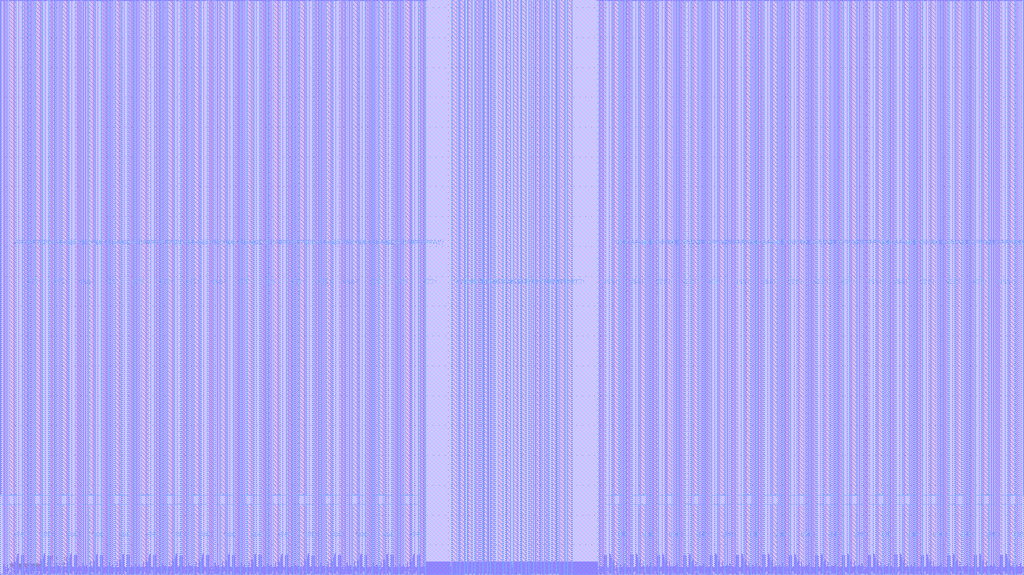
<source format=lef>
# ------------------------------------------------------
#
#		Copyright 2025 IHP PDK Authors
#
#		Licensed under the Apache License, Version 2.0 (the "License");
#		you may not use this file except in compliance with the License.
#		You may obtain a copy of the License at
#		
#		   https://www.apache.org/licenses/LICENSE-2.0
#		
#		Unless required by applicable law or agreed to in writing, software
#		distributed under the License is distributed on an "AS IS" BASIS,
#		WITHOUT WARRANTIES OR CONDITIONS OF ANY KIND, either express or implied.
#		See the License for the specific language governing permissions and
#		limitations under the License.
#		
#		Generated on Wed Aug 27 13:09:02 2025		
#
# ------------------------------------------------------ 
VERSION 5.7 ;
BUSBITCHARS "[]" ;
DIVIDERCHAR "/" ;

MACRO RM_IHPSG13_2P_1024x32_c2_bm_bist
  CLASS BLOCK ;
  ORIGIN 0 0 ;
  FOREIGN RM_IHPSG13_2P_1024x32_c2_bm_bist 0 0 ;
  SIZE 685.49 BY 385.37 ;
  SYMMETRY X Y R90 ;
  PIN A_DIN[16]
    DIRECTION INPUT ;
    USE SIGNAL ;
    ANTENNAPARTIALMETALAREA 3.9091 LAYER Metal2 ;
    ANTENNAMODEL OXIDE1 ;
      ANTENNAGATEAREA 0.20085 LAYER Metal2 ;
      ANTENNAMAXAREACAR 20.368932 LAYER Metal2 ;
    PORT
      LAYER Metal2 ;
        RECT 408.15 0 408.41 0.26 ;
    END
  END A_DIN[16]
  PIN A_DIN[15]
    DIRECTION INPUT ;
    USE SIGNAL ;
    ANTENNAPARTIALMETALAREA 3.9091 LAYER Metal2 ;
    ANTENNAMODEL OXIDE1 ;
      ANTENNAGATEAREA 0.20085 LAYER Metal2 ;
      ANTENNAMAXAREACAR 20.368932 LAYER Metal2 ;
    PORT
      LAYER Metal2 ;
        RECT 277.08 0 277.34 0.26 ;
    END
  END A_DIN[15]
  PIN A_BIST_DIN[16]
    DIRECTION INPUT ;
    USE SIGNAL ;
    ANTENNAPARTIALMETALAREA 4.136375 LAYER Metal2 ;
    ANTENNAMODEL OXIDE1 ;
      ANTENNAGATEAREA 0.20085 LAYER Metal2 ;
      ANTENNAMAXAREACAR 21.874907 LAYER Metal2 ;
    PORT
      LAYER Metal2 ;
        RECT 408.66 0 408.92 0.26 ;
    END
  END A_BIST_DIN[16]
  PIN A_BIST_DIN[15]
    DIRECTION INPUT ;
    USE SIGNAL ;
    ANTENNAPARTIALMETALAREA 4.136375 LAYER Metal2 ;
    ANTENNAMODEL OXIDE1 ;
      ANTENNAGATEAREA 0.20085 LAYER Metal2 ;
      ANTENNAMAXAREACAR 21.874907 LAYER Metal2 ;
    PORT
      LAYER Metal2 ;
        RECT 276.57 0 276.83 0.26 ;
    END
  END A_BIST_DIN[15]
  PIN A_BM[16]
    DIRECTION INPUT ;
    USE SIGNAL ;
    ANTENNAPARTIALMETALAREA 1.7264 LAYER Metal2 ;
    ANTENNAMODEL OXIDE1 ;
      ANTENNAGATEAREA 0.20085 LAYER Metal2 ;
      ANTENNAMAXAREACAR 9.501618 LAYER Metal2 ;
    PORT
      LAYER Metal2 ;
        RECT 416.82 0 417.08 0.26 ;
    END
  END A_BM[16]
  PIN A_BM[15]
    DIRECTION INPUT ;
    USE SIGNAL ;
    ANTENNAPARTIALMETALAREA 1.7264 LAYER Metal2 ;
    ANTENNAMODEL OXIDE1 ;
      ANTENNAGATEAREA 0.20085 LAYER Metal2 ;
      ANTENNAMAXAREACAR 9.501618 LAYER Metal2 ;
    PORT
      LAYER Metal2 ;
        RECT 268.41 0 268.67 0.26 ;
    END
  END A_BM[15]
  PIN A_BIST_BM[16]
    DIRECTION INPUT ;
    USE SIGNAL ;
    ANTENNAPARTIALMETALAREA 1.7602 LAYER Metal2 ;
    ANTENNAMODEL OXIDE1 ;
      ANTENNAGATEAREA 0.20085 LAYER Metal2 ;
      ANTENNAMAXAREACAR 9.678367 LAYER Metal2 ;
    PORT
      LAYER Metal2 ;
        RECT 415.445 0 415.705 0.26 ;
    END
  END A_BIST_BM[16]
  PIN A_BIST_BM[15]
    DIRECTION INPUT ;
    USE SIGNAL ;
    ANTENNAPARTIALMETALAREA 1.7602 LAYER Metal2 ;
    ANTENNAMODEL OXIDE1 ;
      ANTENNAGATEAREA 0.20085 LAYER Metal2 ;
      ANTENNAMAXAREACAR 9.678367 LAYER Metal2 ;
    PORT
      LAYER Metal2 ;
        RECT 269.785 0 270.045 0.26 ;
    END
  END A_BIST_BM[15]
  PIN A_DOUT[16]
    DIRECTION OUTPUT ;
    USE SIGNAL ;
    ANTENNAPARTIALMETALAREA 4.8256 LAYER Metal2 ;
    ANTENNADIFFAREA 0.988 LAYER Metal2 ;
    PORT
      LAYER Metal2 ;
        RECT 401.01 0 401.27 0.26 ;
    END
  END A_DOUT[16]
  PIN A_DOUT[15]
    DIRECTION OUTPUT ;
    USE SIGNAL ;
    ANTENNAPARTIALMETALAREA 4.8256 LAYER Metal2 ;
    ANTENNADIFFAREA 0.988 LAYER Metal2 ;
    PORT
      LAYER Metal2 ;
        RECT 284.22 0 284.48 0.26 ;
    END
  END A_DOUT[15]
  PIN B_DIN[16]
    DIRECTION INPUT ;
    USE SIGNAL ;
    ANTENNAPARTIALMETALAREA 2.925 LAYER Metal2 ;
    ANTENNAMODEL OXIDE1 ;
      ANTENNAGATEAREA 0.20085 LAYER Metal2 ;
      ANTENNAMAXAREACAR 15.469256 LAYER Metal2 ;
    PORT
      LAYER Metal2 ;
        RECT 410.7 0 410.96 0.26 ;
    END
  END B_DIN[16]
  PIN B_DIN[15]
    DIRECTION INPUT ;
    USE SIGNAL ;
    ANTENNAPARTIALMETALAREA 2.925 LAYER Metal2 ;
    ANTENNAMODEL OXIDE1 ;
      ANTENNAGATEAREA 0.20085 LAYER Metal2 ;
      ANTENNAMAXAREACAR 15.469256 LAYER Metal2 ;
    PORT
      LAYER Metal2 ;
        RECT 274.53 0 274.79 0.26 ;
    END
  END B_DIN[15]
  PIN B_BIST_DIN[16]
    DIRECTION INPUT ;
    USE SIGNAL ;
    ANTENNAPARTIALMETALAREA 2.9445 LAYER Metal2 ;
    ANTENNAMODEL OXIDE1 ;
      ANTENNAGATEAREA 0.20085 LAYER Metal2 ;
      ANTENNAMAXAREACAR 15.929052 LAYER Metal2 ;
    PORT
      LAYER Metal2 ;
        RECT 409.17 0 409.43 0.26 ;
    END
  END B_BIST_DIN[16]
  PIN B_BIST_DIN[15]
    DIRECTION INPUT ;
    USE SIGNAL ;
    ANTENNAPARTIALMETALAREA 2.9445 LAYER Metal2 ;
    ANTENNAMODEL OXIDE1 ;
      ANTENNAGATEAREA 0.20085 LAYER Metal2 ;
      ANTENNAMAXAREACAR 15.929052 LAYER Metal2 ;
    PORT
      LAYER Metal2 ;
        RECT 276.06 0 276.32 0.26 ;
    END
  END B_BIST_DIN[15]
  PIN B_BM[16]
    DIRECTION INPUT ;
    USE SIGNAL ;
    ANTENNAPARTIALMETALAREA 0.7007 LAYER Metal2 ;
    ANTENNAMODEL OXIDE1 ;
      ANTENNAGATEAREA 0.20085 LAYER Metal2 ;
      ANTENNAMAXAREACAR 4.394822 LAYER Metal2 ;
    PORT
      LAYER Metal2 ;
        RECT 402.185 0 402.445 0.26 ;
    END
  END B_BM[16]
  PIN B_BM[15]
    DIRECTION INPUT ;
    USE SIGNAL ;
    ANTENNAPARTIALMETALAREA 0.7007 LAYER Metal2 ;
    ANTENNAMODEL OXIDE1 ;
      ANTENNAGATEAREA 0.20085 LAYER Metal2 ;
      ANTENNAMAXAREACAR 4.394822 LAYER Metal2 ;
    PORT
      LAYER Metal2 ;
        RECT 283.045 0 283.305 0.26 ;
    END
  END B_BM[15]
  PIN B_BIST_BM[16]
    DIRECTION INPUT ;
    USE SIGNAL ;
    ANTENNAPARTIALMETALAREA 0.7007 LAYER Metal2 ;
    ANTENNAMODEL OXIDE1 ;
      ANTENNAGATEAREA 0.20085 LAYER Metal2 ;
      ANTENNAMAXAREACAR 4.394822 LAYER Metal2 ;
    PORT
      LAYER Metal2 ;
        RECT 403.715 0 403.975 0.26 ;
    END
  END B_BIST_BM[16]
  PIN B_BIST_BM[15]
    DIRECTION INPUT ;
    USE SIGNAL ;
    ANTENNAPARTIALMETALAREA 0.7007 LAYER Metal2 ;
    ANTENNAMODEL OXIDE1 ;
      ANTENNAGATEAREA 0.20085 LAYER Metal2 ;
      ANTENNAMAXAREACAR 4.394822 LAYER Metal2 ;
    PORT
      LAYER Metal2 ;
        RECT 281.515 0 281.775 0.26 ;
    END
  END B_BIST_BM[15]
  PIN B_DOUT[16]
    DIRECTION OUTPUT ;
    USE SIGNAL ;
    ANTENNAPARTIALMETALAREA 4.836 LAYER Metal2 ;
    ANTENNADIFFAREA 0.988 LAYER Metal2 ;
    PORT
      LAYER Metal2 ;
        RECT 417.84 0 418.1 0.26 ;
    END
  END B_DOUT[16]
  PIN B_DOUT[15]
    DIRECTION OUTPUT ;
    USE SIGNAL ;
    ANTENNAPARTIALMETALAREA 4.836 LAYER Metal2 ;
    ANTENNADIFFAREA 0.988 LAYER Metal2 ;
    PORT
      LAYER Metal2 ;
        RECT 267.39 0 267.65 0.26 ;
    END
  END B_DOUT[15]
  PIN VSS!
    DIRECTION INOUT ;
    USE GROUND ;
    NETEXPR "vss VSS!" ;
    PORT
      LAYER Metal4 ;
        RECT 666.085 0 670.505 385.37 ;
    END
    PORT
      LAYER Metal4 ;
        RECT 648.405 0 652.825 385.37 ;
    END
    PORT
      LAYER Metal4 ;
        RECT 630.725 0 635.145 385.37 ;
    END
    PORT
      LAYER Metal4 ;
        RECT 613.045 0 617.465 385.37 ;
    END
    PORT
      LAYER Metal4 ;
        RECT 595.365 0 599.785 385.37 ;
    END
    PORT
      LAYER Metal4 ;
        RECT 577.685 0 582.105 385.37 ;
    END
    PORT
      LAYER Metal4 ;
        RECT 560.005 0 564.425 385.37 ;
    END
    PORT
      LAYER Metal4 ;
        RECT 542.325 0 546.745 385.37 ;
    END
    PORT
      LAYER Metal4 ;
        RECT 524.645 0 529.065 385.37 ;
    END
    PORT
      LAYER Metal4 ;
        RECT 506.965 0 511.385 385.37 ;
    END
    PORT
      LAYER Metal4 ;
        RECT 489.285 0 493.705 385.37 ;
    END
    PORT
      LAYER Metal4 ;
        RECT 471.605 0 476.025 385.37 ;
    END
    PORT
      LAYER Metal4 ;
        RECT 453.925 0 458.345 385.37 ;
    END
    PORT
      LAYER Metal4 ;
        RECT 436.245 0 440.665 385.37 ;
    END
    PORT
      LAYER Metal4 ;
        RECT 418.565 0 422.985 385.37 ;
    END
    PORT
      LAYER Metal4 ;
        RECT 400.885 0 405.305 385.37 ;
    END
    PORT
      LAYER Metal4 ;
        RECT 379.965 0 382.775 385.37 ;
    END
    PORT
      LAYER Metal4 ;
        RECT 369.665 0 372.475 385.37 ;
    END
    PORT
      LAYER Metal4 ;
        RECT 354.215 0 357.025 385.37 ;
    END
    PORT
      LAYER Metal4 ;
        RECT 343.915 0 346.725 385.37 ;
    END
    PORT
      LAYER Metal4 ;
        RECT 338.765 0 341.575 385.37 ;
    END
    PORT
      LAYER Metal4 ;
        RECT 328.465 0 331.275 385.37 ;
    END
    PORT
      LAYER Metal4 ;
        RECT 313.015 0 315.825 385.37 ;
    END
    PORT
      LAYER Metal4 ;
        RECT 302.715 0 305.525 385.37 ;
    END
    PORT
      LAYER Metal4 ;
        RECT 280.185 0 284.605 385.37 ;
    END
    PORT
      LAYER Metal4 ;
        RECT 262.505 0 266.925 385.37 ;
    END
    PORT
      LAYER Metal4 ;
        RECT 244.825 0 249.245 385.37 ;
    END
    PORT
      LAYER Metal4 ;
        RECT 227.145 0 231.565 385.37 ;
    END
    PORT
      LAYER Metal4 ;
        RECT 209.465 0 213.885 385.37 ;
    END
    PORT
      LAYER Metal4 ;
        RECT 191.785 0 196.205 385.37 ;
    END
    PORT
      LAYER Metal4 ;
        RECT 174.105 0 178.525 385.37 ;
    END
    PORT
      LAYER Metal4 ;
        RECT 156.425 0 160.845 385.37 ;
    END
    PORT
      LAYER Metal4 ;
        RECT 138.745 0 143.165 385.37 ;
    END
    PORT
      LAYER Metal4 ;
        RECT 121.065 0 125.485 385.37 ;
    END
    PORT
      LAYER Metal4 ;
        RECT 103.385 0 107.805 385.37 ;
    END
    PORT
      LAYER Metal4 ;
        RECT 85.705 0 90.125 385.37 ;
    END
    PORT
      LAYER Metal4 ;
        RECT 68.025 0 72.445 385.37 ;
    END
    PORT
      LAYER Metal4 ;
        RECT 50.345 0 54.765 385.37 ;
    END
    PORT
      LAYER Metal4 ;
        RECT 32.665 0 37.085 385.37 ;
    END
    PORT
      LAYER Metal4 ;
        RECT 14.985 0 19.405 385.37 ;
    END
  END VSS!
  PIN VDD!
    DIRECTION INOUT ;
    USE POWER ;
    NETEXPR "vdd VDD!" ;
    PORT
      LAYER Metal4 ;
        RECT 674.925 0 679.345 47.045 ;
    END
    PORT
      LAYER Metal4 ;
        RECT 657.245 0 661.665 47.045 ;
    END
    PORT
      LAYER Metal4 ;
        RECT 639.565 0 643.985 47.045 ;
    END
    PORT
      LAYER Metal4 ;
        RECT 621.885 0 626.305 47.045 ;
    END
    PORT
      LAYER Metal4 ;
        RECT 604.205 0 608.625 47.045 ;
    END
    PORT
      LAYER Metal4 ;
        RECT 586.525 0 590.945 47.045 ;
    END
    PORT
      LAYER Metal4 ;
        RECT 568.845 0 573.265 47.045 ;
    END
    PORT
      LAYER Metal4 ;
        RECT 551.165 0 555.585 47.045 ;
    END
    PORT
      LAYER Metal4 ;
        RECT 533.485 0 537.905 47.045 ;
    END
    PORT
      LAYER Metal4 ;
        RECT 515.805 0 520.225 47.045 ;
    END
    PORT
      LAYER Metal4 ;
        RECT 498.125 0 502.545 47.045 ;
    END
    PORT
      LAYER Metal4 ;
        RECT 480.445 0 484.865 47.045 ;
    END
    PORT
      LAYER Metal4 ;
        RECT 462.765 0 467.185 47.045 ;
    END
    PORT
      LAYER Metal4 ;
        RECT 445.085 0 449.505 47.045 ;
    END
    PORT
      LAYER Metal4 ;
        RECT 427.405 0 431.825 47.045 ;
    END
    PORT
      LAYER Metal4 ;
        RECT 409.725 0 414.145 47.045 ;
    END
    PORT
      LAYER Metal4 ;
        RECT 374.815 0 377.625 385.37 ;
    END
    PORT
      LAYER Metal4 ;
        RECT 364.515 0 367.325 385.37 ;
    END
    PORT
      LAYER Metal4 ;
        RECT 359.365 0 362.175 385.37 ;
    END
    PORT
      LAYER Metal4 ;
        RECT 349.065 0 351.875 385.37 ;
    END
    PORT
      LAYER Metal4 ;
        RECT 333.615 0 336.425 385.37 ;
    END
    PORT
      LAYER Metal4 ;
        RECT 323.315 0 326.125 385.37 ;
    END
    PORT
      LAYER Metal4 ;
        RECT 318.165 0 320.975 385.37 ;
    END
    PORT
      LAYER Metal4 ;
        RECT 307.865 0 310.675 385.37 ;
    END
    PORT
      LAYER Metal4 ;
        RECT 271.345 0 275.765 47.045 ;
    END
    PORT
      LAYER Metal4 ;
        RECT 253.665 0 258.085 47.045 ;
    END
    PORT
      LAYER Metal4 ;
        RECT 235.985 0 240.405 47.045 ;
    END
    PORT
      LAYER Metal4 ;
        RECT 218.305 0 222.725 47.045 ;
    END
    PORT
      LAYER Metal4 ;
        RECT 200.625 0 205.045 47.045 ;
    END
    PORT
      LAYER Metal4 ;
        RECT 182.945 0 187.365 47.045 ;
    END
    PORT
      LAYER Metal4 ;
        RECT 165.265 0 169.685 47.045 ;
    END
    PORT
      LAYER Metal4 ;
        RECT 147.585 0 152.005 47.045 ;
    END
    PORT
      LAYER Metal4 ;
        RECT 129.905 0 134.325 47.045 ;
    END
    PORT
      LAYER Metal4 ;
        RECT 112.225 0 116.645 47.045 ;
    END
    PORT
      LAYER Metal4 ;
        RECT 94.545 0 98.965 47.045 ;
    END
    PORT
      LAYER Metal4 ;
        RECT 76.865 0 81.285 47.045 ;
    END
    PORT
      LAYER Metal4 ;
        RECT 59.185 0 63.605 47.045 ;
    END
    PORT
      LAYER Metal4 ;
        RECT 41.505 0 45.925 47.045 ;
    END
    PORT
      LAYER Metal4 ;
        RECT 23.825 0 28.245 47.045 ;
    END
    PORT
      LAYER Metal4 ;
        RECT 6.145 0 10.565 47.045 ;
    END
  END VDD!
  PIN VDDARRAY!
    DIRECTION INOUT ;
    USE POWER ;
    NETEXPR "vddarray VDDARRAY!" ;
    PORT
      LAYER Metal4 ;
        RECT 674.925 53.41 679.345 385.37 ;
    END
    PORT
      LAYER Metal4 ;
        RECT 657.245 53.41 661.665 385.37 ;
    END
    PORT
      LAYER Metal4 ;
        RECT 639.565 53.41 643.985 385.37 ;
    END
    PORT
      LAYER Metal4 ;
        RECT 621.885 53.41 626.305 385.37 ;
    END
    PORT
      LAYER Metal4 ;
        RECT 604.205 53.41 608.625 385.37 ;
    END
    PORT
      LAYER Metal4 ;
        RECT 586.525 53.41 590.945 385.37 ;
    END
    PORT
      LAYER Metal4 ;
        RECT 568.845 53.41 573.265 385.37 ;
    END
    PORT
      LAYER Metal4 ;
        RECT 551.165 53.41 555.585 385.37 ;
    END
    PORT
      LAYER Metal4 ;
        RECT 533.485 53.41 537.905 385.37 ;
    END
    PORT
      LAYER Metal4 ;
        RECT 515.805 53.41 520.225 385.37 ;
    END
    PORT
      LAYER Metal4 ;
        RECT 498.125 53.41 502.545 385.37 ;
    END
    PORT
      LAYER Metal4 ;
        RECT 480.445 53.41 484.865 385.37 ;
    END
    PORT
      LAYER Metal4 ;
        RECT 462.765 53.41 467.185 385.37 ;
    END
    PORT
      LAYER Metal4 ;
        RECT 445.085 53.41 449.505 385.37 ;
    END
    PORT
      LAYER Metal4 ;
        RECT 427.405 53.41 431.825 385.37 ;
    END
    PORT
      LAYER Metal4 ;
        RECT 409.725 53.41 414.145 385.37 ;
    END
    PORT
      LAYER Metal4 ;
        RECT 271.345 53.41 275.765 385.37 ;
    END
    PORT
      LAYER Metal4 ;
        RECT 253.665 53.41 258.085 385.37 ;
    END
    PORT
      LAYER Metal4 ;
        RECT 235.985 53.41 240.405 385.37 ;
    END
    PORT
      LAYER Metal4 ;
        RECT 218.305 53.41 222.725 385.37 ;
    END
    PORT
      LAYER Metal4 ;
        RECT 200.625 53.41 205.045 385.37 ;
    END
    PORT
      LAYER Metal4 ;
        RECT 182.945 53.41 187.365 385.37 ;
    END
    PORT
      LAYER Metal4 ;
        RECT 165.265 53.41 169.685 385.37 ;
    END
    PORT
      LAYER Metal4 ;
        RECT 147.585 53.41 152.005 385.37 ;
    END
    PORT
      LAYER Metal4 ;
        RECT 129.905 53.41 134.325 385.37 ;
    END
    PORT
      LAYER Metal4 ;
        RECT 112.225 53.41 116.645 385.37 ;
    END
    PORT
      LAYER Metal4 ;
        RECT 94.545 53.41 98.965 385.37 ;
    END
    PORT
      LAYER Metal4 ;
        RECT 76.865 53.41 81.285 385.37 ;
    END
    PORT
      LAYER Metal4 ;
        RECT 59.185 53.41 63.605 385.37 ;
    END
    PORT
      LAYER Metal4 ;
        RECT 41.505 53.41 45.925 385.37 ;
    END
    PORT
      LAYER Metal4 ;
        RECT 23.825 53.41 28.245 385.37 ;
    END
    PORT
      LAYER Metal4 ;
        RECT 6.145 53.41 10.565 385.37 ;
    END
  END VDDARRAY!
  PIN A_DIN[17]
    DIRECTION INPUT ;
    USE SIGNAL ;
    ANTENNAPARTIALMETALAREA 3.9091 LAYER Metal2 ;
    ANTENNAMODEL OXIDE1 ;
      ANTENNAGATEAREA 0.20085 LAYER Metal2 ;
      ANTENNAMAXAREACAR 20.368932 LAYER Metal2 ;
    PORT
      LAYER Metal2 ;
        RECT 425.83 0 426.09 0.26 ;
    END
  END A_DIN[17]
  PIN A_DIN[14]
    DIRECTION INPUT ;
    USE SIGNAL ;
    ANTENNAPARTIALMETALAREA 3.9091 LAYER Metal2 ;
    ANTENNAMODEL OXIDE1 ;
      ANTENNAGATEAREA 0.20085 LAYER Metal2 ;
      ANTENNAMAXAREACAR 20.368932 LAYER Metal2 ;
    PORT
      LAYER Metal2 ;
        RECT 259.4 0 259.66 0.26 ;
    END
  END A_DIN[14]
  PIN A_BIST_DIN[17]
    DIRECTION INPUT ;
    USE SIGNAL ;
    ANTENNAPARTIALMETALAREA 4.136375 LAYER Metal2 ;
    ANTENNAMODEL OXIDE1 ;
      ANTENNAGATEAREA 0.20085 LAYER Metal2 ;
      ANTENNAMAXAREACAR 21.874907 LAYER Metal2 ;
    PORT
      LAYER Metal2 ;
        RECT 426.34 0 426.6 0.26 ;
    END
  END A_BIST_DIN[17]
  PIN A_BIST_DIN[14]
    DIRECTION INPUT ;
    USE SIGNAL ;
    ANTENNAPARTIALMETALAREA 4.136375 LAYER Metal2 ;
    ANTENNAMODEL OXIDE1 ;
      ANTENNAGATEAREA 0.20085 LAYER Metal2 ;
      ANTENNAMAXAREACAR 21.874907 LAYER Metal2 ;
    PORT
      LAYER Metal2 ;
        RECT 258.89 0 259.15 0.26 ;
    END
  END A_BIST_DIN[14]
  PIN A_BM[17]
    DIRECTION INPUT ;
    USE SIGNAL ;
    ANTENNAPARTIALMETALAREA 1.7264 LAYER Metal2 ;
    ANTENNAMODEL OXIDE1 ;
      ANTENNAGATEAREA 0.20085 LAYER Metal2 ;
      ANTENNAMAXAREACAR 9.501618 LAYER Metal2 ;
    PORT
      LAYER Metal2 ;
        RECT 434.5 0 434.76 0.26 ;
    END
  END A_BM[17]
  PIN A_BM[14]
    DIRECTION INPUT ;
    USE SIGNAL ;
    ANTENNAPARTIALMETALAREA 1.7264 LAYER Metal2 ;
    ANTENNAMODEL OXIDE1 ;
      ANTENNAGATEAREA 0.20085 LAYER Metal2 ;
      ANTENNAMAXAREACAR 9.501618 LAYER Metal2 ;
    PORT
      LAYER Metal2 ;
        RECT 250.73 0 250.99 0.26 ;
    END
  END A_BM[14]
  PIN A_BIST_BM[17]
    DIRECTION INPUT ;
    USE SIGNAL ;
    ANTENNAPARTIALMETALAREA 1.7602 LAYER Metal2 ;
    ANTENNAMODEL OXIDE1 ;
      ANTENNAGATEAREA 0.20085 LAYER Metal2 ;
      ANTENNAMAXAREACAR 9.678367 LAYER Metal2 ;
    PORT
      LAYER Metal2 ;
        RECT 433.125 0 433.385 0.26 ;
    END
  END A_BIST_BM[17]
  PIN A_BIST_BM[14]
    DIRECTION INPUT ;
    USE SIGNAL ;
    ANTENNAPARTIALMETALAREA 1.7602 LAYER Metal2 ;
    ANTENNAMODEL OXIDE1 ;
      ANTENNAGATEAREA 0.20085 LAYER Metal2 ;
      ANTENNAMAXAREACAR 9.678367 LAYER Metal2 ;
    PORT
      LAYER Metal2 ;
        RECT 252.105 0 252.365 0.26 ;
    END
  END A_BIST_BM[14]
  PIN A_DOUT[17]
    DIRECTION OUTPUT ;
    USE SIGNAL ;
    ANTENNAPARTIALMETALAREA 4.8256 LAYER Metal2 ;
    ANTENNADIFFAREA 0.988 LAYER Metal2 ;
    PORT
      LAYER Metal2 ;
        RECT 418.69 0 418.95 0.26 ;
    END
  END A_DOUT[17]
  PIN A_DOUT[14]
    DIRECTION OUTPUT ;
    USE SIGNAL ;
    ANTENNAPARTIALMETALAREA 4.8256 LAYER Metal2 ;
    ANTENNADIFFAREA 0.988 LAYER Metal2 ;
    PORT
      LAYER Metal2 ;
        RECT 266.54 0 266.8 0.26 ;
    END
  END A_DOUT[14]
  PIN B_DIN[17]
    DIRECTION INPUT ;
    USE SIGNAL ;
    ANTENNAPARTIALMETALAREA 2.925 LAYER Metal2 ;
    ANTENNAMODEL OXIDE1 ;
      ANTENNAGATEAREA 0.20085 LAYER Metal2 ;
      ANTENNAMAXAREACAR 15.469256 LAYER Metal2 ;
    PORT
      LAYER Metal2 ;
        RECT 428.38 0 428.64 0.26 ;
    END
  END B_DIN[17]
  PIN B_DIN[14]
    DIRECTION INPUT ;
    USE SIGNAL ;
    ANTENNAPARTIALMETALAREA 2.925 LAYER Metal2 ;
    ANTENNAMODEL OXIDE1 ;
      ANTENNAGATEAREA 0.20085 LAYER Metal2 ;
      ANTENNAMAXAREACAR 15.469256 LAYER Metal2 ;
    PORT
      LAYER Metal2 ;
        RECT 256.85 0 257.11 0.26 ;
    END
  END B_DIN[14]
  PIN B_BIST_DIN[17]
    DIRECTION INPUT ;
    USE SIGNAL ;
    ANTENNAPARTIALMETALAREA 2.9445 LAYER Metal2 ;
    ANTENNAMODEL OXIDE1 ;
      ANTENNAGATEAREA 0.20085 LAYER Metal2 ;
      ANTENNAMAXAREACAR 15.929052 LAYER Metal2 ;
    PORT
      LAYER Metal2 ;
        RECT 426.85 0 427.11 0.26 ;
    END
  END B_BIST_DIN[17]
  PIN B_BIST_DIN[14]
    DIRECTION INPUT ;
    USE SIGNAL ;
    ANTENNAPARTIALMETALAREA 2.9445 LAYER Metal2 ;
    ANTENNAMODEL OXIDE1 ;
      ANTENNAGATEAREA 0.20085 LAYER Metal2 ;
      ANTENNAMAXAREACAR 15.929052 LAYER Metal2 ;
    PORT
      LAYER Metal2 ;
        RECT 258.38 0 258.64 0.26 ;
    END
  END B_BIST_DIN[14]
  PIN B_BM[17]
    DIRECTION INPUT ;
    USE SIGNAL ;
    ANTENNAPARTIALMETALAREA 0.7007 LAYER Metal2 ;
    ANTENNAMODEL OXIDE1 ;
      ANTENNAGATEAREA 0.20085 LAYER Metal2 ;
      ANTENNAMAXAREACAR 4.394822 LAYER Metal2 ;
    PORT
      LAYER Metal2 ;
        RECT 419.865 0 420.125 0.26 ;
    END
  END B_BM[17]
  PIN B_BM[14]
    DIRECTION INPUT ;
    USE SIGNAL ;
    ANTENNAPARTIALMETALAREA 0.7007 LAYER Metal2 ;
    ANTENNAMODEL OXIDE1 ;
      ANTENNAGATEAREA 0.20085 LAYER Metal2 ;
      ANTENNAMAXAREACAR 4.394822 LAYER Metal2 ;
    PORT
      LAYER Metal2 ;
        RECT 265.365 0 265.625 0.26 ;
    END
  END B_BM[14]
  PIN B_BIST_BM[17]
    DIRECTION INPUT ;
    USE SIGNAL ;
    ANTENNAPARTIALMETALAREA 0.7007 LAYER Metal2 ;
    ANTENNAMODEL OXIDE1 ;
      ANTENNAGATEAREA 0.20085 LAYER Metal2 ;
      ANTENNAMAXAREACAR 4.394822 LAYER Metal2 ;
    PORT
      LAYER Metal2 ;
        RECT 421.395 0 421.655 0.26 ;
    END
  END B_BIST_BM[17]
  PIN B_BIST_BM[14]
    DIRECTION INPUT ;
    USE SIGNAL ;
    ANTENNAPARTIALMETALAREA 0.7007 LAYER Metal2 ;
    ANTENNAMODEL OXIDE1 ;
      ANTENNAGATEAREA 0.20085 LAYER Metal2 ;
      ANTENNAMAXAREACAR 4.394822 LAYER Metal2 ;
    PORT
      LAYER Metal2 ;
        RECT 263.835 0 264.095 0.26 ;
    END
  END B_BIST_BM[14]
  PIN B_DOUT[17]
    DIRECTION OUTPUT ;
    USE SIGNAL ;
    ANTENNAPARTIALMETALAREA 4.836 LAYER Metal2 ;
    ANTENNADIFFAREA 0.988 LAYER Metal2 ;
    PORT
      LAYER Metal2 ;
        RECT 435.52 0 435.78 0.26 ;
    END
  END B_DOUT[17]
  PIN B_DOUT[14]
    DIRECTION OUTPUT ;
    USE SIGNAL ;
    ANTENNAPARTIALMETALAREA 4.836 LAYER Metal2 ;
    ANTENNADIFFAREA 0.988 LAYER Metal2 ;
    PORT
      LAYER Metal2 ;
        RECT 249.71 0 249.97 0.26 ;
    END
  END B_DOUT[14]
  PIN A_DIN[18]
    DIRECTION INPUT ;
    USE SIGNAL ;
    ANTENNAPARTIALMETALAREA 3.9091 LAYER Metal2 ;
    ANTENNAMODEL OXIDE1 ;
      ANTENNAGATEAREA 0.20085 LAYER Metal2 ;
      ANTENNAMAXAREACAR 20.368932 LAYER Metal2 ;
    PORT
      LAYER Metal2 ;
        RECT 443.51 0 443.77 0.26 ;
    END
  END A_DIN[18]
  PIN A_DIN[13]
    DIRECTION INPUT ;
    USE SIGNAL ;
    ANTENNAPARTIALMETALAREA 3.9091 LAYER Metal2 ;
    ANTENNAMODEL OXIDE1 ;
      ANTENNAGATEAREA 0.20085 LAYER Metal2 ;
      ANTENNAMAXAREACAR 20.368932 LAYER Metal2 ;
    PORT
      LAYER Metal2 ;
        RECT 241.72 0 241.98 0.26 ;
    END
  END A_DIN[13]
  PIN A_BIST_DIN[18]
    DIRECTION INPUT ;
    USE SIGNAL ;
    ANTENNAPARTIALMETALAREA 4.136375 LAYER Metal2 ;
    ANTENNAMODEL OXIDE1 ;
      ANTENNAGATEAREA 0.20085 LAYER Metal2 ;
      ANTENNAMAXAREACAR 21.874907 LAYER Metal2 ;
    PORT
      LAYER Metal2 ;
        RECT 444.02 0 444.28 0.26 ;
    END
  END A_BIST_DIN[18]
  PIN A_BIST_DIN[13]
    DIRECTION INPUT ;
    USE SIGNAL ;
    ANTENNAPARTIALMETALAREA 4.136375 LAYER Metal2 ;
    ANTENNAMODEL OXIDE1 ;
      ANTENNAGATEAREA 0.20085 LAYER Metal2 ;
      ANTENNAMAXAREACAR 21.874907 LAYER Metal2 ;
    PORT
      LAYER Metal2 ;
        RECT 241.21 0 241.47 0.26 ;
    END
  END A_BIST_DIN[13]
  PIN A_BM[18]
    DIRECTION INPUT ;
    USE SIGNAL ;
    ANTENNAPARTIALMETALAREA 1.7264 LAYER Metal2 ;
    ANTENNAMODEL OXIDE1 ;
      ANTENNAGATEAREA 0.20085 LAYER Metal2 ;
      ANTENNAMAXAREACAR 9.501618 LAYER Metal2 ;
    PORT
      LAYER Metal2 ;
        RECT 452.18 0 452.44 0.26 ;
    END
  END A_BM[18]
  PIN A_BM[13]
    DIRECTION INPUT ;
    USE SIGNAL ;
    ANTENNAPARTIALMETALAREA 1.7264 LAYER Metal2 ;
    ANTENNAMODEL OXIDE1 ;
      ANTENNAGATEAREA 0.20085 LAYER Metal2 ;
      ANTENNAMAXAREACAR 9.501618 LAYER Metal2 ;
    PORT
      LAYER Metal2 ;
        RECT 233.05 0 233.31 0.26 ;
    END
  END A_BM[13]
  PIN A_BIST_BM[18]
    DIRECTION INPUT ;
    USE SIGNAL ;
    ANTENNAPARTIALMETALAREA 1.7602 LAYER Metal2 ;
    ANTENNAMODEL OXIDE1 ;
      ANTENNAGATEAREA 0.20085 LAYER Metal2 ;
      ANTENNAMAXAREACAR 9.678367 LAYER Metal2 ;
    PORT
      LAYER Metal2 ;
        RECT 450.805 0 451.065 0.26 ;
    END
  END A_BIST_BM[18]
  PIN A_BIST_BM[13]
    DIRECTION INPUT ;
    USE SIGNAL ;
    ANTENNAPARTIALMETALAREA 1.7602 LAYER Metal2 ;
    ANTENNAMODEL OXIDE1 ;
      ANTENNAGATEAREA 0.20085 LAYER Metal2 ;
      ANTENNAMAXAREACAR 9.678367 LAYER Metal2 ;
    PORT
      LAYER Metal2 ;
        RECT 234.425 0 234.685 0.26 ;
    END
  END A_BIST_BM[13]
  PIN A_DOUT[18]
    DIRECTION OUTPUT ;
    USE SIGNAL ;
    ANTENNAPARTIALMETALAREA 4.8256 LAYER Metal2 ;
    ANTENNADIFFAREA 0.988 LAYER Metal2 ;
    PORT
      LAYER Metal2 ;
        RECT 436.37 0 436.63 0.26 ;
    END
  END A_DOUT[18]
  PIN A_DOUT[13]
    DIRECTION OUTPUT ;
    USE SIGNAL ;
    ANTENNAPARTIALMETALAREA 4.8256 LAYER Metal2 ;
    ANTENNADIFFAREA 0.988 LAYER Metal2 ;
    PORT
      LAYER Metal2 ;
        RECT 248.86 0 249.12 0.26 ;
    END
  END A_DOUT[13]
  PIN B_DIN[18]
    DIRECTION INPUT ;
    USE SIGNAL ;
    ANTENNAPARTIALMETALAREA 2.925 LAYER Metal2 ;
    ANTENNAMODEL OXIDE1 ;
      ANTENNAGATEAREA 0.20085 LAYER Metal2 ;
      ANTENNAMAXAREACAR 15.469256 LAYER Metal2 ;
    PORT
      LAYER Metal2 ;
        RECT 446.06 0 446.32 0.26 ;
    END
  END B_DIN[18]
  PIN B_DIN[13]
    DIRECTION INPUT ;
    USE SIGNAL ;
    ANTENNAPARTIALMETALAREA 2.925 LAYER Metal2 ;
    ANTENNAMODEL OXIDE1 ;
      ANTENNAGATEAREA 0.20085 LAYER Metal2 ;
      ANTENNAMAXAREACAR 15.469256 LAYER Metal2 ;
    PORT
      LAYER Metal2 ;
        RECT 239.17 0 239.43 0.26 ;
    END
  END B_DIN[13]
  PIN B_BIST_DIN[18]
    DIRECTION INPUT ;
    USE SIGNAL ;
    ANTENNAPARTIALMETALAREA 2.9445 LAYER Metal2 ;
    ANTENNAMODEL OXIDE1 ;
      ANTENNAGATEAREA 0.20085 LAYER Metal2 ;
      ANTENNAMAXAREACAR 15.929052 LAYER Metal2 ;
    PORT
      LAYER Metal2 ;
        RECT 444.53 0 444.79 0.26 ;
    END
  END B_BIST_DIN[18]
  PIN B_BIST_DIN[13]
    DIRECTION INPUT ;
    USE SIGNAL ;
    ANTENNAPARTIALMETALAREA 2.9445 LAYER Metal2 ;
    ANTENNAMODEL OXIDE1 ;
      ANTENNAGATEAREA 0.20085 LAYER Metal2 ;
      ANTENNAMAXAREACAR 15.929052 LAYER Metal2 ;
    PORT
      LAYER Metal2 ;
        RECT 240.7 0 240.96 0.26 ;
    END
  END B_BIST_DIN[13]
  PIN B_BM[18]
    DIRECTION INPUT ;
    USE SIGNAL ;
    ANTENNAPARTIALMETALAREA 0.7007 LAYER Metal2 ;
    ANTENNAMODEL OXIDE1 ;
      ANTENNAGATEAREA 0.20085 LAYER Metal2 ;
      ANTENNAMAXAREACAR 4.394822 LAYER Metal2 ;
    PORT
      LAYER Metal2 ;
        RECT 437.545 0 437.805 0.26 ;
    END
  END B_BM[18]
  PIN B_BM[13]
    DIRECTION INPUT ;
    USE SIGNAL ;
    ANTENNAPARTIALMETALAREA 0.7007 LAYER Metal2 ;
    ANTENNAMODEL OXIDE1 ;
      ANTENNAGATEAREA 0.20085 LAYER Metal2 ;
      ANTENNAMAXAREACAR 4.394822 LAYER Metal2 ;
    PORT
      LAYER Metal2 ;
        RECT 247.685 0 247.945 0.26 ;
    END
  END B_BM[13]
  PIN B_BIST_BM[18]
    DIRECTION INPUT ;
    USE SIGNAL ;
    ANTENNAPARTIALMETALAREA 0.7007 LAYER Metal2 ;
    ANTENNAMODEL OXIDE1 ;
      ANTENNAGATEAREA 0.20085 LAYER Metal2 ;
      ANTENNAMAXAREACAR 4.394822 LAYER Metal2 ;
    PORT
      LAYER Metal2 ;
        RECT 439.075 0 439.335 0.26 ;
    END
  END B_BIST_BM[18]
  PIN B_BIST_BM[13]
    DIRECTION INPUT ;
    USE SIGNAL ;
    ANTENNAPARTIALMETALAREA 0.7007 LAYER Metal2 ;
    ANTENNAMODEL OXIDE1 ;
      ANTENNAGATEAREA 0.20085 LAYER Metal2 ;
      ANTENNAMAXAREACAR 4.394822 LAYER Metal2 ;
    PORT
      LAYER Metal2 ;
        RECT 246.155 0 246.415 0.26 ;
    END
  END B_BIST_BM[13]
  PIN B_DOUT[18]
    DIRECTION OUTPUT ;
    USE SIGNAL ;
    ANTENNAPARTIALMETALAREA 4.836 LAYER Metal2 ;
    ANTENNADIFFAREA 0.988 LAYER Metal2 ;
    PORT
      LAYER Metal2 ;
        RECT 453.2 0 453.46 0.26 ;
    END
  END B_DOUT[18]
  PIN B_DOUT[13]
    DIRECTION OUTPUT ;
    USE SIGNAL ;
    ANTENNAPARTIALMETALAREA 4.836 LAYER Metal2 ;
    ANTENNADIFFAREA 0.988 LAYER Metal2 ;
    PORT
      LAYER Metal2 ;
        RECT 232.03 0 232.29 0.26 ;
    END
  END B_DOUT[13]
  PIN A_DIN[19]
    DIRECTION INPUT ;
    USE SIGNAL ;
    ANTENNAPARTIALMETALAREA 3.9091 LAYER Metal2 ;
    ANTENNAMODEL OXIDE1 ;
      ANTENNAGATEAREA 0.20085 LAYER Metal2 ;
      ANTENNAMAXAREACAR 20.368932 LAYER Metal2 ;
    PORT
      LAYER Metal2 ;
        RECT 461.19 0 461.45 0.26 ;
    END
  END A_DIN[19]
  PIN A_DIN[12]
    DIRECTION INPUT ;
    USE SIGNAL ;
    ANTENNAPARTIALMETALAREA 3.9091 LAYER Metal2 ;
    ANTENNAMODEL OXIDE1 ;
      ANTENNAGATEAREA 0.20085 LAYER Metal2 ;
      ANTENNAMAXAREACAR 20.368932 LAYER Metal2 ;
    PORT
      LAYER Metal2 ;
        RECT 224.04 0 224.3 0.26 ;
    END
  END A_DIN[12]
  PIN A_BIST_DIN[19]
    DIRECTION INPUT ;
    USE SIGNAL ;
    ANTENNAPARTIALMETALAREA 4.136375 LAYER Metal2 ;
    ANTENNAMODEL OXIDE1 ;
      ANTENNAGATEAREA 0.20085 LAYER Metal2 ;
      ANTENNAMAXAREACAR 21.874907 LAYER Metal2 ;
    PORT
      LAYER Metal2 ;
        RECT 461.7 0 461.96 0.26 ;
    END
  END A_BIST_DIN[19]
  PIN A_BIST_DIN[12]
    DIRECTION INPUT ;
    USE SIGNAL ;
    ANTENNAPARTIALMETALAREA 4.136375 LAYER Metal2 ;
    ANTENNAMODEL OXIDE1 ;
      ANTENNAGATEAREA 0.20085 LAYER Metal2 ;
      ANTENNAMAXAREACAR 21.874907 LAYER Metal2 ;
    PORT
      LAYER Metal2 ;
        RECT 223.53 0 223.79 0.26 ;
    END
  END A_BIST_DIN[12]
  PIN A_BM[19]
    DIRECTION INPUT ;
    USE SIGNAL ;
    ANTENNAPARTIALMETALAREA 1.7264 LAYER Metal2 ;
    ANTENNAMODEL OXIDE1 ;
      ANTENNAGATEAREA 0.20085 LAYER Metal2 ;
      ANTENNAMAXAREACAR 9.501618 LAYER Metal2 ;
    PORT
      LAYER Metal2 ;
        RECT 469.86 0 470.12 0.26 ;
    END
  END A_BM[19]
  PIN A_BM[12]
    DIRECTION INPUT ;
    USE SIGNAL ;
    ANTENNAPARTIALMETALAREA 1.7264 LAYER Metal2 ;
    ANTENNAMODEL OXIDE1 ;
      ANTENNAGATEAREA 0.20085 LAYER Metal2 ;
      ANTENNAMAXAREACAR 9.501618 LAYER Metal2 ;
    PORT
      LAYER Metal2 ;
        RECT 215.37 0 215.63 0.26 ;
    END
  END A_BM[12]
  PIN A_BIST_BM[19]
    DIRECTION INPUT ;
    USE SIGNAL ;
    ANTENNAPARTIALMETALAREA 1.7602 LAYER Metal2 ;
    ANTENNAMODEL OXIDE1 ;
      ANTENNAGATEAREA 0.20085 LAYER Metal2 ;
      ANTENNAMAXAREACAR 9.678367 LAYER Metal2 ;
    PORT
      LAYER Metal2 ;
        RECT 468.485 0 468.745 0.26 ;
    END
  END A_BIST_BM[19]
  PIN A_BIST_BM[12]
    DIRECTION INPUT ;
    USE SIGNAL ;
    ANTENNAPARTIALMETALAREA 1.7602 LAYER Metal2 ;
    ANTENNAMODEL OXIDE1 ;
      ANTENNAGATEAREA 0.20085 LAYER Metal2 ;
      ANTENNAMAXAREACAR 9.678367 LAYER Metal2 ;
    PORT
      LAYER Metal2 ;
        RECT 216.745 0 217.005 0.26 ;
    END
  END A_BIST_BM[12]
  PIN A_DOUT[19]
    DIRECTION OUTPUT ;
    USE SIGNAL ;
    ANTENNAPARTIALMETALAREA 4.8256 LAYER Metal2 ;
    ANTENNADIFFAREA 0.988 LAYER Metal2 ;
    PORT
      LAYER Metal2 ;
        RECT 454.05 0 454.31 0.26 ;
    END
  END A_DOUT[19]
  PIN A_DOUT[12]
    DIRECTION OUTPUT ;
    USE SIGNAL ;
    ANTENNAPARTIALMETALAREA 4.8256 LAYER Metal2 ;
    ANTENNADIFFAREA 0.988 LAYER Metal2 ;
    PORT
      LAYER Metal2 ;
        RECT 231.18 0 231.44 0.26 ;
    END
  END A_DOUT[12]
  PIN B_DIN[19]
    DIRECTION INPUT ;
    USE SIGNAL ;
    ANTENNAPARTIALMETALAREA 2.925 LAYER Metal2 ;
    ANTENNAMODEL OXIDE1 ;
      ANTENNAGATEAREA 0.20085 LAYER Metal2 ;
      ANTENNAMAXAREACAR 15.469256 LAYER Metal2 ;
    PORT
      LAYER Metal2 ;
        RECT 463.74 0 464 0.26 ;
    END
  END B_DIN[19]
  PIN B_DIN[12]
    DIRECTION INPUT ;
    USE SIGNAL ;
    ANTENNAPARTIALMETALAREA 2.925 LAYER Metal2 ;
    ANTENNAMODEL OXIDE1 ;
      ANTENNAGATEAREA 0.20085 LAYER Metal2 ;
      ANTENNAMAXAREACAR 15.469256 LAYER Metal2 ;
    PORT
      LAYER Metal2 ;
        RECT 221.49 0 221.75 0.26 ;
    END
  END B_DIN[12]
  PIN B_BIST_DIN[19]
    DIRECTION INPUT ;
    USE SIGNAL ;
    ANTENNAPARTIALMETALAREA 2.9445 LAYER Metal2 ;
    ANTENNAMODEL OXIDE1 ;
      ANTENNAGATEAREA 0.20085 LAYER Metal2 ;
      ANTENNAMAXAREACAR 15.929052 LAYER Metal2 ;
    PORT
      LAYER Metal2 ;
        RECT 462.21 0 462.47 0.26 ;
    END
  END B_BIST_DIN[19]
  PIN B_BIST_DIN[12]
    DIRECTION INPUT ;
    USE SIGNAL ;
    ANTENNAPARTIALMETALAREA 2.9445 LAYER Metal2 ;
    ANTENNAMODEL OXIDE1 ;
      ANTENNAGATEAREA 0.20085 LAYER Metal2 ;
      ANTENNAMAXAREACAR 15.929052 LAYER Metal2 ;
    PORT
      LAYER Metal2 ;
        RECT 223.02 0 223.28 0.26 ;
    END
  END B_BIST_DIN[12]
  PIN B_BM[19]
    DIRECTION INPUT ;
    USE SIGNAL ;
    ANTENNAPARTIALMETALAREA 0.7007 LAYER Metal2 ;
    ANTENNAMODEL OXIDE1 ;
      ANTENNAGATEAREA 0.20085 LAYER Metal2 ;
      ANTENNAMAXAREACAR 4.394822 LAYER Metal2 ;
    PORT
      LAYER Metal2 ;
        RECT 455.225 0 455.485 0.26 ;
    END
  END B_BM[19]
  PIN B_BM[12]
    DIRECTION INPUT ;
    USE SIGNAL ;
    ANTENNAPARTIALMETALAREA 0.7007 LAYER Metal2 ;
    ANTENNAMODEL OXIDE1 ;
      ANTENNAGATEAREA 0.20085 LAYER Metal2 ;
      ANTENNAMAXAREACAR 4.394822 LAYER Metal2 ;
    PORT
      LAYER Metal2 ;
        RECT 230.005 0 230.265 0.26 ;
    END
  END B_BM[12]
  PIN B_BIST_BM[19]
    DIRECTION INPUT ;
    USE SIGNAL ;
    ANTENNAPARTIALMETALAREA 0.7007 LAYER Metal2 ;
    ANTENNAMODEL OXIDE1 ;
      ANTENNAGATEAREA 0.20085 LAYER Metal2 ;
      ANTENNAMAXAREACAR 4.394822 LAYER Metal2 ;
    PORT
      LAYER Metal2 ;
        RECT 456.755 0 457.015 0.26 ;
    END
  END B_BIST_BM[19]
  PIN B_BIST_BM[12]
    DIRECTION INPUT ;
    USE SIGNAL ;
    ANTENNAPARTIALMETALAREA 0.7007 LAYER Metal2 ;
    ANTENNAMODEL OXIDE1 ;
      ANTENNAGATEAREA 0.20085 LAYER Metal2 ;
      ANTENNAMAXAREACAR 4.394822 LAYER Metal2 ;
    PORT
      LAYER Metal2 ;
        RECT 228.475 0 228.735 0.26 ;
    END
  END B_BIST_BM[12]
  PIN B_DOUT[19]
    DIRECTION OUTPUT ;
    USE SIGNAL ;
    ANTENNAPARTIALMETALAREA 4.836 LAYER Metal2 ;
    ANTENNADIFFAREA 0.988 LAYER Metal2 ;
    PORT
      LAYER Metal2 ;
        RECT 470.88 0 471.14 0.26 ;
    END
  END B_DOUT[19]
  PIN B_DOUT[12]
    DIRECTION OUTPUT ;
    USE SIGNAL ;
    ANTENNAPARTIALMETALAREA 4.836 LAYER Metal2 ;
    ANTENNADIFFAREA 0.988 LAYER Metal2 ;
    PORT
      LAYER Metal2 ;
        RECT 214.35 0 214.61 0.26 ;
    END
  END B_DOUT[12]
  PIN A_DIN[20]
    DIRECTION INPUT ;
    USE SIGNAL ;
    ANTENNAPARTIALMETALAREA 3.9091 LAYER Metal2 ;
    ANTENNAMODEL OXIDE1 ;
      ANTENNAGATEAREA 0.20085 LAYER Metal2 ;
      ANTENNAMAXAREACAR 20.368932 LAYER Metal2 ;
    PORT
      LAYER Metal2 ;
        RECT 478.87 0 479.13 0.26 ;
    END
  END A_DIN[20]
  PIN A_DIN[11]
    DIRECTION INPUT ;
    USE SIGNAL ;
    ANTENNAPARTIALMETALAREA 3.9091 LAYER Metal2 ;
    ANTENNAMODEL OXIDE1 ;
      ANTENNAGATEAREA 0.20085 LAYER Metal2 ;
      ANTENNAMAXAREACAR 20.368932 LAYER Metal2 ;
    PORT
      LAYER Metal2 ;
        RECT 206.36 0 206.62 0.26 ;
    END
  END A_DIN[11]
  PIN A_BIST_DIN[20]
    DIRECTION INPUT ;
    USE SIGNAL ;
    ANTENNAPARTIALMETALAREA 4.136375 LAYER Metal2 ;
    ANTENNAMODEL OXIDE1 ;
      ANTENNAGATEAREA 0.20085 LAYER Metal2 ;
      ANTENNAMAXAREACAR 21.874907 LAYER Metal2 ;
    PORT
      LAYER Metal2 ;
        RECT 479.38 0 479.64 0.26 ;
    END
  END A_BIST_DIN[20]
  PIN A_BIST_DIN[11]
    DIRECTION INPUT ;
    USE SIGNAL ;
    ANTENNAPARTIALMETALAREA 4.136375 LAYER Metal2 ;
    ANTENNAMODEL OXIDE1 ;
      ANTENNAGATEAREA 0.20085 LAYER Metal2 ;
      ANTENNAMAXAREACAR 21.874907 LAYER Metal2 ;
    PORT
      LAYER Metal2 ;
        RECT 205.85 0 206.11 0.26 ;
    END
  END A_BIST_DIN[11]
  PIN A_BM[20]
    DIRECTION INPUT ;
    USE SIGNAL ;
    ANTENNAPARTIALMETALAREA 1.7264 LAYER Metal2 ;
    ANTENNAMODEL OXIDE1 ;
      ANTENNAGATEAREA 0.20085 LAYER Metal2 ;
      ANTENNAMAXAREACAR 9.501618 LAYER Metal2 ;
    PORT
      LAYER Metal2 ;
        RECT 487.54 0 487.8 0.26 ;
    END
  END A_BM[20]
  PIN A_BM[11]
    DIRECTION INPUT ;
    USE SIGNAL ;
    ANTENNAPARTIALMETALAREA 1.7264 LAYER Metal2 ;
    ANTENNAMODEL OXIDE1 ;
      ANTENNAGATEAREA 0.20085 LAYER Metal2 ;
      ANTENNAMAXAREACAR 9.501618 LAYER Metal2 ;
    PORT
      LAYER Metal2 ;
        RECT 197.69 0 197.95 0.26 ;
    END
  END A_BM[11]
  PIN A_BIST_BM[20]
    DIRECTION INPUT ;
    USE SIGNAL ;
    ANTENNAPARTIALMETALAREA 1.7602 LAYER Metal2 ;
    ANTENNAMODEL OXIDE1 ;
      ANTENNAGATEAREA 0.20085 LAYER Metal2 ;
      ANTENNAMAXAREACAR 9.678367 LAYER Metal2 ;
    PORT
      LAYER Metal2 ;
        RECT 486.165 0 486.425 0.26 ;
    END
  END A_BIST_BM[20]
  PIN A_BIST_BM[11]
    DIRECTION INPUT ;
    USE SIGNAL ;
    ANTENNAPARTIALMETALAREA 1.7602 LAYER Metal2 ;
    ANTENNAMODEL OXIDE1 ;
      ANTENNAGATEAREA 0.20085 LAYER Metal2 ;
      ANTENNAMAXAREACAR 9.678367 LAYER Metal2 ;
    PORT
      LAYER Metal2 ;
        RECT 199.065 0 199.325 0.26 ;
    END
  END A_BIST_BM[11]
  PIN A_DOUT[20]
    DIRECTION OUTPUT ;
    USE SIGNAL ;
    ANTENNAPARTIALMETALAREA 4.8256 LAYER Metal2 ;
    ANTENNADIFFAREA 0.988 LAYER Metal2 ;
    PORT
      LAYER Metal2 ;
        RECT 471.73 0 471.99 0.26 ;
    END
  END A_DOUT[20]
  PIN A_DOUT[11]
    DIRECTION OUTPUT ;
    USE SIGNAL ;
    ANTENNAPARTIALMETALAREA 4.8256 LAYER Metal2 ;
    ANTENNADIFFAREA 0.988 LAYER Metal2 ;
    PORT
      LAYER Metal2 ;
        RECT 213.5 0 213.76 0.26 ;
    END
  END A_DOUT[11]
  PIN B_DIN[20]
    DIRECTION INPUT ;
    USE SIGNAL ;
    ANTENNAPARTIALMETALAREA 2.925 LAYER Metal2 ;
    ANTENNAMODEL OXIDE1 ;
      ANTENNAGATEAREA 0.20085 LAYER Metal2 ;
      ANTENNAMAXAREACAR 15.469256 LAYER Metal2 ;
    PORT
      LAYER Metal2 ;
        RECT 481.42 0 481.68 0.26 ;
    END
  END B_DIN[20]
  PIN B_DIN[11]
    DIRECTION INPUT ;
    USE SIGNAL ;
    ANTENNAPARTIALMETALAREA 2.925 LAYER Metal2 ;
    ANTENNAMODEL OXIDE1 ;
      ANTENNAGATEAREA 0.20085 LAYER Metal2 ;
      ANTENNAMAXAREACAR 15.469256 LAYER Metal2 ;
    PORT
      LAYER Metal2 ;
        RECT 203.81 0 204.07 0.26 ;
    END
  END B_DIN[11]
  PIN B_BIST_DIN[20]
    DIRECTION INPUT ;
    USE SIGNAL ;
    ANTENNAPARTIALMETALAREA 2.9445 LAYER Metal2 ;
    ANTENNAMODEL OXIDE1 ;
      ANTENNAGATEAREA 0.20085 LAYER Metal2 ;
      ANTENNAMAXAREACAR 15.929052 LAYER Metal2 ;
    PORT
      LAYER Metal2 ;
        RECT 479.89 0 480.15 0.26 ;
    END
  END B_BIST_DIN[20]
  PIN B_BIST_DIN[11]
    DIRECTION INPUT ;
    USE SIGNAL ;
    ANTENNAPARTIALMETALAREA 2.9445 LAYER Metal2 ;
    ANTENNAMODEL OXIDE1 ;
      ANTENNAGATEAREA 0.20085 LAYER Metal2 ;
      ANTENNAMAXAREACAR 15.929052 LAYER Metal2 ;
    PORT
      LAYER Metal2 ;
        RECT 205.34 0 205.6 0.26 ;
    END
  END B_BIST_DIN[11]
  PIN B_BM[20]
    DIRECTION INPUT ;
    USE SIGNAL ;
    ANTENNAPARTIALMETALAREA 0.7007 LAYER Metal2 ;
    ANTENNAMODEL OXIDE1 ;
      ANTENNAGATEAREA 0.20085 LAYER Metal2 ;
      ANTENNAMAXAREACAR 4.394822 LAYER Metal2 ;
    PORT
      LAYER Metal2 ;
        RECT 472.905 0 473.165 0.26 ;
    END
  END B_BM[20]
  PIN B_BM[11]
    DIRECTION INPUT ;
    USE SIGNAL ;
    ANTENNAPARTIALMETALAREA 0.7007 LAYER Metal2 ;
    ANTENNAMODEL OXIDE1 ;
      ANTENNAGATEAREA 0.20085 LAYER Metal2 ;
      ANTENNAMAXAREACAR 4.394822 LAYER Metal2 ;
    PORT
      LAYER Metal2 ;
        RECT 212.325 0 212.585 0.26 ;
    END
  END B_BM[11]
  PIN B_BIST_BM[20]
    DIRECTION INPUT ;
    USE SIGNAL ;
    ANTENNAPARTIALMETALAREA 0.7007 LAYER Metal2 ;
    ANTENNAMODEL OXIDE1 ;
      ANTENNAGATEAREA 0.20085 LAYER Metal2 ;
      ANTENNAMAXAREACAR 4.394822 LAYER Metal2 ;
    PORT
      LAYER Metal2 ;
        RECT 474.435 0 474.695 0.26 ;
    END
  END B_BIST_BM[20]
  PIN B_BIST_BM[11]
    DIRECTION INPUT ;
    USE SIGNAL ;
    ANTENNAPARTIALMETALAREA 0.7007 LAYER Metal2 ;
    ANTENNAMODEL OXIDE1 ;
      ANTENNAGATEAREA 0.20085 LAYER Metal2 ;
      ANTENNAMAXAREACAR 4.394822 LAYER Metal2 ;
    PORT
      LAYER Metal2 ;
        RECT 210.795 0 211.055 0.26 ;
    END
  END B_BIST_BM[11]
  PIN B_DOUT[20]
    DIRECTION OUTPUT ;
    USE SIGNAL ;
    ANTENNAPARTIALMETALAREA 4.836 LAYER Metal2 ;
    ANTENNADIFFAREA 0.988 LAYER Metal2 ;
    PORT
      LAYER Metal2 ;
        RECT 488.56 0 488.82 0.26 ;
    END
  END B_DOUT[20]
  PIN B_DOUT[11]
    DIRECTION OUTPUT ;
    USE SIGNAL ;
    ANTENNAPARTIALMETALAREA 4.836 LAYER Metal2 ;
    ANTENNADIFFAREA 0.988 LAYER Metal2 ;
    PORT
      LAYER Metal2 ;
        RECT 196.67 0 196.93 0.26 ;
    END
  END B_DOUT[11]
  PIN A_DIN[21]
    DIRECTION INPUT ;
    USE SIGNAL ;
    ANTENNAPARTIALMETALAREA 3.9091 LAYER Metal2 ;
    ANTENNAMODEL OXIDE1 ;
      ANTENNAGATEAREA 0.20085 LAYER Metal2 ;
      ANTENNAMAXAREACAR 20.368932 LAYER Metal2 ;
    PORT
      LAYER Metal2 ;
        RECT 496.55 0 496.81 0.26 ;
    END
  END A_DIN[21]
  PIN A_DIN[10]
    DIRECTION INPUT ;
    USE SIGNAL ;
    ANTENNAPARTIALMETALAREA 3.9091 LAYER Metal2 ;
    ANTENNAMODEL OXIDE1 ;
      ANTENNAGATEAREA 0.20085 LAYER Metal2 ;
      ANTENNAMAXAREACAR 20.368932 LAYER Metal2 ;
    PORT
      LAYER Metal2 ;
        RECT 188.68 0 188.94 0.26 ;
    END
  END A_DIN[10]
  PIN A_BIST_DIN[21]
    DIRECTION INPUT ;
    USE SIGNAL ;
    ANTENNAPARTIALMETALAREA 4.136375 LAYER Metal2 ;
    ANTENNAMODEL OXIDE1 ;
      ANTENNAGATEAREA 0.20085 LAYER Metal2 ;
      ANTENNAMAXAREACAR 21.874907 LAYER Metal2 ;
    PORT
      LAYER Metal2 ;
        RECT 497.06 0 497.32 0.26 ;
    END
  END A_BIST_DIN[21]
  PIN A_BIST_DIN[10]
    DIRECTION INPUT ;
    USE SIGNAL ;
    ANTENNAPARTIALMETALAREA 4.136375 LAYER Metal2 ;
    ANTENNAMODEL OXIDE1 ;
      ANTENNAGATEAREA 0.20085 LAYER Metal2 ;
      ANTENNAMAXAREACAR 21.874907 LAYER Metal2 ;
    PORT
      LAYER Metal2 ;
        RECT 188.17 0 188.43 0.26 ;
    END
  END A_BIST_DIN[10]
  PIN A_BM[21]
    DIRECTION INPUT ;
    USE SIGNAL ;
    ANTENNAPARTIALMETALAREA 1.7264 LAYER Metal2 ;
    ANTENNAMODEL OXIDE1 ;
      ANTENNAGATEAREA 0.20085 LAYER Metal2 ;
      ANTENNAMAXAREACAR 9.501618 LAYER Metal2 ;
    PORT
      LAYER Metal2 ;
        RECT 505.22 0 505.48 0.26 ;
    END
  END A_BM[21]
  PIN A_BM[10]
    DIRECTION INPUT ;
    USE SIGNAL ;
    ANTENNAPARTIALMETALAREA 1.7264 LAYER Metal2 ;
    ANTENNAMODEL OXIDE1 ;
      ANTENNAGATEAREA 0.20085 LAYER Metal2 ;
      ANTENNAMAXAREACAR 9.501618 LAYER Metal2 ;
    PORT
      LAYER Metal2 ;
        RECT 180.01 0 180.27 0.26 ;
    END
  END A_BM[10]
  PIN A_BIST_BM[21]
    DIRECTION INPUT ;
    USE SIGNAL ;
    ANTENNAPARTIALMETALAREA 1.7602 LAYER Metal2 ;
    ANTENNAMODEL OXIDE1 ;
      ANTENNAGATEAREA 0.20085 LAYER Metal2 ;
      ANTENNAMAXAREACAR 9.678367 LAYER Metal2 ;
    PORT
      LAYER Metal2 ;
        RECT 503.845 0 504.105 0.26 ;
    END
  END A_BIST_BM[21]
  PIN A_BIST_BM[10]
    DIRECTION INPUT ;
    USE SIGNAL ;
    ANTENNAPARTIALMETALAREA 1.7602 LAYER Metal2 ;
    ANTENNAMODEL OXIDE1 ;
      ANTENNAGATEAREA 0.20085 LAYER Metal2 ;
      ANTENNAMAXAREACAR 9.678367 LAYER Metal2 ;
    PORT
      LAYER Metal2 ;
        RECT 181.385 0 181.645 0.26 ;
    END
  END A_BIST_BM[10]
  PIN A_DOUT[21]
    DIRECTION OUTPUT ;
    USE SIGNAL ;
    ANTENNAPARTIALMETALAREA 4.8256 LAYER Metal2 ;
    ANTENNADIFFAREA 0.988 LAYER Metal2 ;
    PORT
      LAYER Metal2 ;
        RECT 489.41 0 489.67 0.26 ;
    END
  END A_DOUT[21]
  PIN A_DOUT[10]
    DIRECTION OUTPUT ;
    USE SIGNAL ;
    ANTENNAPARTIALMETALAREA 4.8256 LAYER Metal2 ;
    ANTENNADIFFAREA 0.988 LAYER Metal2 ;
    PORT
      LAYER Metal2 ;
        RECT 195.82 0 196.08 0.26 ;
    END
  END A_DOUT[10]
  PIN B_DIN[21]
    DIRECTION INPUT ;
    USE SIGNAL ;
    ANTENNAPARTIALMETALAREA 2.925 LAYER Metal2 ;
    ANTENNAMODEL OXIDE1 ;
      ANTENNAGATEAREA 0.20085 LAYER Metal2 ;
      ANTENNAMAXAREACAR 15.469256 LAYER Metal2 ;
    PORT
      LAYER Metal2 ;
        RECT 499.1 0 499.36 0.26 ;
    END
  END B_DIN[21]
  PIN B_DIN[10]
    DIRECTION INPUT ;
    USE SIGNAL ;
    ANTENNAPARTIALMETALAREA 2.925 LAYER Metal2 ;
    ANTENNAMODEL OXIDE1 ;
      ANTENNAGATEAREA 0.20085 LAYER Metal2 ;
      ANTENNAMAXAREACAR 15.469256 LAYER Metal2 ;
    PORT
      LAYER Metal2 ;
        RECT 186.13 0 186.39 0.26 ;
    END
  END B_DIN[10]
  PIN B_BIST_DIN[21]
    DIRECTION INPUT ;
    USE SIGNAL ;
    ANTENNAPARTIALMETALAREA 2.9445 LAYER Metal2 ;
    ANTENNAMODEL OXIDE1 ;
      ANTENNAGATEAREA 0.20085 LAYER Metal2 ;
      ANTENNAMAXAREACAR 15.929052 LAYER Metal2 ;
    PORT
      LAYER Metal2 ;
        RECT 497.57 0 497.83 0.26 ;
    END
  END B_BIST_DIN[21]
  PIN B_BIST_DIN[10]
    DIRECTION INPUT ;
    USE SIGNAL ;
    ANTENNAPARTIALMETALAREA 2.9445 LAYER Metal2 ;
    ANTENNAMODEL OXIDE1 ;
      ANTENNAGATEAREA 0.20085 LAYER Metal2 ;
      ANTENNAMAXAREACAR 15.929052 LAYER Metal2 ;
    PORT
      LAYER Metal2 ;
        RECT 187.66 0 187.92 0.26 ;
    END
  END B_BIST_DIN[10]
  PIN B_BM[21]
    DIRECTION INPUT ;
    USE SIGNAL ;
    ANTENNAPARTIALMETALAREA 0.7007 LAYER Metal2 ;
    ANTENNAMODEL OXIDE1 ;
      ANTENNAGATEAREA 0.20085 LAYER Metal2 ;
      ANTENNAMAXAREACAR 4.394822 LAYER Metal2 ;
    PORT
      LAYER Metal2 ;
        RECT 490.585 0 490.845 0.26 ;
    END
  END B_BM[21]
  PIN B_BM[10]
    DIRECTION INPUT ;
    USE SIGNAL ;
    ANTENNAPARTIALMETALAREA 0.7007 LAYER Metal2 ;
    ANTENNAMODEL OXIDE1 ;
      ANTENNAGATEAREA 0.20085 LAYER Metal2 ;
      ANTENNAMAXAREACAR 4.394822 LAYER Metal2 ;
    PORT
      LAYER Metal2 ;
        RECT 194.645 0 194.905 0.26 ;
    END
  END B_BM[10]
  PIN B_BIST_BM[21]
    DIRECTION INPUT ;
    USE SIGNAL ;
    ANTENNAPARTIALMETALAREA 0.7007 LAYER Metal2 ;
    ANTENNAMODEL OXIDE1 ;
      ANTENNAGATEAREA 0.20085 LAYER Metal2 ;
      ANTENNAMAXAREACAR 4.394822 LAYER Metal2 ;
    PORT
      LAYER Metal2 ;
        RECT 492.115 0 492.375 0.26 ;
    END
  END B_BIST_BM[21]
  PIN B_BIST_BM[10]
    DIRECTION INPUT ;
    USE SIGNAL ;
    ANTENNAPARTIALMETALAREA 0.7007 LAYER Metal2 ;
    ANTENNAMODEL OXIDE1 ;
      ANTENNAGATEAREA 0.20085 LAYER Metal2 ;
      ANTENNAMAXAREACAR 4.394822 LAYER Metal2 ;
    PORT
      LAYER Metal2 ;
        RECT 193.115 0 193.375 0.26 ;
    END
  END B_BIST_BM[10]
  PIN B_DOUT[21]
    DIRECTION OUTPUT ;
    USE SIGNAL ;
    ANTENNAPARTIALMETALAREA 4.836 LAYER Metal2 ;
    ANTENNADIFFAREA 0.988 LAYER Metal2 ;
    PORT
      LAYER Metal2 ;
        RECT 506.24 0 506.5 0.26 ;
    END
  END B_DOUT[21]
  PIN B_DOUT[10]
    DIRECTION OUTPUT ;
    USE SIGNAL ;
    ANTENNAPARTIALMETALAREA 4.836 LAYER Metal2 ;
    ANTENNADIFFAREA 0.988 LAYER Metal2 ;
    PORT
      LAYER Metal2 ;
        RECT 178.99 0 179.25 0.26 ;
    END
  END B_DOUT[10]
  PIN A_DIN[22]
    DIRECTION INPUT ;
    USE SIGNAL ;
    ANTENNAPARTIALMETALAREA 3.9091 LAYER Metal2 ;
    ANTENNAMODEL OXIDE1 ;
      ANTENNAGATEAREA 0.20085 LAYER Metal2 ;
      ANTENNAMAXAREACAR 20.368932 LAYER Metal2 ;
    PORT
      LAYER Metal2 ;
        RECT 514.23 0 514.49 0.26 ;
    END
  END A_DIN[22]
  PIN A_DIN[9]
    DIRECTION INPUT ;
    USE SIGNAL ;
    ANTENNAPARTIALMETALAREA 3.9091 LAYER Metal2 ;
    ANTENNAMODEL OXIDE1 ;
      ANTENNAGATEAREA 0.20085 LAYER Metal2 ;
      ANTENNAMAXAREACAR 20.368932 LAYER Metal2 ;
    PORT
      LAYER Metal2 ;
        RECT 171 0 171.26 0.26 ;
    END
  END A_DIN[9]
  PIN A_BIST_DIN[22]
    DIRECTION INPUT ;
    USE SIGNAL ;
    ANTENNAPARTIALMETALAREA 4.136375 LAYER Metal2 ;
    ANTENNAMODEL OXIDE1 ;
      ANTENNAGATEAREA 0.20085 LAYER Metal2 ;
      ANTENNAMAXAREACAR 21.874907 LAYER Metal2 ;
    PORT
      LAYER Metal2 ;
        RECT 514.74 0 515 0.26 ;
    END
  END A_BIST_DIN[22]
  PIN A_BIST_DIN[9]
    DIRECTION INPUT ;
    USE SIGNAL ;
    ANTENNAPARTIALMETALAREA 4.136375 LAYER Metal2 ;
    ANTENNAMODEL OXIDE1 ;
      ANTENNAGATEAREA 0.20085 LAYER Metal2 ;
      ANTENNAMAXAREACAR 21.874907 LAYER Metal2 ;
    PORT
      LAYER Metal2 ;
        RECT 170.49 0 170.75 0.26 ;
    END
  END A_BIST_DIN[9]
  PIN A_BM[22]
    DIRECTION INPUT ;
    USE SIGNAL ;
    ANTENNAPARTIALMETALAREA 1.7264 LAYER Metal2 ;
    ANTENNAMODEL OXIDE1 ;
      ANTENNAGATEAREA 0.20085 LAYER Metal2 ;
      ANTENNAMAXAREACAR 9.501618 LAYER Metal2 ;
    PORT
      LAYER Metal2 ;
        RECT 522.9 0 523.16 0.26 ;
    END
  END A_BM[22]
  PIN A_BM[9]
    DIRECTION INPUT ;
    USE SIGNAL ;
    ANTENNAPARTIALMETALAREA 1.7264 LAYER Metal2 ;
    ANTENNAMODEL OXIDE1 ;
      ANTENNAGATEAREA 0.20085 LAYER Metal2 ;
      ANTENNAMAXAREACAR 9.501618 LAYER Metal2 ;
    PORT
      LAYER Metal2 ;
        RECT 162.33 0 162.59 0.26 ;
    END
  END A_BM[9]
  PIN A_BIST_BM[22]
    DIRECTION INPUT ;
    USE SIGNAL ;
    ANTENNAPARTIALMETALAREA 1.7602 LAYER Metal2 ;
    ANTENNAMODEL OXIDE1 ;
      ANTENNAGATEAREA 0.20085 LAYER Metal2 ;
      ANTENNAMAXAREACAR 9.678367 LAYER Metal2 ;
    PORT
      LAYER Metal2 ;
        RECT 521.525 0 521.785 0.26 ;
    END
  END A_BIST_BM[22]
  PIN A_BIST_BM[9]
    DIRECTION INPUT ;
    USE SIGNAL ;
    ANTENNAPARTIALMETALAREA 1.7602 LAYER Metal2 ;
    ANTENNAMODEL OXIDE1 ;
      ANTENNAGATEAREA 0.20085 LAYER Metal2 ;
      ANTENNAMAXAREACAR 9.678367 LAYER Metal2 ;
    PORT
      LAYER Metal2 ;
        RECT 163.705 0 163.965 0.26 ;
    END
  END A_BIST_BM[9]
  PIN A_DOUT[22]
    DIRECTION OUTPUT ;
    USE SIGNAL ;
    ANTENNAPARTIALMETALAREA 4.8256 LAYER Metal2 ;
    ANTENNADIFFAREA 0.988 LAYER Metal2 ;
    PORT
      LAYER Metal2 ;
        RECT 507.09 0 507.35 0.26 ;
    END
  END A_DOUT[22]
  PIN A_DOUT[9]
    DIRECTION OUTPUT ;
    USE SIGNAL ;
    ANTENNAPARTIALMETALAREA 4.8256 LAYER Metal2 ;
    ANTENNADIFFAREA 0.988 LAYER Metal2 ;
    PORT
      LAYER Metal2 ;
        RECT 178.14 0 178.4 0.26 ;
    END
  END A_DOUT[9]
  PIN B_DIN[22]
    DIRECTION INPUT ;
    USE SIGNAL ;
    ANTENNAPARTIALMETALAREA 2.925 LAYER Metal2 ;
    ANTENNAMODEL OXIDE1 ;
      ANTENNAGATEAREA 0.20085 LAYER Metal2 ;
      ANTENNAMAXAREACAR 15.469256 LAYER Metal2 ;
    PORT
      LAYER Metal2 ;
        RECT 516.78 0 517.04 0.26 ;
    END
  END B_DIN[22]
  PIN B_DIN[9]
    DIRECTION INPUT ;
    USE SIGNAL ;
    ANTENNAPARTIALMETALAREA 2.925 LAYER Metal2 ;
    ANTENNAMODEL OXIDE1 ;
      ANTENNAGATEAREA 0.20085 LAYER Metal2 ;
      ANTENNAMAXAREACAR 15.469256 LAYER Metal2 ;
    PORT
      LAYER Metal2 ;
        RECT 168.45 0 168.71 0.26 ;
    END
  END B_DIN[9]
  PIN B_BIST_DIN[22]
    DIRECTION INPUT ;
    USE SIGNAL ;
    ANTENNAPARTIALMETALAREA 2.9445 LAYER Metal2 ;
    ANTENNAMODEL OXIDE1 ;
      ANTENNAGATEAREA 0.20085 LAYER Metal2 ;
      ANTENNAMAXAREACAR 15.929052 LAYER Metal2 ;
    PORT
      LAYER Metal2 ;
        RECT 515.25 0 515.51 0.26 ;
    END
  END B_BIST_DIN[22]
  PIN B_BIST_DIN[9]
    DIRECTION INPUT ;
    USE SIGNAL ;
    ANTENNAPARTIALMETALAREA 2.9445 LAYER Metal2 ;
    ANTENNAMODEL OXIDE1 ;
      ANTENNAGATEAREA 0.20085 LAYER Metal2 ;
      ANTENNAMAXAREACAR 15.929052 LAYER Metal2 ;
    PORT
      LAYER Metal2 ;
        RECT 169.98 0 170.24 0.26 ;
    END
  END B_BIST_DIN[9]
  PIN B_BM[22]
    DIRECTION INPUT ;
    USE SIGNAL ;
    ANTENNAPARTIALMETALAREA 0.7007 LAYER Metal2 ;
    ANTENNAMODEL OXIDE1 ;
      ANTENNAGATEAREA 0.20085 LAYER Metal2 ;
      ANTENNAMAXAREACAR 4.394822 LAYER Metal2 ;
    PORT
      LAYER Metal2 ;
        RECT 508.265 0 508.525 0.26 ;
    END
  END B_BM[22]
  PIN B_BM[9]
    DIRECTION INPUT ;
    USE SIGNAL ;
    ANTENNAPARTIALMETALAREA 0.7007 LAYER Metal2 ;
    ANTENNAMODEL OXIDE1 ;
      ANTENNAGATEAREA 0.20085 LAYER Metal2 ;
      ANTENNAMAXAREACAR 4.394822 LAYER Metal2 ;
    PORT
      LAYER Metal2 ;
        RECT 176.965 0 177.225 0.26 ;
    END
  END B_BM[9]
  PIN B_BIST_BM[22]
    DIRECTION INPUT ;
    USE SIGNAL ;
    ANTENNAPARTIALMETALAREA 0.7007 LAYER Metal2 ;
    ANTENNAMODEL OXIDE1 ;
      ANTENNAGATEAREA 0.20085 LAYER Metal2 ;
      ANTENNAMAXAREACAR 4.394822 LAYER Metal2 ;
    PORT
      LAYER Metal2 ;
        RECT 509.795 0 510.055 0.26 ;
    END
  END B_BIST_BM[22]
  PIN B_BIST_BM[9]
    DIRECTION INPUT ;
    USE SIGNAL ;
    ANTENNAPARTIALMETALAREA 0.7007 LAYER Metal2 ;
    ANTENNAMODEL OXIDE1 ;
      ANTENNAGATEAREA 0.20085 LAYER Metal2 ;
      ANTENNAMAXAREACAR 4.394822 LAYER Metal2 ;
    PORT
      LAYER Metal2 ;
        RECT 175.435 0 175.695 0.26 ;
    END
  END B_BIST_BM[9]
  PIN B_DOUT[22]
    DIRECTION OUTPUT ;
    USE SIGNAL ;
    ANTENNAPARTIALMETALAREA 4.836 LAYER Metal2 ;
    ANTENNADIFFAREA 0.988 LAYER Metal2 ;
    PORT
      LAYER Metal2 ;
        RECT 523.92 0 524.18 0.26 ;
    END
  END B_DOUT[22]
  PIN B_DOUT[9]
    DIRECTION OUTPUT ;
    USE SIGNAL ;
    ANTENNAPARTIALMETALAREA 4.836 LAYER Metal2 ;
    ANTENNADIFFAREA 0.988 LAYER Metal2 ;
    PORT
      LAYER Metal2 ;
        RECT 161.31 0 161.57 0.26 ;
    END
  END B_DOUT[9]
  PIN A_DIN[23]
    DIRECTION INPUT ;
    USE SIGNAL ;
    ANTENNAPARTIALMETALAREA 3.9091 LAYER Metal2 ;
    ANTENNAMODEL OXIDE1 ;
      ANTENNAGATEAREA 0.20085 LAYER Metal2 ;
      ANTENNAMAXAREACAR 20.368932 LAYER Metal2 ;
    PORT
      LAYER Metal2 ;
        RECT 531.91 0 532.17 0.26 ;
    END
  END A_DIN[23]
  PIN A_DIN[8]
    DIRECTION INPUT ;
    USE SIGNAL ;
    ANTENNAPARTIALMETALAREA 3.9091 LAYER Metal2 ;
    ANTENNAMODEL OXIDE1 ;
      ANTENNAGATEAREA 0.20085 LAYER Metal2 ;
      ANTENNAMAXAREACAR 20.368932 LAYER Metal2 ;
    PORT
      LAYER Metal2 ;
        RECT 153.32 0 153.58 0.26 ;
    END
  END A_DIN[8]
  PIN A_BIST_DIN[23]
    DIRECTION INPUT ;
    USE SIGNAL ;
    ANTENNAPARTIALMETALAREA 4.136375 LAYER Metal2 ;
    ANTENNAMODEL OXIDE1 ;
      ANTENNAGATEAREA 0.20085 LAYER Metal2 ;
      ANTENNAMAXAREACAR 21.874907 LAYER Metal2 ;
    PORT
      LAYER Metal2 ;
        RECT 532.42 0 532.68 0.26 ;
    END
  END A_BIST_DIN[23]
  PIN A_BIST_DIN[8]
    DIRECTION INPUT ;
    USE SIGNAL ;
    ANTENNAPARTIALMETALAREA 4.136375 LAYER Metal2 ;
    ANTENNAMODEL OXIDE1 ;
      ANTENNAGATEAREA 0.20085 LAYER Metal2 ;
      ANTENNAMAXAREACAR 21.874907 LAYER Metal2 ;
    PORT
      LAYER Metal2 ;
        RECT 152.81 0 153.07 0.26 ;
    END
  END A_BIST_DIN[8]
  PIN A_BM[23]
    DIRECTION INPUT ;
    USE SIGNAL ;
    ANTENNAPARTIALMETALAREA 1.7264 LAYER Metal2 ;
    ANTENNAMODEL OXIDE1 ;
      ANTENNAGATEAREA 0.20085 LAYER Metal2 ;
      ANTENNAMAXAREACAR 9.501618 LAYER Metal2 ;
    PORT
      LAYER Metal2 ;
        RECT 540.58 0 540.84 0.26 ;
    END
  END A_BM[23]
  PIN A_BM[8]
    DIRECTION INPUT ;
    USE SIGNAL ;
    ANTENNAPARTIALMETALAREA 1.7264 LAYER Metal2 ;
    ANTENNAMODEL OXIDE1 ;
      ANTENNAGATEAREA 0.20085 LAYER Metal2 ;
      ANTENNAMAXAREACAR 9.501618 LAYER Metal2 ;
    PORT
      LAYER Metal2 ;
        RECT 144.65 0 144.91 0.26 ;
    END
  END A_BM[8]
  PIN A_BIST_BM[23]
    DIRECTION INPUT ;
    USE SIGNAL ;
    ANTENNAPARTIALMETALAREA 1.7602 LAYER Metal2 ;
    ANTENNAMODEL OXIDE1 ;
      ANTENNAGATEAREA 0.20085 LAYER Metal2 ;
      ANTENNAMAXAREACAR 9.678367 LAYER Metal2 ;
    PORT
      LAYER Metal2 ;
        RECT 539.205 0 539.465 0.26 ;
    END
  END A_BIST_BM[23]
  PIN A_BIST_BM[8]
    DIRECTION INPUT ;
    USE SIGNAL ;
    ANTENNAPARTIALMETALAREA 1.7602 LAYER Metal2 ;
    ANTENNAMODEL OXIDE1 ;
      ANTENNAGATEAREA 0.20085 LAYER Metal2 ;
      ANTENNAMAXAREACAR 9.678367 LAYER Metal2 ;
    PORT
      LAYER Metal2 ;
        RECT 146.025 0 146.285 0.26 ;
    END
  END A_BIST_BM[8]
  PIN A_DOUT[23]
    DIRECTION OUTPUT ;
    USE SIGNAL ;
    ANTENNAPARTIALMETALAREA 4.8256 LAYER Metal2 ;
    ANTENNADIFFAREA 0.988 LAYER Metal2 ;
    PORT
      LAYER Metal2 ;
        RECT 524.77 0 525.03 0.26 ;
    END
  END A_DOUT[23]
  PIN A_DOUT[8]
    DIRECTION OUTPUT ;
    USE SIGNAL ;
    ANTENNAPARTIALMETALAREA 4.8256 LAYER Metal2 ;
    ANTENNADIFFAREA 0.988 LAYER Metal2 ;
    PORT
      LAYER Metal2 ;
        RECT 160.46 0 160.72 0.26 ;
    END
  END A_DOUT[8]
  PIN B_DIN[23]
    DIRECTION INPUT ;
    USE SIGNAL ;
    ANTENNAPARTIALMETALAREA 2.925 LAYER Metal2 ;
    ANTENNAMODEL OXIDE1 ;
      ANTENNAGATEAREA 0.20085 LAYER Metal2 ;
      ANTENNAMAXAREACAR 15.469256 LAYER Metal2 ;
    PORT
      LAYER Metal2 ;
        RECT 534.46 0 534.72 0.26 ;
    END
  END B_DIN[23]
  PIN B_DIN[8]
    DIRECTION INPUT ;
    USE SIGNAL ;
    ANTENNAPARTIALMETALAREA 2.925 LAYER Metal2 ;
    ANTENNAMODEL OXIDE1 ;
      ANTENNAGATEAREA 0.20085 LAYER Metal2 ;
      ANTENNAMAXAREACAR 15.469256 LAYER Metal2 ;
    PORT
      LAYER Metal2 ;
        RECT 150.77 0 151.03 0.26 ;
    END
  END B_DIN[8]
  PIN B_BIST_DIN[23]
    DIRECTION INPUT ;
    USE SIGNAL ;
    ANTENNAPARTIALMETALAREA 2.9445 LAYER Metal2 ;
    ANTENNAMODEL OXIDE1 ;
      ANTENNAGATEAREA 0.20085 LAYER Metal2 ;
      ANTENNAMAXAREACAR 15.929052 LAYER Metal2 ;
    PORT
      LAYER Metal2 ;
        RECT 532.93 0 533.19 0.26 ;
    END
  END B_BIST_DIN[23]
  PIN B_BIST_DIN[8]
    DIRECTION INPUT ;
    USE SIGNAL ;
    ANTENNAPARTIALMETALAREA 2.9445 LAYER Metal2 ;
    ANTENNAMODEL OXIDE1 ;
      ANTENNAGATEAREA 0.20085 LAYER Metal2 ;
      ANTENNAMAXAREACAR 15.929052 LAYER Metal2 ;
    PORT
      LAYER Metal2 ;
        RECT 152.3 0 152.56 0.26 ;
    END
  END B_BIST_DIN[8]
  PIN B_BM[23]
    DIRECTION INPUT ;
    USE SIGNAL ;
    ANTENNAPARTIALMETALAREA 0.7007 LAYER Metal2 ;
    ANTENNAMODEL OXIDE1 ;
      ANTENNAGATEAREA 0.20085 LAYER Metal2 ;
      ANTENNAMAXAREACAR 4.394822 LAYER Metal2 ;
    PORT
      LAYER Metal2 ;
        RECT 525.945 0 526.205 0.26 ;
    END
  END B_BM[23]
  PIN B_BM[8]
    DIRECTION INPUT ;
    USE SIGNAL ;
    ANTENNAPARTIALMETALAREA 0.7007 LAYER Metal2 ;
    ANTENNAMODEL OXIDE1 ;
      ANTENNAGATEAREA 0.20085 LAYER Metal2 ;
      ANTENNAMAXAREACAR 4.394822 LAYER Metal2 ;
    PORT
      LAYER Metal2 ;
        RECT 159.285 0 159.545 0.26 ;
    END
  END B_BM[8]
  PIN B_BIST_BM[23]
    DIRECTION INPUT ;
    USE SIGNAL ;
    ANTENNAPARTIALMETALAREA 0.7007 LAYER Metal2 ;
    ANTENNAMODEL OXIDE1 ;
      ANTENNAGATEAREA 0.20085 LAYER Metal2 ;
      ANTENNAMAXAREACAR 4.394822 LAYER Metal2 ;
    PORT
      LAYER Metal2 ;
        RECT 527.475 0 527.735 0.26 ;
    END
  END B_BIST_BM[23]
  PIN B_BIST_BM[8]
    DIRECTION INPUT ;
    USE SIGNAL ;
    ANTENNAPARTIALMETALAREA 0.7007 LAYER Metal2 ;
    ANTENNAMODEL OXIDE1 ;
      ANTENNAGATEAREA 0.20085 LAYER Metal2 ;
      ANTENNAMAXAREACAR 4.394822 LAYER Metal2 ;
    PORT
      LAYER Metal2 ;
        RECT 157.755 0 158.015 0.26 ;
    END
  END B_BIST_BM[8]
  PIN B_DOUT[23]
    DIRECTION OUTPUT ;
    USE SIGNAL ;
    ANTENNAPARTIALMETALAREA 4.836 LAYER Metal2 ;
    ANTENNADIFFAREA 0.988 LAYER Metal2 ;
    PORT
      LAYER Metal2 ;
        RECT 541.6 0 541.86 0.26 ;
    END
  END B_DOUT[23]
  PIN B_DOUT[8]
    DIRECTION OUTPUT ;
    USE SIGNAL ;
    ANTENNAPARTIALMETALAREA 4.836 LAYER Metal2 ;
    ANTENNADIFFAREA 0.988 LAYER Metal2 ;
    PORT
      LAYER Metal2 ;
        RECT 143.63 0 143.89 0.26 ;
    END
  END B_DOUT[8]
  PIN A_DIN[24]
    DIRECTION INPUT ;
    USE SIGNAL ;
    ANTENNAPARTIALMETALAREA 3.9091 LAYER Metal2 ;
    ANTENNAMODEL OXIDE1 ;
      ANTENNAGATEAREA 0.20085 LAYER Metal2 ;
      ANTENNAMAXAREACAR 20.368932 LAYER Metal2 ;
    PORT
      LAYER Metal2 ;
        RECT 549.59 0 549.85 0.26 ;
    END
  END A_DIN[24]
  PIN A_DIN[7]
    DIRECTION INPUT ;
    USE SIGNAL ;
    ANTENNAPARTIALMETALAREA 3.9091 LAYER Metal2 ;
    ANTENNAMODEL OXIDE1 ;
      ANTENNAGATEAREA 0.20085 LAYER Metal2 ;
      ANTENNAMAXAREACAR 20.368932 LAYER Metal2 ;
    PORT
      LAYER Metal2 ;
        RECT 135.64 0 135.9 0.26 ;
    END
  END A_DIN[7]
  PIN A_BIST_DIN[24]
    DIRECTION INPUT ;
    USE SIGNAL ;
    ANTENNAPARTIALMETALAREA 4.136375 LAYER Metal2 ;
    ANTENNAMODEL OXIDE1 ;
      ANTENNAGATEAREA 0.20085 LAYER Metal2 ;
      ANTENNAMAXAREACAR 21.874907 LAYER Metal2 ;
    PORT
      LAYER Metal2 ;
        RECT 550.1 0 550.36 0.26 ;
    END
  END A_BIST_DIN[24]
  PIN A_BIST_DIN[7]
    DIRECTION INPUT ;
    USE SIGNAL ;
    ANTENNAPARTIALMETALAREA 4.136375 LAYER Metal2 ;
    ANTENNAMODEL OXIDE1 ;
      ANTENNAGATEAREA 0.20085 LAYER Metal2 ;
      ANTENNAMAXAREACAR 21.874907 LAYER Metal2 ;
    PORT
      LAYER Metal2 ;
        RECT 135.13 0 135.39 0.26 ;
    END
  END A_BIST_DIN[7]
  PIN A_BM[24]
    DIRECTION INPUT ;
    USE SIGNAL ;
    ANTENNAPARTIALMETALAREA 1.7264 LAYER Metal2 ;
    ANTENNAMODEL OXIDE1 ;
      ANTENNAGATEAREA 0.20085 LAYER Metal2 ;
      ANTENNAMAXAREACAR 9.501618 LAYER Metal2 ;
    PORT
      LAYER Metal2 ;
        RECT 558.26 0 558.52 0.26 ;
    END
  END A_BM[24]
  PIN A_BM[7]
    DIRECTION INPUT ;
    USE SIGNAL ;
    ANTENNAPARTIALMETALAREA 1.7264 LAYER Metal2 ;
    ANTENNAMODEL OXIDE1 ;
      ANTENNAGATEAREA 0.20085 LAYER Metal2 ;
      ANTENNAMAXAREACAR 9.501618 LAYER Metal2 ;
    PORT
      LAYER Metal2 ;
        RECT 126.97 0 127.23 0.26 ;
    END
  END A_BM[7]
  PIN A_BIST_BM[24]
    DIRECTION INPUT ;
    USE SIGNAL ;
    ANTENNAPARTIALMETALAREA 1.7602 LAYER Metal2 ;
    ANTENNAMODEL OXIDE1 ;
      ANTENNAGATEAREA 0.20085 LAYER Metal2 ;
      ANTENNAMAXAREACAR 9.678367 LAYER Metal2 ;
    PORT
      LAYER Metal2 ;
        RECT 556.885 0 557.145 0.26 ;
    END
  END A_BIST_BM[24]
  PIN A_BIST_BM[7]
    DIRECTION INPUT ;
    USE SIGNAL ;
    ANTENNAPARTIALMETALAREA 1.7602 LAYER Metal2 ;
    ANTENNAMODEL OXIDE1 ;
      ANTENNAGATEAREA 0.20085 LAYER Metal2 ;
      ANTENNAMAXAREACAR 9.678367 LAYER Metal2 ;
    PORT
      LAYER Metal2 ;
        RECT 128.345 0 128.605 0.26 ;
    END
  END A_BIST_BM[7]
  PIN A_DOUT[24]
    DIRECTION OUTPUT ;
    USE SIGNAL ;
    ANTENNAPARTIALMETALAREA 4.8256 LAYER Metal2 ;
    ANTENNADIFFAREA 0.988 LAYER Metal2 ;
    PORT
      LAYER Metal2 ;
        RECT 542.45 0 542.71 0.26 ;
    END
  END A_DOUT[24]
  PIN A_DOUT[7]
    DIRECTION OUTPUT ;
    USE SIGNAL ;
    ANTENNAPARTIALMETALAREA 4.8256 LAYER Metal2 ;
    ANTENNADIFFAREA 0.988 LAYER Metal2 ;
    PORT
      LAYER Metal2 ;
        RECT 142.78 0 143.04 0.26 ;
    END
  END A_DOUT[7]
  PIN B_DIN[24]
    DIRECTION INPUT ;
    USE SIGNAL ;
    ANTENNAPARTIALMETALAREA 2.925 LAYER Metal2 ;
    ANTENNAMODEL OXIDE1 ;
      ANTENNAGATEAREA 0.20085 LAYER Metal2 ;
      ANTENNAMAXAREACAR 15.469256 LAYER Metal2 ;
    PORT
      LAYER Metal2 ;
        RECT 552.14 0 552.4 0.26 ;
    END
  END B_DIN[24]
  PIN B_DIN[7]
    DIRECTION INPUT ;
    USE SIGNAL ;
    ANTENNAPARTIALMETALAREA 2.925 LAYER Metal2 ;
    ANTENNAMODEL OXIDE1 ;
      ANTENNAGATEAREA 0.20085 LAYER Metal2 ;
      ANTENNAMAXAREACAR 15.469256 LAYER Metal2 ;
    PORT
      LAYER Metal2 ;
        RECT 133.09 0 133.35 0.26 ;
    END
  END B_DIN[7]
  PIN B_BIST_DIN[24]
    DIRECTION INPUT ;
    USE SIGNAL ;
    ANTENNAPARTIALMETALAREA 2.9445 LAYER Metal2 ;
    ANTENNAMODEL OXIDE1 ;
      ANTENNAGATEAREA 0.20085 LAYER Metal2 ;
      ANTENNAMAXAREACAR 15.929052 LAYER Metal2 ;
    PORT
      LAYER Metal2 ;
        RECT 550.61 0 550.87 0.26 ;
    END
  END B_BIST_DIN[24]
  PIN B_BIST_DIN[7]
    DIRECTION INPUT ;
    USE SIGNAL ;
    ANTENNAPARTIALMETALAREA 2.9445 LAYER Metal2 ;
    ANTENNAMODEL OXIDE1 ;
      ANTENNAGATEAREA 0.20085 LAYER Metal2 ;
      ANTENNAMAXAREACAR 15.929052 LAYER Metal2 ;
    PORT
      LAYER Metal2 ;
        RECT 134.62 0 134.88 0.26 ;
    END
  END B_BIST_DIN[7]
  PIN B_BM[24]
    DIRECTION INPUT ;
    USE SIGNAL ;
    ANTENNAPARTIALMETALAREA 0.7007 LAYER Metal2 ;
    ANTENNAMODEL OXIDE1 ;
      ANTENNAGATEAREA 0.20085 LAYER Metal2 ;
      ANTENNAMAXAREACAR 4.394822 LAYER Metal2 ;
    PORT
      LAYER Metal2 ;
        RECT 543.625 0 543.885 0.26 ;
    END
  END B_BM[24]
  PIN B_BM[7]
    DIRECTION INPUT ;
    USE SIGNAL ;
    ANTENNAPARTIALMETALAREA 0.7007 LAYER Metal2 ;
    ANTENNAMODEL OXIDE1 ;
      ANTENNAGATEAREA 0.20085 LAYER Metal2 ;
      ANTENNAMAXAREACAR 4.394822 LAYER Metal2 ;
    PORT
      LAYER Metal2 ;
        RECT 141.605 0 141.865 0.26 ;
    END
  END B_BM[7]
  PIN B_BIST_BM[24]
    DIRECTION INPUT ;
    USE SIGNAL ;
    ANTENNAPARTIALMETALAREA 0.7007 LAYER Metal2 ;
    ANTENNAMODEL OXIDE1 ;
      ANTENNAGATEAREA 0.20085 LAYER Metal2 ;
      ANTENNAMAXAREACAR 4.394822 LAYER Metal2 ;
    PORT
      LAYER Metal2 ;
        RECT 545.155 0 545.415 0.26 ;
    END
  END B_BIST_BM[24]
  PIN B_BIST_BM[7]
    DIRECTION INPUT ;
    USE SIGNAL ;
    ANTENNAPARTIALMETALAREA 0.7007 LAYER Metal2 ;
    ANTENNAMODEL OXIDE1 ;
      ANTENNAGATEAREA 0.20085 LAYER Metal2 ;
      ANTENNAMAXAREACAR 4.394822 LAYER Metal2 ;
    PORT
      LAYER Metal2 ;
        RECT 140.075 0 140.335 0.26 ;
    END
  END B_BIST_BM[7]
  PIN B_DOUT[24]
    DIRECTION OUTPUT ;
    USE SIGNAL ;
    ANTENNAPARTIALMETALAREA 4.836 LAYER Metal2 ;
    ANTENNADIFFAREA 0.988 LAYER Metal2 ;
    PORT
      LAYER Metal2 ;
        RECT 559.28 0 559.54 0.26 ;
    END
  END B_DOUT[24]
  PIN B_DOUT[7]
    DIRECTION OUTPUT ;
    USE SIGNAL ;
    ANTENNAPARTIALMETALAREA 4.836 LAYER Metal2 ;
    ANTENNADIFFAREA 0.988 LAYER Metal2 ;
    PORT
      LAYER Metal2 ;
        RECT 125.95 0 126.21 0.26 ;
    END
  END B_DOUT[7]
  PIN A_DIN[25]
    DIRECTION INPUT ;
    USE SIGNAL ;
    ANTENNAPARTIALMETALAREA 3.9091 LAYER Metal2 ;
    ANTENNAMODEL OXIDE1 ;
      ANTENNAGATEAREA 0.20085 LAYER Metal2 ;
      ANTENNAMAXAREACAR 20.368932 LAYER Metal2 ;
    PORT
      LAYER Metal2 ;
        RECT 567.27 0 567.53 0.26 ;
    END
  END A_DIN[25]
  PIN A_DIN[6]
    DIRECTION INPUT ;
    USE SIGNAL ;
    ANTENNAPARTIALMETALAREA 3.9091 LAYER Metal2 ;
    ANTENNAMODEL OXIDE1 ;
      ANTENNAGATEAREA 0.20085 LAYER Metal2 ;
      ANTENNAMAXAREACAR 20.368932 LAYER Metal2 ;
    PORT
      LAYER Metal2 ;
        RECT 117.96 0 118.22 0.26 ;
    END
  END A_DIN[6]
  PIN A_BIST_DIN[25]
    DIRECTION INPUT ;
    USE SIGNAL ;
    ANTENNAPARTIALMETALAREA 4.136375 LAYER Metal2 ;
    ANTENNAMODEL OXIDE1 ;
      ANTENNAGATEAREA 0.20085 LAYER Metal2 ;
      ANTENNAMAXAREACAR 21.874907 LAYER Metal2 ;
    PORT
      LAYER Metal2 ;
        RECT 567.78 0 568.04 0.26 ;
    END
  END A_BIST_DIN[25]
  PIN A_BIST_DIN[6]
    DIRECTION INPUT ;
    USE SIGNAL ;
    ANTENNAPARTIALMETALAREA 4.136375 LAYER Metal2 ;
    ANTENNAMODEL OXIDE1 ;
      ANTENNAGATEAREA 0.20085 LAYER Metal2 ;
      ANTENNAMAXAREACAR 21.874907 LAYER Metal2 ;
    PORT
      LAYER Metal2 ;
        RECT 117.45 0 117.71 0.26 ;
    END
  END A_BIST_DIN[6]
  PIN A_BM[25]
    DIRECTION INPUT ;
    USE SIGNAL ;
    ANTENNAPARTIALMETALAREA 1.7264 LAYER Metal2 ;
    ANTENNAMODEL OXIDE1 ;
      ANTENNAGATEAREA 0.20085 LAYER Metal2 ;
      ANTENNAMAXAREACAR 9.501618 LAYER Metal2 ;
    PORT
      LAYER Metal2 ;
        RECT 575.94 0 576.2 0.26 ;
    END
  END A_BM[25]
  PIN A_BM[6]
    DIRECTION INPUT ;
    USE SIGNAL ;
    ANTENNAPARTIALMETALAREA 1.7264 LAYER Metal2 ;
    ANTENNAMODEL OXIDE1 ;
      ANTENNAGATEAREA 0.20085 LAYER Metal2 ;
      ANTENNAMAXAREACAR 9.501618 LAYER Metal2 ;
    PORT
      LAYER Metal2 ;
        RECT 109.29 0 109.55 0.26 ;
    END
  END A_BM[6]
  PIN A_BIST_BM[25]
    DIRECTION INPUT ;
    USE SIGNAL ;
    ANTENNAPARTIALMETALAREA 1.7602 LAYER Metal2 ;
    ANTENNAMODEL OXIDE1 ;
      ANTENNAGATEAREA 0.20085 LAYER Metal2 ;
      ANTENNAMAXAREACAR 9.678367 LAYER Metal2 ;
    PORT
      LAYER Metal2 ;
        RECT 574.565 0 574.825 0.26 ;
    END
  END A_BIST_BM[25]
  PIN A_BIST_BM[6]
    DIRECTION INPUT ;
    USE SIGNAL ;
    ANTENNAPARTIALMETALAREA 1.7602 LAYER Metal2 ;
    ANTENNAMODEL OXIDE1 ;
      ANTENNAGATEAREA 0.20085 LAYER Metal2 ;
      ANTENNAMAXAREACAR 9.678367 LAYER Metal2 ;
    PORT
      LAYER Metal2 ;
        RECT 110.665 0 110.925 0.26 ;
    END
  END A_BIST_BM[6]
  PIN A_DOUT[25]
    DIRECTION OUTPUT ;
    USE SIGNAL ;
    ANTENNAPARTIALMETALAREA 4.8256 LAYER Metal2 ;
    ANTENNADIFFAREA 0.988 LAYER Metal2 ;
    PORT
      LAYER Metal2 ;
        RECT 560.13 0 560.39 0.26 ;
    END
  END A_DOUT[25]
  PIN A_DOUT[6]
    DIRECTION OUTPUT ;
    USE SIGNAL ;
    ANTENNAPARTIALMETALAREA 4.8256 LAYER Metal2 ;
    ANTENNADIFFAREA 0.988 LAYER Metal2 ;
    PORT
      LAYER Metal2 ;
        RECT 125.1 0 125.36 0.26 ;
    END
  END A_DOUT[6]
  PIN B_DIN[25]
    DIRECTION INPUT ;
    USE SIGNAL ;
    ANTENNAPARTIALMETALAREA 2.925 LAYER Metal2 ;
    ANTENNAMODEL OXIDE1 ;
      ANTENNAGATEAREA 0.20085 LAYER Metal2 ;
      ANTENNAMAXAREACAR 15.469256 LAYER Metal2 ;
    PORT
      LAYER Metal2 ;
        RECT 569.82 0 570.08 0.26 ;
    END
  END B_DIN[25]
  PIN B_DIN[6]
    DIRECTION INPUT ;
    USE SIGNAL ;
    ANTENNAPARTIALMETALAREA 2.925 LAYER Metal2 ;
    ANTENNAMODEL OXIDE1 ;
      ANTENNAGATEAREA 0.20085 LAYER Metal2 ;
      ANTENNAMAXAREACAR 15.469256 LAYER Metal2 ;
    PORT
      LAYER Metal2 ;
        RECT 115.41 0 115.67 0.26 ;
    END
  END B_DIN[6]
  PIN B_BIST_DIN[25]
    DIRECTION INPUT ;
    USE SIGNAL ;
    ANTENNAPARTIALMETALAREA 2.9445 LAYER Metal2 ;
    ANTENNAMODEL OXIDE1 ;
      ANTENNAGATEAREA 0.20085 LAYER Metal2 ;
      ANTENNAMAXAREACAR 15.929052 LAYER Metal2 ;
    PORT
      LAYER Metal2 ;
        RECT 568.29 0 568.55 0.26 ;
    END
  END B_BIST_DIN[25]
  PIN B_BIST_DIN[6]
    DIRECTION INPUT ;
    USE SIGNAL ;
    ANTENNAPARTIALMETALAREA 2.9445 LAYER Metal2 ;
    ANTENNAMODEL OXIDE1 ;
      ANTENNAGATEAREA 0.20085 LAYER Metal2 ;
      ANTENNAMAXAREACAR 15.929052 LAYER Metal2 ;
    PORT
      LAYER Metal2 ;
        RECT 116.94 0 117.2 0.26 ;
    END
  END B_BIST_DIN[6]
  PIN B_BM[25]
    DIRECTION INPUT ;
    USE SIGNAL ;
    ANTENNAPARTIALMETALAREA 0.7007 LAYER Metal2 ;
    ANTENNAMODEL OXIDE1 ;
      ANTENNAGATEAREA 0.20085 LAYER Metal2 ;
      ANTENNAMAXAREACAR 4.394822 LAYER Metal2 ;
    PORT
      LAYER Metal2 ;
        RECT 561.305 0 561.565 0.26 ;
    END
  END B_BM[25]
  PIN B_BM[6]
    DIRECTION INPUT ;
    USE SIGNAL ;
    ANTENNAPARTIALMETALAREA 0.7007 LAYER Metal2 ;
    ANTENNAMODEL OXIDE1 ;
      ANTENNAGATEAREA 0.20085 LAYER Metal2 ;
      ANTENNAMAXAREACAR 4.394822 LAYER Metal2 ;
    PORT
      LAYER Metal2 ;
        RECT 123.925 0 124.185 0.26 ;
    END
  END B_BM[6]
  PIN B_BIST_BM[25]
    DIRECTION INPUT ;
    USE SIGNAL ;
    ANTENNAPARTIALMETALAREA 0.7007 LAYER Metal2 ;
    ANTENNAMODEL OXIDE1 ;
      ANTENNAGATEAREA 0.20085 LAYER Metal2 ;
      ANTENNAMAXAREACAR 4.394822 LAYER Metal2 ;
    PORT
      LAYER Metal2 ;
        RECT 562.835 0 563.095 0.26 ;
    END
  END B_BIST_BM[25]
  PIN B_BIST_BM[6]
    DIRECTION INPUT ;
    USE SIGNAL ;
    ANTENNAPARTIALMETALAREA 0.7007 LAYER Metal2 ;
    ANTENNAMODEL OXIDE1 ;
      ANTENNAGATEAREA 0.20085 LAYER Metal2 ;
      ANTENNAMAXAREACAR 4.394822 LAYER Metal2 ;
    PORT
      LAYER Metal2 ;
        RECT 122.395 0 122.655 0.26 ;
    END
  END B_BIST_BM[6]
  PIN B_DOUT[25]
    DIRECTION OUTPUT ;
    USE SIGNAL ;
    ANTENNAPARTIALMETALAREA 4.836 LAYER Metal2 ;
    ANTENNADIFFAREA 0.988 LAYER Metal2 ;
    PORT
      LAYER Metal2 ;
        RECT 576.96 0 577.22 0.26 ;
    END
  END B_DOUT[25]
  PIN B_DOUT[6]
    DIRECTION OUTPUT ;
    USE SIGNAL ;
    ANTENNAPARTIALMETALAREA 4.836 LAYER Metal2 ;
    ANTENNADIFFAREA 0.988 LAYER Metal2 ;
    PORT
      LAYER Metal2 ;
        RECT 108.27 0 108.53 0.26 ;
    END
  END B_DOUT[6]
  PIN A_DIN[26]
    DIRECTION INPUT ;
    USE SIGNAL ;
    ANTENNAPARTIALMETALAREA 3.9091 LAYER Metal2 ;
    ANTENNAMODEL OXIDE1 ;
      ANTENNAGATEAREA 0.20085 LAYER Metal2 ;
      ANTENNAMAXAREACAR 20.368932 LAYER Metal2 ;
    PORT
      LAYER Metal2 ;
        RECT 584.95 0 585.21 0.26 ;
    END
  END A_DIN[26]
  PIN A_DIN[5]
    DIRECTION INPUT ;
    USE SIGNAL ;
    ANTENNAPARTIALMETALAREA 3.9091 LAYER Metal2 ;
    ANTENNAMODEL OXIDE1 ;
      ANTENNAGATEAREA 0.20085 LAYER Metal2 ;
      ANTENNAMAXAREACAR 20.368932 LAYER Metal2 ;
    PORT
      LAYER Metal2 ;
        RECT 100.28 0 100.54 0.26 ;
    END
  END A_DIN[5]
  PIN A_BIST_DIN[26]
    DIRECTION INPUT ;
    USE SIGNAL ;
    ANTENNAPARTIALMETALAREA 4.136375 LAYER Metal2 ;
    ANTENNAMODEL OXIDE1 ;
      ANTENNAGATEAREA 0.20085 LAYER Metal2 ;
      ANTENNAMAXAREACAR 21.874907 LAYER Metal2 ;
    PORT
      LAYER Metal2 ;
        RECT 585.46 0 585.72 0.26 ;
    END
  END A_BIST_DIN[26]
  PIN A_BIST_DIN[5]
    DIRECTION INPUT ;
    USE SIGNAL ;
    ANTENNAPARTIALMETALAREA 4.136375 LAYER Metal2 ;
    ANTENNAMODEL OXIDE1 ;
      ANTENNAGATEAREA 0.20085 LAYER Metal2 ;
      ANTENNAMAXAREACAR 21.874907 LAYER Metal2 ;
    PORT
      LAYER Metal2 ;
        RECT 99.77 0 100.03 0.26 ;
    END
  END A_BIST_DIN[5]
  PIN A_BM[26]
    DIRECTION INPUT ;
    USE SIGNAL ;
    ANTENNAPARTIALMETALAREA 1.7264 LAYER Metal2 ;
    ANTENNAMODEL OXIDE1 ;
      ANTENNAGATEAREA 0.20085 LAYER Metal2 ;
      ANTENNAMAXAREACAR 9.501618 LAYER Metal2 ;
    PORT
      LAYER Metal2 ;
        RECT 593.62 0 593.88 0.26 ;
    END
  END A_BM[26]
  PIN A_BM[5]
    DIRECTION INPUT ;
    USE SIGNAL ;
    ANTENNAPARTIALMETALAREA 1.7264 LAYER Metal2 ;
    ANTENNAMODEL OXIDE1 ;
      ANTENNAGATEAREA 0.20085 LAYER Metal2 ;
      ANTENNAMAXAREACAR 9.501618 LAYER Metal2 ;
    PORT
      LAYER Metal2 ;
        RECT 91.61 0 91.87 0.26 ;
    END
  END A_BM[5]
  PIN A_BIST_BM[26]
    DIRECTION INPUT ;
    USE SIGNAL ;
    ANTENNAPARTIALMETALAREA 1.7602 LAYER Metal2 ;
    ANTENNAMODEL OXIDE1 ;
      ANTENNAGATEAREA 0.20085 LAYER Metal2 ;
      ANTENNAMAXAREACAR 9.678367 LAYER Metal2 ;
    PORT
      LAYER Metal2 ;
        RECT 592.245 0 592.505 0.26 ;
    END
  END A_BIST_BM[26]
  PIN A_BIST_BM[5]
    DIRECTION INPUT ;
    USE SIGNAL ;
    ANTENNAPARTIALMETALAREA 1.7602 LAYER Metal2 ;
    ANTENNAMODEL OXIDE1 ;
      ANTENNAGATEAREA 0.20085 LAYER Metal2 ;
      ANTENNAMAXAREACAR 9.678367 LAYER Metal2 ;
    PORT
      LAYER Metal2 ;
        RECT 92.985 0 93.245 0.26 ;
    END
  END A_BIST_BM[5]
  PIN A_DOUT[26]
    DIRECTION OUTPUT ;
    USE SIGNAL ;
    ANTENNAPARTIALMETALAREA 4.8256 LAYER Metal2 ;
    ANTENNADIFFAREA 0.988 LAYER Metal2 ;
    PORT
      LAYER Metal2 ;
        RECT 577.81 0 578.07 0.26 ;
    END
  END A_DOUT[26]
  PIN A_DOUT[5]
    DIRECTION OUTPUT ;
    USE SIGNAL ;
    ANTENNAPARTIALMETALAREA 4.8256 LAYER Metal2 ;
    ANTENNADIFFAREA 0.988 LAYER Metal2 ;
    PORT
      LAYER Metal2 ;
        RECT 107.42 0 107.68 0.26 ;
    END
  END A_DOUT[5]
  PIN B_DIN[26]
    DIRECTION INPUT ;
    USE SIGNAL ;
    ANTENNAPARTIALMETALAREA 2.925 LAYER Metal2 ;
    ANTENNAMODEL OXIDE1 ;
      ANTENNAGATEAREA 0.20085 LAYER Metal2 ;
      ANTENNAMAXAREACAR 15.469256 LAYER Metal2 ;
    PORT
      LAYER Metal2 ;
        RECT 587.5 0 587.76 0.26 ;
    END
  END B_DIN[26]
  PIN B_DIN[5]
    DIRECTION INPUT ;
    USE SIGNAL ;
    ANTENNAPARTIALMETALAREA 2.925 LAYER Metal2 ;
    ANTENNAMODEL OXIDE1 ;
      ANTENNAGATEAREA 0.20085 LAYER Metal2 ;
      ANTENNAMAXAREACAR 15.469256 LAYER Metal2 ;
    PORT
      LAYER Metal2 ;
        RECT 97.73 0 97.99 0.26 ;
    END
  END B_DIN[5]
  PIN B_BIST_DIN[26]
    DIRECTION INPUT ;
    USE SIGNAL ;
    ANTENNAPARTIALMETALAREA 2.9445 LAYER Metal2 ;
    ANTENNAMODEL OXIDE1 ;
      ANTENNAGATEAREA 0.20085 LAYER Metal2 ;
      ANTENNAMAXAREACAR 15.929052 LAYER Metal2 ;
    PORT
      LAYER Metal2 ;
        RECT 585.97 0 586.23 0.26 ;
    END
  END B_BIST_DIN[26]
  PIN B_BIST_DIN[5]
    DIRECTION INPUT ;
    USE SIGNAL ;
    ANTENNAPARTIALMETALAREA 2.9445 LAYER Metal2 ;
    ANTENNAMODEL OXIDE1 ;
      ANTENNAGATEAREA 0.20085 LAYER Metal2 ;
      ANTENNAMAXAREACAR 15.929052 LAYER Metal2 ;
    PORT
      LAYER Metal2 ;
        RECT 99.26 0 99.52 0.26 ;
    END
  END B_BIST_DIN[5]
  PIN B_BM[26]
    DIRECTION INPUT ;
    USE SIGNAL ;
    ANTENNAPARTIALMETALAREA 0.7007 LAYER Metal2 ;
    ANTENNAMODEL OXIDE1 ;
      ANTENNAGATEAREA 0.20085 LAYER Metal2 ;
      ANTENNAMAXAREACAR 4.394822 LAYER Metal2 ;
    PORT
      LAYER Metal2 ;
        RECT 578.985 0 579.245 0.26 ;
    END
  END B_BM[26]
  PIN B_BM[5]
    DIRECTION INPUT ;
    USE SIGNAL ;
    ANTENNAPARTIALMETALAREA 0.7007 LAYER Metal2 ;
    ANTENNAMODEL OXIDE1 ;
      ANTENNAGATEAREA 0.20085 LAYER Metal2 ;
      ANTENNAMAXAREACAR 4.394822 LAYER Metal2 ;
    PORT
      LAYER Metal2 ;
        RECT 106.245 0 106.505 0.26 ;
    END
  END B_BM[5]
  PIN B_BIST_BM[26]
    DIRECTION INPUT ;
    USE SIGNAL ;
    ANTENNAPARTIALMETALAREA 0.7007 LAYER Metal2 ;
    ANTENNAMODEL OXIDE1 ;
      ANTENNAGATEAREA 0.20085 LAYER Metal2 ;
      ANTENNAMAXAREACAR 4.394822 LAYER Metal2 ;
    PORT
      LAYER Metal2 ;
        RECT 580.515 0 580.775 0.26 ;
    END
  END B_BIST_BM[26]
  PIN B_BIST_BM[5]
    DIRECTION INPUT ;
    USE SIGNAL ;
    ANTENNAPARTIALMETALAREA 0.7007 LAYER Metal2 ;
    ANTENNAMODEL OXIDE1 ;
      ANTENNAGATEAREA 0.20085 LAYER Metal2 ;
      ANTENNAMAXAREACAR 4.394822 LAYER Metal2 ;
    PORT
      LAYER Metal2 ;
        RECT 104.715 0 104.975 0.26 ;
    END
  END B_BIST_BM[5]
  PIN B_DOUT[26]
    DIRECTION OUTPUT ;
    USE SIGNAL ;
    ANTENNAPARTIALMETALAREA 4.836 LAYER Metal2 ;
    ANTENNADIFFAREA 0.988 LAYER Metal2 ;
    PORT
      LAYER Metal2 ;
        RECT 594.64 0 594.9 0.26 ;
    END
  END B_DOUT[26]
  PIN B_DOUT[5]
    DIRECTION OUTPUT ;
    USE SIGNAL ;
    ANTENNAPARTIALMETALAREA 4.836 LAYER Metal2 ;
    ANTENNADIFFAREA 0.988 LAYER Metal2 ;
    PORT
      LAYER Metal2 ;
        RECT 90.59 0 90.85 0.26 ;
    END
  END B_DOUT[5]
  PIN A_DIN[27]
    DIRECTION INPUT ;
    USE SIGNAL ;
    ANTENNAPARTIALMETALAREA 3.9091 LAYER Metal2 ;
    ANTENNAMODEL OXIDE1 ;
      ANTENNAGATEAREA 0.20085 LAYER Metal2 ;
      ANTENNAMAXAREACAR 20.368932 LAYER Metal2 ;
    PORT
      LAYER Metal2 ;
        RECT 602.63 0 602.89 0.26 ;
    END
  END A_DIN[27]
  PIN A_DIN[4]
    DIRECTION INPUT ;
    USE SIGNAL ;
    ANTENNAPARTIALMETALAREA 3.9091 LAYER Metal2 ;
    ANTENNAMODEL OXIDE1 ;
      ANTENNAGATEAREA 0.20085 LAYER Metal2 ;
      ANTENNAMAXAREACAR 20.368932 LAYER Metal2 ;
    PORT
      LAYER Metal2 ;
        RECT 82.6 0 82.86 0.26 ;
    END
  END A_DIN[4]
  PIN A_BIST_DIN[27]
    DIRECTION INPUT ;
    USE SIGNAL ;
    ANTENNAPARTIALMETALAREA 4.136375 LAYER Metal2 ;
    ANTENNAMODEL OXIDE1 ;
      ANTENNAGATEAREA 0.20085 LAYER Metal2 ;
      ANTENNAMAXAREACAR 21.874907 LAYER Metal2 ;
    PORT
      LAYER Metal2 ;
        RECT 603.14 0 603.4 0.26 ;
    END
  END A_BIST_DIN[27]
  PIN A_BIST_DIN[4]
    DIRECTION INPUT ;
    USE SIGNAL ;
    ANTENNAPARTIALMETALAREA 4.136375 LAYER Metal2 ;
    ANTENNAMODEL OXIDE1 ;
      ANTENNAGATEAREA 0.20085 LAYER Metal2 ;
      ANTENNAMAXAREACAR 21.874907 LAYER Metal2 ;
    PORT
      LAYER Metal2 ;
        RECT 82.09 0 82.35 0.26 ;
    END
  END A_BIST_DIN[4]
  PIN A_BM[27]
    DIRECTION INPUT ;
    USE SIGNAL ;
    ANTENNAPARTIALMETALAREA 1.7264 LAYER Metal2 ;
    ANTENNAMODEL OXIDE1 ;
      ANTENNAGATEAREA 0.20085 LAYER Metal2 ;
      ANTENNAMAXAREACAR 9.501618 LAYER Metal2 ;
    PORT
      LAYER Metal2 ;
        RECT 611.3 0 611.56 0.26 ;
    END
  END A_BM[27]
  PIN A_BM[4]
    DIRECTION INPUT ;
    USE SIGNAL ;
    ANTENNAPARTIALMETALAREA 1.7264 LAYER Metal2 ;
    ANTENNAMODEL OXIDE1 ;
      ANTENNAGATEAREA 0.20085 LAYER Metal2 ;
      ANTENNAMAXAREACAR 9.501618 LAYER Metal2 ;
    PORT
      LAYER Metal2 ;
        RECT 73.93 0 74.19 0.26 ;
    END
  END A_BM[4]
  PIN A_BIST_BM[27]
    DIRECTION INPUT ;
    USE SIGNAL ;
    ANTENNAPARTIALMETALAREA 1.7602 LAYER Metal2 ;
    ANTENNAMODEL OXIDE1 ;
      ANTENNAGATEAREA 0.20085 LAYER Metal2 ;
      ANTENNAMAXAREACAR 9.678367 LAYER Metal2 ;
    PORT
      LAYER Metal2 ;
        RECT 609.925 0 610.185 0.26 ;
    END
  END A_BIST_BM[27]
  PIN A_BIST_BM[4]
    DIRECTION INPUT ;
    USE SIGNAL ;
    ANTENNAPARTIALMETALAREA 1.7602 LAYER Metal2 ;
    ANTENNAMODEL OXIDE1 ;
      ANTENNAGATEAREA 0.20085 LAYER Metal2 ;
      ANTENNAMAXAREACAR 9.678367 LAYER Metal2 ;
    PORT
      LAYER Metal2 ;
        RECT 75.305 0 75.565 0.26 ;
    END
  END A_BIST_BM[4]
  PIN A_DOUT[27]
    DIRECTION OUTPUT ;
    USE SIGNAL ;
    ANTENNAPARTIALMETALAREA 4.8256 LAYER Metal2 ;
    ANTENNADIFFAREA 0.988 LAYER Metal2 ;
    PORT
      LAYER Metal2 ;
        RECT 595.49 0 595.75 0.26 ;
    END
  END A_DOUT[27]
  PIN A_DOUT[4]
    DIRECTION OUTPUT ;
    USE SIGNAL ;
    ANTENNAPARTIALMETALAREA 4.8256 LAYER Metal2 ;
    ANTENNADIFFAREA 0.988 LAYER Metal2 ;
    PORT
      LAYER Metal2 ;
        RECT 89.74 0 90 0.26 ;
    END
  END A_DOUT[4]
  PIN B_DIN[27]
    DIRECTION INPUT ;
    USE SIGNAL ;
    ANTENNAPARTIALMETALAREA 2.925 LAYER Metal2 ;
    ANTENNAMODEL OXIDE1 ;
      ANTENNAGATEAREA 0.20085 LAYER Metal2 ;
      ANTENNAMAXAREACAR 15.469256 LAYER Metal2 ;
    PORT
      LAYER Metal2 ;
        RECT 605.18 0 605.44 0.26 ;
    END
  END B_DIN[27]
  PIN B_DIN[4]
    DIRECTION INPUT ;
    USE SIGNAL ;
    ANTENNAPARTIALMETALAREA 2.925 LAYER Metal2 ;
    ANTENNAMODEL OXIDE1 ;
      ANTENNAGATEAREA 0.20085 LAYER Metal2 ;
      ANTENNAMAXAREACAR 15.469256 LAYER Metal2 ;
    PORT
      LAYER Metal2 ;
        RECT 80.05 0 80.31 0.26 ;
    END
  END B_DIN[4]
  PIN B_BIST_DIN[27]
    DIRECTION INPUT ;
    USE SIGNAL ;
    ANTENNAPARTIALMETALAREA 2.9445 LAYER Metal2 ;
    ANTENNAMODEL OXIDE1 ;
      ANTENNAGATEAREA 0.20085 LAYER Metal2 ;
      ANTENNAMAXAREACAR 15.929052 LAYER Metal2 ;
    PORT
      LAYER Metal2 ;
        RECT 603.65 0 603.91 0.26 ;
    END
  END B_BIST_DIN[27]
  PIN B_BIST_DIN[4]
    DIRECTION INPUT ;
    USE SIGNAL ;
    ANTENNAPARTIALMETALAREA 2.9445 LAYER Metal2 ;
    ANTENNAMODEL OXIDE1 ;
      ANTENNAGATEAREA 0.20085 LAYER Metal2 ;
      ANTENNAMAXAREACAR 15.929052 LAYER Metal2 ;
    PORT
      LAYER Metal2 ;
        RECT 81.58 0 81.84 0.26 ;
    END
  END B_BIST_DIN[4]
  PIN B_BM[27]
    DIRECTION INPUT ;
    USE SIGNAL ;
    ANTENNAPARTIALMETALAREA 0.7007 LAYER Metal2 ;
    ANTENNAMODEL OXIDE1 ;
      ANTENNAGATEAREA 0.20085 LAYER Metal2 ;
      ANTENNAMAXAREACAR 4.394822 LAYER Metal2 ;
    PORT
      LAYER Metal2 ;
        RECT 596.665 0 596.925 0.26 ;
    END
  END B_BM[27]
  PIN B_BM[4]
    DIRECTION INPUT ;
    USE SIGNAL ;
    ANTENNAPARTIALMETALAREA 0.7007 LAYER Metal2 ;
    ANTENNAMODEL OXIDE1 ;
      ANTENNAGATEAREA 0.20085 LAYER Metal2 ;
      ANTENNAMAXAREACAR 4.394822 LAYER Metal2 ;
    PORT
      LAYER Metal2 ;
        RECT 88.565 0 88.825 0.26 ;
    END
  END B_BM[4]
  PIN B_BIST_BM[27]
    DIRECTION INPUT ;
    USE SIGNAL ;
    ANTENNAPARTIALMETALAREA 0.7007 LAYER Metal2 ;
    ANTENNAMODEL OXIDE1 ;
      ANTENNAGATEAREA 0.20085 LAYER Metal2 ;
      ANTENNAMAXAREACAR 4.394822 LAYER Metal2 ;
    PORT
      LAYER Metal2 ;
        RECT 598.195 0 598.455 0.26 ;
    END
  END B_BIST_BM[27]
  PIN B_BIST_BM[4]
    DIRECTION INPUT ;
    USE SIGNAL ;
    ANTENNAPARTIALMETALAREA 0.7007 LAYER Metal2 ;
    ANTENNAMODEL OXIDE1 ;
      ANTENNAGATEAREA 0.20085 LAYER Metal2 ;
      ANTENNAMAXAREACAR 4.394822 LAYER Metal2 ;
    PORT
      LAYER Metal2 ;
        RECT 87.035 0 87.295 0.26 ;
    END
  END B_BIST_BM[4]
  PIN B_DOUT[27]
    DIRECTION OUTPUT ;
    USE SIGNAL ;
    ANTENNAPARTIALMETALAREA 4.836 LAYER Metal2 ;
    ANTENNADIFFAREA 0.988 LAYER Metal2 ;
    PORT
      LAYER Metal2 ;
        RECT 612.32 0 612.58 0.26 ;
    END
  END B_DOUT[27]
  PIN B_DOUT[4]
    DIRECTION OUTPUT ;
    USE SIGNAL ;
    ANTENNAPARTIALMETALAREA 4.836 LAYER Metal2 ;
    ANTENNADIFFAREA 0.988 LAYER Metal2 ;
    PORT
      LAYER Metal2 ;
        RECT 72.91 0 73.17 0.26 ;
    END
  END B_DOUT[4]
  PIN A_DIN[28]
    DIRECTION INPUT ;
    USE SIGNAL ;
    ANTENNAPARTIALMETALAREA 3.9091 LAYER Metal2 ;
    ANTENNAMODEL OXIDE1 ;
      ANTENNAGATEAREA 0.20085 LAYER Metal2 ;
      ANTENNAMAXAREACAR 20.368932 LAYER Metal2 ;
    PORT
      LAYER Metal2 ;
        RECT 620.31 0 620.57 0.26 ;
    END
  END A_DIN[28]
  PIN A_DIN[3]
    DIRECTION INPUT ;
    USE SIGNAL ;
    ANTENNAPARTIALMETALAREA 3.9091 LAYER Metal2 ;
    ANTENNAMODEL OXIDE1 ;
      ANTENNAGATEAREA 0.20085 LAYER Metal2 ;
      ANTENNAMAXAREACAR 20.368932 LAYER Metal2 ;
    PORT
      LAYER Metal2 ;
        RECT 64.92 0 65.18 0.26 ;
    END
  END A_DIN[3]
  PIN A_BIST_DIN[28]
    DIRECTION INPUT ;
    USE SIGNAL ;
    ANTENNAPARTIALMETALAREA 4.136375 LAYER Metal2 ;
    ANTENNAMODEL OXIDE1 ;
      ANTENNAGATEAREA 0.20085 LAYER Metal2 ;
      ANTENNAMAXAREACAR 21.874907 LAYER Metal2 ;
    PORT
      LAYER Metal2 ;
        RECT 620.82 0 621.08 0.26 ;
    END
  END A_BIST_DIN[28]
  PIN A_BIST_DIN[3]
    DIRECTION INPUT ;
    USE SIGNAL ;
    ANTENNAPARTIALMETALAREA 4.136375 LAYER Metal2 ;
    ANTENNAMODEL OXIDE1 ;
      ANTENNAGATEAREA 0.20085 LAYER Metal2 ;
      ANTENNAMAXAREACAR 21.874907 LAYER Metal2 ;
    PORT
      LAYER Metal2 ;
        RECT 64.41 0 64.67 0.26 ;
    END
  END A_BIST_DIN[3]
  PIN A_BM[28]
    DIRECTION INPUT ;
    USE SIGNAL ;
    ANTENNAPARTIALMETALAREA 1.7264 LAYER Metal2 ;
    ANTENNAMODEL OXIDE1 ;
      ANTENNAGATEAREA 0.20085 LAYER Metal2 ;
      ANTENNAMAXAREACAR 9.501618 LAYER Metal2 ;
    PORT
      LAYER Metal2 ;
        RECT 628.98 0 629.24 0.26 ;
    END
  END A_BM[28]
  PIN A_BM[3]
    DIRECTION INPUT ;
    USE SIGNAL ;
    ANTENNAPARTIALMETALAREA 1.7264 LAYER Metal2 ;
    ANTENNAMODEL OXIDE1 ;
      ANTENNAGATEAREA 0.20085 LAYER Metal2 ;
      ANTENNAMAXAREACAR 9.501618 LAYER Metal2 ;
    PORT
      LAYER Metal2 ;
        RECT 56.25 0 56.51 0.26 ;
    END
  END A_BM[3]
  PIN A_BIST_BM[28]
    DIRECTION INPUT ;
    USE SIGNAL ;
    ANTENNAPARTIALMETALAREA 1.7602 LAYER Metal2 ;
    ANTENNAMODEL OXIDE1 ;
      ANTENNAGATEAREA 0.20085 LAYER Metal2 ;
      ANTENNAMAXAREACAR 9.678367 LAYER Metal2 ;
    PORT
      LAYER Metal2 ;
        RECT 627.605 0 627.865 0.26 ;
    END
  END A_BIST_BM[28]
  PIN A_BIST_BM[3]
    DIRECTION INPUT ;
    USE SIGNAL ;
    ANTENNAPARTIALMETALAREA 1.7602 LAYER Metal2 ;
    ANTENNAMODEL OXIDE1 ;
      ANTENNAGATEAREA 0.20085 LAYER Metal2 ;
      ANTENNAMAXAREACAR 9.678367 LAYER Metal2 ;
    PORT
      LAYER Metal2 ;
        RECT 57.625 0 57.885 0.26 ;
    END
  END A_BIST_BM[3]
  PIN A_DOUT[28]
    DIRECTION OUTPUT ;
    USE SIGNAL ;
    ANTENNAPARTIALMETALAREA 4.8256 LAYER Metal2 ;
    ANTENNADIFFAREA 0.988 LAYER Metal2 ;
    PORT
      LAYER Metal2 ;
        RECT 613.17 0 613.43 0.26 ;
    END
  END A_DOUT[28]
  PIN A_DOUT[3]
    DIRECTION OUTPUT ;
    USE SIGNAL ;
    ANTENNAPARTIALMETALAREA 4.8256 LAYER Metal2 ;
    ANTENNADIFFAREA 0.988 LAYER Metal2 ;
    PORT
      LAYER Metal2 ;
        RECT 72.06 0 72.32 0.26 ;
    END
  END A_DOUT[3]
  PIN B_DIN[28]
    DIRECTION INPUT ;
    USE SIGNAL ;
    ANTENNAPARTIALMETALAREA 2.925 LAYER Metal2 ;
    ANTENNAMODEL OXIDE1 ;
      ANTENNAGATEAREA 0.20085 LAYER Metal2 ;
      ANTENNAMAXAREACAR 15.469256 LAYER Metal2 ;
    PORT
      LAYER Metal2 ;
        RECT 622.86 0 623.12 0.26 ;
    END
  END B_DIN[28]
  PIN B_DIN[3]
    DIRECTION INPUT ;
    USE SIGNAL ;
    ANTENNAPARTIALMETALAREA 2.925 LAYER Metal2 ;
    ANTENNAMODEL OXIDE1 ;
      ANTENNAGATEAREA 0.20085 LAYER Metal2 ;
      ANTENNAMAXAREACAR 15.469256 LAYER Metal2 ;
    PORT
      LAYER Metal2 ;
        RECT 62.37 0 62.63 0.26 ;
    END
  END B_DIN[3]
  PIN B_BIST_DIN[28]
    DIRECTION INPUT ;
    USE SIGNAL ;
    ANTENNAPARTIALMETALAREA 2.9445 LAYER Metal2 ;
    ANTENNAMODEL OXIDE1 ;
      ANTENNAGATEAREA 0.20085 LAYER Metal2 ;
      ANTENNAMAXAREACAR 15.929052 LAYER Metal2 ;
    PORT
      LAYER Metal2 ;
        RECT 621.33 0 621.59 0.26 ;
    END
  END B_BIST_DIN[28]
  PIN B_BIST_DIN[3]
    DIRECTION INPUT ;
    USE SIGNAL ;
    ANTENNAPARTIALMETALAREA 2.9445 LAYER Metal2 ;
    ANTENNAMODEL OXIDE1 ;
      ANTENNAGATEAREA 0.20085 LAYER Metal2 ;
      ANTENNAMAXAREACAR 15.929052 LAYER Metal2 ;
    PORT
      LAYER Metal2 ;
        RECT 63.9 0 64.16 0.26 ;
    END
  END B_BIST_DIN[3]
  PIN B_BM[28]
    DIRECTION INPUT ;
    USE SIGNAL ;
    ANTENNAPARTIALMETALAREA 0.7007 LAYER Metal2 ;
    ANTENNAMODEL OXIDE1 ;
      ANTENNAGATEAREA 0.20085 LAYER Metal2 ;
      ANTENNAMAXAREACAR 4.394822 LAYER Metal2 ;
    PORT
      LAYER Metal2 ;
        RECT 614.345 0 614.605 0.26 ;
    END
  END B_BM[28]
  PIN B_BM[3]
    DIRECTION INPUT ;
    USE SIGNAL ;
    ANTENNAPARTIALMETALAREA 0.7007 LAYER Metal2 ;
    ANTENNAMODEL OXIDE1 ;
      ANTENNAGATEAREA 0.20085 LAYER Metal2 ;
      ANTENNAMAXAREACAR 4.394822 LAYER Metal2 ;
    PORT
      LAYER Metal2 ;
        RECT 70.885 0 71.145 0.26 ;
    END
  END B_BM[3]
  PIN B_BIST_BM[28]
    DIRECTION INPUT ;
    USE SIGNAL ;
    ANTENNAPARTIALMETALAREA 0.7007 LAYER Metal2 ;
    ANTENNAMODEL OXIDE1 ;
      ANTENNAGATEAREA 0.20085 LAYER Metal2 ;
      ANTENNAMAXAREACAR 4.394822 LAYER Metal2 ;
    PORT
      LAYER Metal2 ;
        RECT 615.875 0 616.135 0.26 ;
    END
  END B_BIST_BM[28]
  PIN B_BIST_BM[3]
    DIRECTION INPUT ;
    USE SIGNAL ;
    ANTENNAPARTIALMETALAREA 0.7007 LAYER Metal2 ;
    ANTENNAMODEL OXIDE1 ;
      ANTENNAGATEAREA 0.20085 LAYER Metal2 ;
      ANTENNAMAXAREACAR 4.394822 LAYER Metal2 ;
    PORT
      LAYER Metal2 ;
        RECT 69.355 0 69.615 0.26 ;
    END
  END B_BIST_BM[3]
  PIN B_DOUT[28]
    DIRECTION OUTPUT ;
    USE SIGNAL ;
    ANTENNAPARTIALMETALAREA 4.836 LAYER Metal2 ;
    ANTENNADIFFAREA 0.988 LAYER Metal2 ;
    PORT
      LAYER Metal2 ;
        RECT 630 0 630.26 0.26 ;
    END
  END B_DOUT[28]
  PIN B_DOUT[3]
    DIRECTION OUTPUT ;
    USE SIGNAL ;
    ANTENNAPARTIALMETALAREA 4.836 LAYER Metal2 ;
    ANTENNADIFFAREA 0.988 LAYER Metal2 ;
    PORT
      LAYER Metal2 ;
        RECT 55.23 0 55.49 0.26 ;
    END
  END B_DOUT[3]
  PIN A_DIN[29]
    DIRECTION INPUT ;
    USE SIGNAL ;
    ANTENNAPARTIALMETALAREA 3.9091 LAYER Metal2 ;
    ANTENNAMODEL OXIDE1 ;
      ANTENNAGATEAREA 0.20085 LAYER Metal2 ;
      ANTENNAMAXAREACAR 20.368932 LAYER Metal2 ;
    PORT
      LAYER Metal2 ;
        RECT 637.99 0 638.25 0.26 ;
    END
  END A_DIN[29]
  PIN A_DIN[2]
    DIRECTION INPUT ;
    USE SIGNAL ;
    ANTENNAPARTIALMETALAREA 3.9091 LAYER Metal2 ;
    ANTENNAMODEL OXIDE1 ;
      ANTENNAGATEAREA 0.20085 LAYER Metal2 ;
      ANTENNAMAXAREACAR 20.368932 LAYER Metal2 ;
    PORT
      LAYER Metal2 ;
        RECT 47.24 0 47.5 0.26 ;
    END
  END A_DIN[2]
  PIN A_BIST_DIN[29]
    DIRECTION INPUT ;
    USE SIGNAL ;
    ANTENNAPARTIALMETALAREA 4.136375 LAYER Metal2 ;
    ANTENNAMODEL OXIDE1 ;
      ANTENNAGATEAREA 0.20085 LAYER Metal2 ;
      ANTENNAMAXAREACAR 21.874907 LAYER Metal2 ;
    PORT
      LAYER Metal2 ;
        RECT 638.5 0 638.76 0.26 ;
    END
  END A_BIST_DIN[29]
  PIN A_BIST_DIN[2]
    DIRECTION INPUT ;
    USE SIGNAL ;
    ANTENNAPARTIALMETALAREA 4.136375 LAYER Metal2 ;
    ANTENNAMODEL OXIDE1 ;
      ANTENNAGATEAREA 0.20085 LAYER Metal2 ;
      ANTENNAMAXAREACAR 21.874907 LAYER Metal2 ;
    PORT
      LAYER Metal2 ;
        RECT 46.73 0 46.99 0.26 ;
    END
  END A_BIST_DIN[2]
  PIN A_BM[29]
    DIRECTION INPUT ;
    USE SIGNAL ;
    ANTENNAPARTIALMETALAREA 1.7264 LAYER Metal2 ;
    ANTENNAMODEL OXIDE1 ;
      ANTENNAGATEAREA 0.20085 LAYER Metal2 ;
      ANTENNAMAXAREACAR 9.501618 LAYER Metal2 ;
    PORT
      LAYER Metal2 ;
        RECT 646.66 0 646.92 0.26 ;
    END
  END A_BM[29]
  PIN A_BM[2]
    DIRECTION INPUT ;
    USE SIGNAL ;
    ANTENNAPARTIALMETALAREA 1.7264 LAYER Metal2 ;
    ANTENNAMODEL OXIDE1 ;
      ANTENNAGATEAREA 0.20085 LAYER Metal2 ;
      ANTENNAMAXAREACAR 9.501618 LAYER Metal2 ;
    PORT
      LAYER Metal2 ;
        RECT 38.57 0 38.83 0.26 ;
    END
  END A_BM[2]
  PIN A_BIST_BM[29]
    DIRECTION INPUT ;
    USE SIGNAL ;
    ANTENNAPARTIALMETALAREA 1.7602 LAYER Metal2 ;
    ANTENNAMODEL OXIDE1 ;
      ANTENNAGATEAREA 0.20085 LAYER Metal2 ;
      ANTENNAMAXAREACAR 9.678367 LAYER Metal2 ;
    PORT
      LAYER Metal2 ;
        RECT 645.285 0 645.545 0.26 ;
    END
  END A_BIST_BM[29]
  PIN A_BIST_BM[2]
    DIRECTION INPUT ;
    USE SIGNAL ;
    ANTENNAPARTIALMETALAREA 1.7602 LAYER Metal2 ;
    ANTENNAMODEL OXIDE1 ;
      ANTENNAGATEAREA 0.20085 LAYER Metal2 ;
      ANTENNAMAXAREACAR 9.678367 LAYER Metal2 ;
    PORT
      LAYER Metal2 ;
        RECT 39.945 0 40.205 0.26 ;
    END
  END A_BIST_BM[2]
  PIN A_DOUT[29]
    DIRECTION OUTPUT ;
    USE SIGNAL ;
    ANTENNAPARTIALMETALAREA 4.8256 LAYER Metal2 ;
    ANTENNADIFFAREA 0.988 LAYER Metal2 ;
    PORT
      LAYER Metal2 ;
        RECT 630.85 0 631.11 0.26 ;
    END
  END A_DOUT[29]
  PIN A_DOUT[2]
    DIRECTION OUTPUT ;
    USE SIGNAL ;
    ANTENNAPARTIALMETALAREA 4.8256 LAYER Metal2 ;
    ANTENNADIFFAREA 0.988 LAYER Metal2 ;
    PORT
      LAYER Metal2 ;
        RECT 54.38 0 54.64 0.26 ;
    END
  END A_DOUT[2]
  PIN B_DIN[29]
    DIRECTION INPUT ;
    USE SIGNAL ;
    ANTENNAPARTIALMETALAREA 2.925 LAYER Metal2 ;
    ANTENNAMODEL OXIDE1 ;
      ANTENNAGATEAREA 0.20085 LAYER Metal2 ;
      ANTENNAMAXAREACAR 15.469256 LAYER Metal2 ;
    PORT
      LAYER Metal2 ;
        RECT 640.54 0 640.8 0.26 ;
    END
  END B_DIN[29]
  PIN B_DIN[2]
    DIRECTION INPUT ;
    USE SIGNAL ;
    ANTENNAPARTIALMETALAREA 2.925 LAYER Metal2 ;
    ANTENNAMODEL OXIDE1 ;
      ANTENNAGATEAREA 0.20085 LAYER Metal2 ;
      ANTENNAMAXAREACAR 15.469256 LAYER Metal2 ;
    PORT
      LAYER Metal2 ;
        RECT 44.69 0 44.95 0.26 ;
    END
  END B_DIN[2]
  PIN B_BIST_DIN[29]
    DIRECTION INPUT ;
    USE SIGNAL ;
    ANTENNAPARTIALMETALAREA 2.9445 LAYER Metal2 ;
    ANTENNAMODEL OXIDE1 ;
      ANTENNAGATEAREA 0.20085 LAYER Metal2 ;
      ANTENNAMAXAREACAR 15.929052 LAYER Metal2 ;
    PORT
      LAYER Metal2 ;
        RECT 639.01 0 639.27 0.26 ;
    END
  END B_BIST_DIN[29]
  PIN B_BIST_DIN[2]
    DIRECTION INPUT ;
    USE SIGNAL ;
    ANTENNAPARTIALMETALAREA 2.9445 LAYER Metal2 ;
    ANTENNAMODEL OXIDE1 ;
      ANTENNAGATEAREA 0.20085 LAYER Metal2 ;
      ANTENNAMAXAREACAR 15.929052 LAYER Metal2 ;
    PORT
      LAYER Metal2 ;
        RECT 46.22 0 46.48 0.26 ;
    END
  END B_BIST_DIN[2]
  PIN B_BM[29]
    DIRECTION INPUT ;
    USE SIGNAL ;
    ANTENNAPARTIALMETALAREA 0.7007 LAYER Metal2 ;
    ANTENNAMODEL OXIDE1 ;
      ANTENNAGATEAREA 0.20085 LAYER Metal2 ;
      ANTENNAMAXAREACAR 4.394822 LAYER Metal2 ;
    PORT
      LAYER Metal2 ;
        RECT 632.025 0 632.285 0.26 ;
    END
  END B_BM[29]
  PIN B_BM[2]
    DIRECTION INPUT ;
    USE SIGNAL ;
    ANTENNAPARTIALMETALAREA 0.7007 LAYER Metal2 ;
    ANTENNAMODEL OXIDE1 ;
      ANTENNAGATEAREA 0.20085 LAYER Metal2 ;
      ANTENNAMAXAREACAR 4.394822 LAYER Metal2 ;
    PORT
      LAYER Metal2 ;
        RECT 53.205 0 53.465 0.26 ;
    END
  END B_BM[2]
  PIN B_BIST_BM[29]
    DIRECTION INPUT ;
    USE SIGNAL ;
    ANTENNAPARTIALMETALAREA 0.7007 LAYER Metal2 ;
    ANTENNAMODEL OXIDE1 ;
      ANTENNAGATEAREA 0.20085 LAYER Metal2 ;
      ANTENNAMAXAREACAR 4.394822 LAYER Metal2 ;
    PORT
      LAYER Metal2 ;
        RECT 633.555 0 633.815 0.26 ;
    END
  END B_BIST_BM[29]
  PIN B_BIST_BM[2]
    DIRECTION INPUT ;
    USE SIGNAL ;
    ANTENNAPARTIALMETALAREA 0.7007 LAYER Metal2 ;
    ANTENNAMODEL OXIDE1 ;
      ANTENNAGATEAREA 0.20085 LAYER Metal2 ;
      ANTENNAMAXAREACAR 4.394822 LAYER Metal2 ;
    PORT
      LAYER Metal2 ;
        RECT 51.675 0 51.935 0.26 ;
    END
  END B_BIST_BM[2]
  PIN B_DOUT[29]
    DIRECTION OUTPUT ;
    USE SIGNAL ;
    ANTENNAPARTIALMETALAREA 4.836 LAYER Metal2 ;
    ANTENNADIFFAREA 0.988 LAYER Metal2 ;
    PORT
      LAYER Metal2 ;
        RECT 647.68 0 647.94 0.26 ;
    END
  END B_DOUT[29]
  PIN B_DOUT[2]
    DIRECTION OUTPUT ;
    USE SIGNAL ;
    ANTENNAPARTIALMETALAREA 4.836 LAYER Metal2 ;
    ANTENNADIFFAREA 0.988 LAYER Metal2 ;
    PORT
      LAYER Metal2 ;
        RECT 37.55 0 37.81 0.26 ;
    END
  END B_DOUT[2]
  PIN A_DIN[30]
    DIRECTION INPUT ;
    USE SIGNAL ;
    ANTENNAPARTIALMETALAREA 3.9091 LAYER Metal2 ;
    ANTENNAMODEL OXIDE1 ;
      ANTENNAGATEAREA 0.20085 LAYER Metal2 ;
      ANTENNAMAXAREACAR 20.368932 LAYER Metal2 ;
    PORT
      LAYER Metal2 ;
        RECT 655.67 0 655.93 0.26 ;
    END
  END A_DIN[30]
  PIN A_DIN[1]
    DIRECTION INPUT ;
    USE SIGNAL ;
    ANTENNAPARTIALMETALAREA 3.9091 LAYER Metal2 ;
    ANTENNAMODEL OXIDE1 ;
      ANTENNAGATEAREA 0.20085 LAYER Metal2 ;
      ANTENNAMAXAREACAR 20.368932 LAYER Metal2 ;
    PORT
      LAYER Metal2 ;
        RECT 29.56 0 29.82 0.26 ;
    END
  END A_DIN[1]
  PIN A_BIST_DIN[30]
    DIRECTION INPUT ;
    USE SIGNAL ;
    ANTENNAPARTIALMETALAREA 4.136375 LAYER Metal2 ;
    ANTENNAMODEL OXIDE1 ;
      ANTENNAGATEAREA 0.20085 LAYER Metal2 ;
      ANTENNAMAXAREACAR 21.874907 LAYER Metal2 ;
    PORT
      LAYER Metal2 ;
        RECT 656.18 0 656.44 0.26 ;
    END
  END A_BIST_DIN[30]
  PIN A_BIST_DIN[1]
    DIRECTION INPUT ;
    USE SIGNAL ;
    ANTENNAPARTIALMETALAREA 4.136375 LAYER Metal2 ;
    ANTENNAMODEL OXIDE1 ;
      ANTENNAGATEAREA 0.20085 LAYER Metal2 ;
      ANTENNAMAXAREACAR 21.874907 LAYER Metal2 ;
    PORT
      LAYER Metal2 ;
        RECT 29.05 0 29.31 0.26 ;
    END
  END A_BIST_DIN[1]
  PIN A_BM[30]
    DIRECTION INPUT ;
    USE SIGNAL ;
    ANTENNAPARTIALMETALAREA 1.7264 LAYER Metal2 ;
    ANTENNAMODEL OXIDE1 ;
      ANTENNAGATEAREA 0.20085 LAYER Metal2 ;
      ANTENNAMAXAREACAR 9.501618 LAYER Metal2 ;
    PORT
      LAYER Metal2 ;
        RECT 664.34 0 664.6 0.26 ;
    END
  END A_BM[30]
  PIN A_BM[1]
    DIRECTION INPUT ;
    USE SIGNAL ;
    ANTENNAPARTIALMETALAREA 1.7264 LAYER Metal2 ;
    ANTENNAMODEL OXIDE1 ;
      ANTENNAGATEAREA 0.20085 LAYER Metal2 ;
      ANTENNAMAXAREACAR 9.501618 LAYER Metal2 ;
    PORT
      LAYER Metal2 ;
        RECT 20.89 0 21.15 0.26 ;
    END
  END A_BM[1]
  PIN A_BIST_BM[30]
    DIRECTION INPUT ;
    USE SIGNAL ;
    ANTENNAPARTIALMETALAREA 1.7602 LAYER Metal2 ;
    ANTENNAMODEL OXIDE1 ;
      ANTENNAGATEAREA 0.20085 LAYER Metal2 ;
      ANTENNAMAXAREACAR 9.678367 LAYER Metal2 ;
    PORT
      LAYER Metal2 ;
        RECT 662.965 0 663.225 0.26 ;
    END
  END A_BIST_BM[30]
  PIN A_BIST_BM[1]
    DIRECTION INPUT ;
    USE SIGNAL ;
    ANTENNAPARTIALMETALAREA 1.7602 LAYER Metal2 ;
    ANTENNAMODEL OXIDE1 ;
      ANTENNAGATEAREA 0.20085 LAYER Metal2 ;
      ANTENNAMAXAREACAR 9.678367 LAYER Metal2 ;
    PORT
      LAYER Metal2 ;
        RECT 22.265 0 22.525 0.26 ;
    END
  END A_BIST_BM[1]
  PIN A_DOUT[30]
    DIRECTION OUTPUT ;
    USE SIGNAL ;
    ANTENNAPARTIALMETALAREA 4.8256 LAYER Metal2 ;
    ANTENNADIFFAREA 0.988 LAYER Metal2 ;
    PORT
      LAYER Metal2 ;
        RECT 648.53 0 648.79 0.26 ;
    END
  END A_DOUT[30]
  PIN A_DOUT[1]
    DIRECTION OUTPUT ;
    USE SIGNAL ;
    ANTENNAPARTIALMETALAREA 4.8256 LAYER Metal2 ;
    ANTENNADIFFAREA 0.988 LAYER Metal2 ;
    PORT
      LAYER Metal2 ;
        RECT 36.7 0 36.96 0.26 ;
    END
  END A_DOUT[1]
  PIN B_DIN[30]
    DIRECTION INPUT ;
    USE SIGNAL ;
    ANTENNAPARTIALMETALAREA 2.925 LAYER Metal2 ;
    ANTENNAMODEL OXIDE1 ;
      ANTENNAGATEAREA 0.20085 LAYER Metal2 ;
      ANTENNAMAXAREACAR 15.469256 LAYER Metal2 ;
    PORT
      LAYER Metal2 ;
        RECT 658.22 0 658.48 0.26 ;
    END
  END B_DIN[30]
  PIN B_DIN[1]
    DIRECTION INPUT ;
    USE SIGNAL ;
    ANTENNAPARTIALMETALAREA 2.925 LAYER Metal2 ;
    ANTENNAMODEL OXIDE1 ;
      ANTENNAGATEAREA 0.20085 LAYER Metal2 ;
      ANTENNAMAXAREACAR 15.469256 LAYER Metal2 ;
    PORT
      LAYER Metal2 ;
        RECT 27.01 0 27.27 0.26 ;
    END
  END B_DIN[1]
  PIN B_BIST_DIN[30]
    DIRECTION INPUT ;
    USE SIGNAL ;
    ANTENNAPARTIALMETALAREA 2.9445 LAYER Metal2 ;
    ANTENNAMODEL OXIDE1 ;
      ANTENNAGATEAREA 0.20085 LAYER Metal2 ;
      ANTENNAMAXAREACAR 15.929052 LAYER Metal2 ;
    PORT
      LAYER Metal2 ;
        RECT 656.69 0 656.95 0.26 ;
    END
  END B_BIST_DIN[30]
  PIN B_BIST_DIN[1]
    DIRECTION INPUT ;
    USE SIGNAL ;
    ANTENNAPARTIALMETALAREA 2.9445 LAYER Metal2 ;
    ANTENNAMODEL OXIDE1 ;
      ANTENNAGATEAREA 0.20085 LAYER Metal2 ;
      ANTENNAMAXAREACAR 15.929052 LAYER Metal2 ;
    PORT
      LAYER Metal2 ;
        RECT 28.54 0 28.8 0.26 ;
    END
  END B_BIST_DIN[1]
  PIN B_BM[30]
    DIRECTION INPUT ;
    USE SIGNAL ;
    ANTENNAPARTIALMETALAREA 0.7007 LAYER Metal2 ;
    ANTENNAMODEL OXIDE1 ;
      ANTENNAGATEAREA 0.20085 LAYER Metal2 ;
      ANTENNAMAXAREACAR 4.394822 LAYER Metal2 ;
    PORT
      LAYER Metal2 ;
        RECT 649.705 0 649.965 0.26 ;
    END
  END B_BM[30]
  PIN B_BM[1]
    DIRECTION INPUT ;
    USE SIGNAL ;
    ANTENNAPARTIALMETALAREA 0.7007 LAYER Metal2 ;
    ANTENNAMODEL OXIDE1 ;
      ANTENNAGATEAREA 0.20085 LAYER Metal2 ;
      ANTENNAMAXAREACAR 4.394822 LAYER Metal2 ;
    PORT
      LAYER Metal2 ;
        RECT 35.525 0 35.785 0.26 ;
    END
  END B_BM[1]
  PIN B_BIST_BM[30]
    DIRECTION INPUT ;
    USE SIGNAL ;
    ANTENNAPARTIALMETALAREA 0.7007 LAYER Metal2 ;
    ANTENNAMODEL OXIDE1 ;
      ANTENNAGATEAREA 0.20085 LAYER Metal2 ;
      ANTENNAMAXAREACAR 4.394822 LAYER Metal2 ;
    PORT
      LAYER Metal2 ;
        RECT 651.235 0 651.495 0.26 ;
    END
  END B_BIST_BM[30]
  PIN B_BIST_BM[1]
    DIRECTION INPUT ;
    USE SIGNAL ;
    ANTENNAPARTIALMETALAREA 0.7007 LAYER Metal2 ;
    ANTENNAMODEL OXIDE1 ;
      ANTENNAGATEAREA 0.20085 LAYER Metal2 ;
      ANTENNAMAXAREACAR 4.394822 LAYER Metal2 ;
    PORT
      LAYER Metal2 ;
        RECT 33.995 0 34.255 0.26 ;
    END
  END B_BIST_BM[1]
  PIN B_DOUT[30]
    DIRECTION OUTPUT ;
    USE SIGNAL ;
    ANTENNAPARTIALMETALAREA 4.836 LAYER Metal2 ;
    ANTENNADIFFAREA 0.988 LAYER Metal2 ;
    PORT
      LAYER Metal2 ;
        RECT 665.36 0 665.62 0.26 ;
    END
  END B_DOUT[30]
  PIN B_DOUT[1]
    DIRECTION OUTPUT ;
    USE SIGNAL ;
    ANTENNAPARTIALMETALAREA 4.836 LAYER Metal2 ;
    ANTENNADIFFAREA 0.988 LAYER Metal2 ;
    PORT
      LAYER Metal2 ;
        RECT 19.87 0 20.13 0.26 ;
    END
  END B_DOUT[1]
  PIN A_DIN[31]
    DIRECTION INPUT ;
    USE SIGNAL ;
    ANTENNAPARTIALMETALAREA 3.9091 LAYER Metal2 ;
    ANTENNAMODEL OXIDE1 ;
      ANTENNAGATEAREA 0.20085 LAYER Metal2 ;
      ANTENNAMAXAREACAR 20.368932 LAYER Metal2 ;
    PORT
      LAYER Metal2 ;
        RECT 673.35 0 673.61 0.26 ;
    END
  END A_DIN[31]
  PIN A_DIN[0]
    DIRECTION INPUT ;
    USE SIGNAL ;
    ANTENNAPARTIALMETALAREA 3.9091 LAYER Metal2 ;
    ANTENNAMODEL OXIDE1 ;
      ANTENNAGATEAREA 0.20085 LAYER Metal2 ;
      ANTENNAMAXAREACAR 20.368932 LAYER Metal2 ;
    PORT
      LAYER Metal2 ;
        RECT 11.88 0 12.14 0.26 ;
    END
  END A_DIN[0]
  PIN A_BIST_DIN[31]
    DIRECTION INPUT ;
    USE SIGNAL ;
    ANTENNAPARTIALMETALAREA 4.136375 LAYER Metal2 ;
    ANTENNAMODEL OXIDE1 ;
      ANTENNAGATEAREA 0.20085 LAYER Metal2 ;
      ANTENNAMAXAREACAR 21.874907 LAYER Metal2 ;
    PORT
      LAYER Metal2 ;
        RECT 673.86 0 674.12 0.26 ;
    END
  END A_BIST_DIN[31]
  PIN A_BIST_DIN[0]
    DIRECTION INPUT ;
    USE SIGNAL ;
    ANTENNAPARTIALMETALAREA 4.136375 LAYER Metal2 ;
    ANTENNAMODEL OXIDE1 ;
      ANTENNAGATEAREA 0.20085 LAYER Metal2 ;
      ANTENNAMAXAREACAR 21.874907 LAYER Metal2 ;
    PORT
      LAYER Metal2 ;
        RECT 11.37 0 11.63 0.26 ;
    END
  END A_BIST_DIN[0]
  PIN A_BM[31]
    DIRECTION INPUT ;
    USE SIGNAL ;
    ANTENNAPARTIALMETALAREA 1.7264 LAYER Metal2 ;
    ANTENNAMODEL OXIDE1 ;
      ANTENNAGATEAREA 0.20085 LAYER Metal2 ;
      ANTENNAMAXAREACAR 9.501618 LAYER Metal2 ;
    PORT
      LAYER Metal2 ;
        RECT 682.02 0 682.28 0.26 ;
    END
  END A_BM[31]
  PIN A_BM[0]
    DIRECTION INPUT ;
    USE SIGNAL ;
    ANTENNAPARTIALMETALAREA 1.7264 LAYER Metal2 ;
    ANTENNAMODEL OXIDE1 ;
      ANTENNAGATEAREA 0.20085 LAYER Metal2 ;
      ANTENNAMAXAREACAR 9.501618 LAYER Metal2 ;
    PORT
      LAYER Metal2 ;
        RECT 3.21 0 3.47 0.26 ;
    END
  END A_BM[0]
  PIN A_BIST_BM[31]
    DIRECTION INPUT ;
    USE SIGNAL ;
    ANTENNAPARTIALMETALAREA 1.7602 LAYER Metal2 ;
    ANTENNAMODEL OXIDE1 ;
      ANTENNAGATEAREA 0.20085 LAYER Metal2 ;
      ANTENNAMAXAREACAR 9.678367 LAYER Metal2 ;
    PORT
      LAYER Metal2 ;
        RECT 680.645 0 680.905 0.26 ;
    END
  END A_BIST_BM[31]
  PIN A_BIST_BM[0]
    DIRECTION INPUT ;
    USE SIGNAL ;
    ANTENNAPARTIALMETALAREA 1.7602 LAYER Metal2 ;
    ANTENNAMODEL OXIDE1 ;
      ANTENNAGATEAREA 0.20085 LAYER Metal2 ;
      ANTENNAMAXAREACAR 9.678367 LAYER Metal2 ;
    PORT
      LAYER Metal2 ;
        RECT 4.585 0 4.845 0.26 ;
    END
  END A_BIST_BM[0]
  PIN A_DOUT[31]
    DIRECTION OUTPUT ;
    USE SIGNAL ;
    ANTENNAPARTIALMETALAREA 4.8256 LAYER Metal2 ;
    ANTENNADIFFAREA 0.988 LAYER Metal2 ;
    PORT
      LAYER Metal2 ;
        RECT 666.21 0 666.47 0.26 ;
    END
  END A_DOUT[31]
  PIN A_DOUT[0]
    DIRECTION OUTPUT ;
    USE SIGNAL ;
    ANTENNAPARTIALMETALAREA 4.8256 LAYER Metal2 ;
    ANTENNADIFFAREA 0.988 LAYER Metal2 ;
    PORT
      LAYER Metal2 ;
        RECT 19.02 0 19.28 0.26 ;
    END
  END A_DOUT[0]
  PIN B_DIN[31]
    DIRECTION INPUT ;
    USE SIGNAL ;
    ANTENNAPARTIALMETALAREA 2.925 LAYER Metal2 ;
    ANTENNAMODEL OXIDE1 ;
      ANTENNAGATEAREA 0.20085 LAYER Metal2 ;
      ANTENNAMAXAREACAR 15.469256 LAYER Metal2 ;
    PORT
      LAYER Metal2 ;
        RECT 675.9 0 676.16 0.26 ;
    END
  END B_DIN[31]
  PIN B_DIN[0]
    DIRECTION INPUT ;
    USE SIGNAL ;
    ANTENNAPARTIALMETALAREA 2.925 LAYER Metal2 ;
    ANTENNAMODEL OXIDE1 ;
      ANTENNAGATEAREA 0.20085 LAYER Metal2 ;
      ANTENNAMAXAREACAR 15.469256 LAYER Metal2 ;
    PORT
      LAYER Metal2 ;
        RECT 9.33 0 9.59 0.26 ;
    END
  END B_DIN[0]
  PIN B_BIST_DIN[31]
    DIRECTION INPUT ;
    USE SIGNAL ;
    ANTENNAPARTIALMETALAREA 2.9445 LAYER Metal2 ;
    ANTENNAMODEL OXIDE1 ;
      ANTENNAGATEAREA 0.20085 LAYER Metal2 ;
      ANTENNAMAXAREACAR 15.929052 LAYER Metal2 ;
    PORT
      LAYER Metal2 ;
        RECT 674.37 0 674.63 0.26 ;
    END
  END B_BIST_DIN[31]
  PIN B_BIST_DIN[0]
    DIRECTION INPUT ;
    USE SIGNAL ;
    ANTENNAPARTIALMETALAREA 2.9445 LAYER Metal2 ;
    ANTENNAMODEL OXIDE1 ;
      ANTENNAGATEAREA 0.20085 LAYER Metal2 ;
      ANTENNAMAXAREACAR 15.929052 LAYER Metal2 ;
    PORT
      LAYER Metal2 ;
        RECT 10.86 0 11.12 0.26 ;
    END
  END B_BIST_DIN[0]
  PIN B_BM[31]
    DIRECTION INPUT ;
    USE SIGNAL ;
    ANTENNAPARTIALMETALAREA 0.7007 LAYER Metal2 ;
    ANTENNAMODEL OXIDE1 ;
      ANTENNAGATEAREA 0.20085 LAYER Metal2 ;
      ANTENNAMAXAREACAR 4.394822 LAYER Metal2 ;
    PORT
      LAYER Metal2 ;
        RECT 667.385 0 667.645 0.26 ;
    END
  END B_BM[31]
  PIN B_BM[0]
    DIRECTION INPUT ;
    USE SIGNAL ;
    ANTENNAPARTIALMETALAREA 0.7007 LAYER Metal2 ;
    ANTENNAMODEL OXIDE1 ;
      ANTENNAGATEAREA 0.20085 LAYER Metal2 ;
      ANTENNAMAXAREACAR 4.394822 LAYER Metal2 ;
    PORT
      LAYER Metal2 ;
        RECT 17.845 0 18.105 0.26 ;
    END
  END B_BM[0]
  PIN B_BIST_BM[31]
    DIRECTION INPUT ;
    USE SIGNAL ;
    ANTENNAPARTIALMETALAREA 0.7007 LAYER Metal2 ;
    ANTENNAMODEL OXIDE1 ;
      ANTENNAGATEAREA 0.20085 LAYER Metal2 ;
      ANTENNAMAXAREACAR 4.394822 LAYER Metal2 ;
    PORT
      LAYER Metal2 ;
        RECT 668.915 0 669.175 0.26 ;
    END
  END B_BIST_BM[31]
  PIN B_BIST_BM[0]
    DIRECTION INPUT ;
    USE SIGNAL ;
    ANTENNAPARTIALMETALAREA 0.7007 LAYER Metal2 ;
    ANTENNAMODEL OXIDE1 ;
      ANTENNAGATEAREA 0.20085 LAYER Metal2 ;
      ANTENNAMAXAREACAR 4.394822 LAYER Metal2 ;
    PORT
      LAYER Metal2 ;
        RECT 16.315 0 16.575 0.26 ;
    END
  END B_BIST_BM[0]
  PIN B_DOUT[31]
    DIRECTION OUTPUT ;
    USE SIGNAL ;
    ANTENNAPARTIALMETALAREA 4.836 LAYER Metal2 ;
    ANTENNADIFFAREA 0.988 LAYER Metal2 ;
    PORT
      LAYER Metal2 ;
        RECT 683.04 0 683.3 0.26 ;
    END
  END B_DOUT[31]
  PIN B_DOUT[0]
    DIRECTION OUTPUT ;
    USE SIGNAL ;
    ANTENNAPARTIALMETALAREA 4.836 LAYER Metal2 ;
    ANTENNADIFFAREA 0.988 LAYER Metal2 ;
    PORT
      LAYER Metal2 ;
        RECT 2.19 0 2.45 0.26 ;
    END
  END B_DOUT[0]
  PIN A_ADDR[0]
    DIRECTION INPUT ;
    USE SIGNAL ;
    ANTENNAPARTIALMETALAREA 8.7685 LAYER Metal2 ;
    ANTENNAMODEL OXIDE1 ;
      ANTENNAGATEAREA 0.20085 LAYER Metal2 ;
      ANTENNAMAXAREACAR 44.563107 LAYER Metal2 ;
    PORT
      LAYER Metal2 ;
        RECT 358.835 0 359.095 0.26 ;
    END
  END A_ADDR[0]
  PIN A_BIST_ADDR[0]
    DIRECTION INPUT ;
    USE SIGNAL ;
    ANTENNAPARTIALMETALAREA 9.8293 LAYER Metal2 ;
    ANTENNAMODEL OXIDE1 ;
      ANTENNAGATEAREA 0.20085 LAYER Metal2 ;
      ANTENNAMAXAREACAR 49.84466 LAYER Metal2 ;
    PORT
      LAYER Metal2 ;
        RECT 364.445 0 364.705 0.26 ;
    END
  END A_BIST_ADDR[0]
  PIN B_ADDR[0]
    DIRECTION INPUT ;
    USE SIGNAL ;
    ANTENNAPARTIALMETALAREA 8.7685 LAYER Metal2 ;
    ANTENNAMODEL OXIDE1 ;
      ANTENNAGATEAREA 0.20085 LAYER Metal2 ;
      ANTENNAMAXAREACAR 44.563107 LAYER Metal2 ;
    PORT
      LAYER Metal2 ;
        RECT 326.395 0 326.655 0.26 ;
    END
  END B_ADDR[0]
  PIN B_BIST_ADDR[0]
    DIRECTION INPUT ;
    USE SIGNAL ;
    ANTENNAPARTIALMETALAREA 9.8293 LAYER Metal2 ;
    ANTENNAMODEL OXIDE1 ;
      ANTENNAGATEAREA 0.20085 LAYER Metal2 ;
      ANTENNAMAXAREACAR 49.84466 LAYER Metal2 ;
    PORT
      LAYER Metal2 ;
        RECT 320.785 0 321.045 0.26 ;
    END
  END B_BIST_ADDR[0]
  PIN A_ADDR[1]
    DIRECTION INPUT ;
    USE SIGNAL ;
    ANTENNAPARTIALMETALAREA 11.0851 LAYER Metal2 ;
    ANTENNAMODEL OXIDE1 ;
      ANTENNAGATEAREA 0.20085 LAYER Metal2 ;
      ANTENNAMAXAREACAR 56.097087 LAYER Metal2 ;
    PORT
      LAYER Metal2 ;
        RECT 359.345 0 359.605 0.26 ;
    END
  END A_ADDR[1]
  PIN A_BIST_ADDR[1]
    DIRECTION INPUT ;
    USE SIGNAL ;
    ANTENNAPARTIALMETALAREA 12.1459 LAYER Metal2 ;
    ANTENNAMODEL OXIDE1 ;
      ANTENNAGATEAREA 0.20085 LAYER Metal2 ;
      ANTENNAMAXAREACAR 61.378641 LAYER Metal2 ;
    PORT
      LAYER Metal2 ;
        RECT 364.955 0 365.215 0.26 ;
    END
  END A_BIST_ADDR[1]
  PIN B_ADDR[1]
    DIRECTION INPUT ;
    USE SIGNAL ;
    ANTENNAPARTIALMETALAREA 11.0851 LAYER Metal2 ;
    ANTENNAMODEL OXIDE1 ;
      ANTENNAGATEAREA 0.20085 LAYER Metal2 ;
      ANTENNAMAXAREACAR 56.097087 LAYER Metal2 ;
    PORT
      LAYER Metal2 ;
        RECT 325.885 0 326.145 0.26 ;
    END
  END B_ADDR[1]
  PIN B_BIST_ADDR[1]
    DIRECTION INPUT ;
    USE SIGNAL ;
    ANTENNAPARTIALMETALAREA 12.1459 LAYER Metal2 ;
    ANTENNAMODEL OXIDE1 ;
      ANTENNAGATEAREA 0.20085 LAYER Metal2 ;
      ANTENNAMAXAREACAR 61.378641 LAYER Metal2 ;
    PORT
      LAYER Metal2 ;
        RECT 320.275 0 320.535 0.26 ;
    END
  END B_BIST_ADDR[1]
  PIN A_ADDR[2]
    DIRECTION INPUT ;
    USE SIGNAL ;
    ANTENNAPARTIALMETALAREA 13.0819 LAYER Metal2 ;
    ANTENNAPARTIALMETALAREA 1.5246 LAYER Metal3 ;
    ANTENNAPARTIALCUTAREA 0.0722 LAYER Via2 ;
    ANTENNAMODEL OXIDE1 ;
      ANTENNAGATEAREA 0.20085 LAYER Metal3 ;
      ANTENNAMAXAREACAR 9.415982 LAYER Metal3 ;
    PORT
      LAYER Metal2 ;
        RECT 368.015 0 368.275 0.26 ;
    END
  END A_ADDR[2]
  PIN A_BIST_ADDR[2]
    DIRECTION INPUT ;
    USE SIGNAL ;
    ANTENNAPARTIALMETALAREA 13.0819 LAYER Metal2 ;
    ANTENNAPARTIALMETALAREA 1.0962 LAYER Metal3 ;
    ANTENNAPARTIALCUTAREA 0.0722 LAYER Via2 ;
    ANTENNAMODEL OXIDE1 ;
      ANTENNAGATEAREA 0.20085 LAYER Metal3 ;
      ANTENNAMAXAREACAR 7.813791 LAYER Metal3 ;
    PORT
      LAYER Metal2 ;
        RECT 368.525 0 368.785 0.26 ;
    END
  END A_BIST_ADDR[2]
  PIN B_ADDR[2]
    DIRECTION INPUT ;
    USE SIGNAL ;
    ANTENNAPARTIALMETALAREA 13.0819 LAYER Metal2 ;
    ANTENNAPARTIALMETALAREA 1.5246 LAYER Metal3 ;
    ANTENNAPARTIALCUTAREA 0.0722 LAYER Via2 ;
    ANTENNAMODEL OXIDE1 ;
      ANTENNAGATEAREA 0.20085 LAYER Metal3 ;
      ANTENNAMAXAREACAR 9.415982 LAYER Metal3 ;
    PORT
      LAYER Metal2 ;
        RECT 317.215 0 317.475 0.26 ;
    END
  END B_ADDR[2]
  PIN B_BIST_ADDR[2]
    DIRECTION INPUT ;
    USE SIGNAL ;
    ANTENNAPARTIALMETALAREA 13.0819 LAYER Metal2 ;
    ANTENNAPARTIALMETALAREA 1.0962 LAYER Metal3 ;
    ANTENNAPARTIALCUTAREA 0.0722 LAYER Via2 ;
    ANTENNAMODEL OXIDE1 ;
      ANTENNAGATEAREA 0.20085 LAYER Metal3 ;
      ANTENNAMAXAREACAR 7.813791 LAYER Metal3 ;
    PORT
      LAYER Metal2 ;
        RECT 316.705 0 316.965 0.26 ;
    END
  END B_BIST_ADDR[2]
  PIN A_ADDR[3]
    DIRECTION INPUT ;
    USE SIGNAL ;
    ANTENNAPARTIALMETALAREA 13.0819 LAYER Metal2 ;
    ANTENNAPARTIALMETALAREA 3.9459 LAYER Metal3 ;
    ANTENNAPARTIALCUTAREA 0.0722 LAYER Via2 ;
    ANTENNAMODEL OXIDE1 ;
      ANTENNAGATEAREA 0.20085 LAYER Metal3 ;
      ANTENNAMAXAREACAR 21.471247 LAYER Metal3 ;
    PORT
      LAYER Metal2 ;
        RECT 366.995 0 367.255 0.26 ;
    END
  END A_ADDR[3]
  PIN A_BIST_ADDR[3]
    DIRECTION INPUT ;
    USE SIGNAL ;
    ANTENNAPARTIALMETALAREA 13.0819 LAYER Metal2 ;
    ANTENNAPARTIALMETALAREA 3.7317 LAYER Metal3 ;
    ANTENNAPARTIALCUTAREA 0.0722 LAYER Via2 ;
    ANTENNAMODEL OXIDE1 ;
      ANTENNAGATEAREA 0.20085 LAYER Metal3 ;
      ANTENNAMAXAREACAR 20.935524 LAYER Metal3 ;
    PORT
      LAYER Metal2 ;
        RECT 367.505 0 367.765 0.26 ;
    END
  END A_BIST_ADDR[3]
  PIN B_ADDR[3]
    DIRECTION INPUT ;
    USE SIGNAL ;
    ANTENNAPARTIALMETALAREA 13.0819 LAYER Metal2 ;
    ANTENNAPARTIALMETALAREA 3.9459 LAYER Metal3 ;
    ANTENNAPARTIALCUTAREA 0.0722 LAYER Via2 ;
    ANTENNAMODEL OXIDE1 ;
      ANTENNAGATEAREA 0.20085 LAYER Metal3 ;
      ANTENNAMAXAREACAR 21.471247 LAYER Metal3 ;
    PORT
      LAYER Metal2 ;
        RECT 318.235 0 318.495 0.26 ;
    END
  END B_ADDR[3]
  PIN B_BIST_ADDR[3]
    DIRECTION INPUT ;
    USE SIGNAL ;
    ANTENNAPARTIALMETALAREA 13.0819 LAYER Metal2 ;
    ANTENNAPARTIALMETALAREA 3.7317 LAYER Metal3 ;
    ANTENNAPARTIALCUTAREA 0.0722 LAYER Via2 ;
    ANTENNAMODEL OXIDE1 ;
      ANTENNAGATEAREA 0.20085 LAYER Metal3 ;
      ANTENNAMAXAREACAR 20.935524 LAYER Metal3 ;
    PORT
      LAYER Metal2 ;
        RECT 317.725 0 317.985 0.26 ;
    END
  END B_BIST_ADDR[3]
  PIN A_ADDR[4]
    DIRECTION INPUT ;
    USE SIGNAL ;
    ANTENNAPARTIALMETALAREA 14.7329 LAYER Metal2 ;
    ANTENNAMODEL OXIDE1 ;
      ANTENNAGATEAREA 0.20085 LAYER Metal2 ;
      ANTENNAMAXAREACAR 74.2589 LAYER Metal2 ;
    PORT
      LAYER Metal2 ;
        RECT 347.615 0 347.875 0.26 ;
    END
  END A_ADDR[4]
  PIN A_BIST_ADDR[4]
    DIRECTION INPUT ;
    USE SIGNAL ;
    ANTENNAPARTIALMETALAREA 14.4677 LAYER Metal2 ;
    ANTENNAMODEL OXIDE1 ;
      ANTENNAGATEAREA 0.20085 LAYER Metal2 ;
      ANTENNAMAXAREACAR 72.938511 LAYER Metal2 ;
    PORT
      LAYER Metal2 ;
        RECT 348.125 0 348.385 0.26 ;
    END
  END A_BIST_ADDR[4]
  PIN B_ADDR[4]
    DIRECTION INPUT ;
    USE SIGNAL ;
    ANTENNAPARTIALMETALAREA 14.7329 LAYER Metal2 ;
    ANTENNAMODEL OXIDE1 ;
      ANTENNAGATEAREA 0.20085 LAYER Metal2 ;
      ANTENNAMAXAREACAR 74.2589 LAYER Metal2 ;
    PORT
      LAYER Metal2 ;
        RECT 337.615 0 337.875 0.26 ;
    END
  END B_ADDR[4]
  PIN B_BIST_ADDR[4]
    DIRECTION INPUT ;
    USE SIGNAL ;
    ANTENNAPARTIALMETALAREA 14.4677 LAYER Metal2 ;
    ANTENNAMODEL OXIDE1 ;
      ANTENNAGATEAREA 0.20085 LAYER Metal2 ;
      ANTENNAMAXAREACAR 72.938511 LAYER Metal2 ;
    PORT
      LAYER Metal2 ;
        RECT 337.105 0 337.365 0.26 ;
    END
  END B_BIST_ADDR[4]
  PIN A_ADDR[5]
    DIRECTION INPUT ;
    USE SIGNAL ;
    ANTENNAPARTIALMETALAREA 13.2691 LAYER Metal2 ;
    ANTENNAMODEL OXIDE1 ;
      ANTENNAGATEAREA 0.20085 LAYER Metal2 ;
      ANTENNAMAXAREACAR 66.970874 LAYER Metal2 ;
    PORT
      LAYER Metal2 ;
        RECT 346.595 0 346.855 0.26 ;
    END
  END A_ADDR[5]
  PIN A_BIST_ADDR[5]
    DIRECTION INPUT ;
    USE SIGNAL ;
    ANTENNAPARTIALMETALAREA 12.9937 LAYER Metal2 ;
    ANTENNAMODEL OXIDE1 ;
      ANTENNAGATEAREA 0.20085 LAYER Metal2 ;
      ANTENNAMAXAREACAR 65.599701 LAYER Metal2 ;
    PORT
      LAYER Metal2 ;
        RECT 347.105 0 347.365 0.26 ;
    END
  END A_BIST_ADDR[5]
  PIN B_ADDR[5]
    DIRECTION INPUT ;
    USE SIGNAL ;
    ANTENNAPARTIALMETALAREA 13.2691 LAYER Metal2 ;
    ANTENNAMODEL OXIDE1 ;
      ANTENNAGATEAREA 0.20085 LAYER Metal2 ;
      ANTENNAMAXAREACAR 66.970874 LAYER Metal2 ;
    PORT
      LAYER Metal2 ;
        RECT 338.635 0 338.895 0.26 ;
    END
  END B_ADDR[5]
  PIN B_BIST_ADDR[5]
    DIRECTION INPUT ;
    USE SIGNAL ;
    ANTENNAPARTIALMETALAREA 12.9937 LAYER Metal2 ;
    ANTENNAMODEL OXIDE1 ;
      ANTENNAGATEAREA 0.20085 LAYER Metal2 ;
      ANTENNAMAXAREACAR 65.599701 LAYER Metal2 ;
    PORT
      LAYER Metal2 ;
        RECT 338.125 0 338.385 0.26 ;
    END
  END B_BIST_ADDR[5]
  PIN A_ADDR[6]
    DIRECTION INPUT ;
    USE SIGNAL ;
    ANTENNAPARTIALMETALAREA 14.3819 LAYER Metal2 ;
    ANTENNAMODEL OXIDE1 ;
      ANTENNAGATEAREA 0.20085 LAYER Metal2 ;
      ANTENNAMAXAREACAR 72.511327 LAYER Metal2 ;
    PORT
      LAYER Metal2 ;
        RECT 370.565 0 370.825 0.26 ;
    END
  END A_ADDR[6]
  PIN A_BIST_ADDR[6]
    DIRECTION INPUT ;
    USE SIGNAL ;
    ANTENNAPARTIALMETALAREA 14.1167 LAYER Metal2 ;
    ANTENNAMODEL OXIDE1 ;
      ANTENNAGATEAREA 0.20085 LAYER Metal2 ;
      ANTENNAMAXAREACAR 71.190939 LAYER Metal2 ;
    PORT
      LAYER Metal2 ;
        RECT 370.055 0 370.315 0.26 ;
    END
  END A_BIST_ADDR[6]
  PIN B_ADDR[6]
    DIRECTION INPUT ;
    USE SIGNAL ;
    ANTENNAPARTIALMETALAREA 14.3819 LAYER Metal2 ;
    ANTENNAMODEL OXIDE1 ;
      ANTENNAGATEAREA 0.20085 LAYER Metal2 ;
      ANTENNAMAXAREACAR 72.511327 LAYER Metal2 ;
    PORT
      LAYER Metal2 ;
        RECT 314.665 0 314.925 0.26 ;
    END
  END B_ADDR[6]
  PIN B_BIST_ADDR[6]
    DIRECTION INPUT ;
    USE SIGNAL ;
    ANTENNAPARTIALMETALAREA 14.1167 LAYER Metal2 ;
    ANTENNAMODEL OXIDE1 ;
      ANTENNAGATEAREA 0.20085 LAYER Metal2 ;
      ANTENNAMAXAREACAR 71.190939 LAYER Metal2 ;
    PORT
      LAYER Metal2 ;
        RECT 315.175 0 315.435 0.26 ;
    END
  END B_BIST_ADDR[6]
  PIN A_ADDR[7]
    DIRECTION INPUT ;
    USE SIGNAL ;
    ANTENNAPARTIALMETALAREA 16.3761 LAYER Metal2 ;
    ANTENNAMODEL OXIDE1 ;
      ANTENNAGATEAREA 0.20085 LAYER Metal2 ;
      ANTENNAMAXAREACAR 82.440129 LAYER Metal2 ;
    PORT
      LAYER Metal2 ;
        RECT 369.545 0 369.805 0.26 ;
    END
  END A_ADDR[7]
  PIN A_BIST_ADDR[7]
    DIRECTION INPUT ;
    USE SIGNAL ;
    ANTENNAPARTIALMETALAREA 16.1109 LAYER Metal2 ;
    ANTENNAMODEL OXIDE1 ;
      ANTENNAGATEAREA 0.20085 LAYER Metal2 ;
      ANTENNAMAXAREACAR 81.119741 LAYER Metal2 ;
    PORT
      LAYER Metal2 ;
        RECT 369.035 0 369.295 0.26 ;
    END
  END A_BIST_ADDR[7]
  PIN B_ADDR[7]
    DIRECTION INPUT ;
    USE SIGNAL ;
    ANTENNAPARTIALMETALAREA 16.3761 LAYER Metal2 ;
    ANTENNAMODEL OXIDE1 ;
      ANTENNAGATEAREA 0.20085 LAYER Metal2 ;
      ANTENNAMAXAREACAR 82.440129 LAYER Metal2 ;
    PORT
      LAYER Metal2 ;
        RECT 315.685 0 315.945 0.26 ;
    END
  END B_ADDR[7]
  PIN B_BIST_ADDR[7]
    DIRECTION INPUT ;
    USE SIGNAL ;
    ANTENNAPARTIALMETALAREA 16.1109 LAYER Metal2 ;
    ANTENNAMODEL OXIDE1 ;
      ANTENNAGATEAREA 0.20085 LAYER Metal2 ;
      ANTENNAMAXAREACAR 81.119741 LAYER Metal2 ;
    PORT
      LAYER Metal2 ;
        RECT 316.195 0 316.455 0.26 ;
    END
  END B_BIST_ADDR[7]
  PIN A_ADDR[8]
    DIRECTION INPUT ;
    USE SIGNAL ;
    ANTENNAPARTIALMETALAREA 14.4422 LAYER Metal2 ;
    ANTENNAMODEL OXIDE1 ;
      ANTENNAGATEAREA 0.20085 LAYER Metal2 ;
      ANTENNAMAXAREACAR 72.811551 LAYER Metal2 ;
    PORT
      LAYER Metal2 ;
        RECT 373.115 0 373.375 0.26 ;
    END
  END A_ADDR[8]
  PIN A_BIST_ADDR[8]
    DIRECTION INPUT ;
    USE SIGNAL ;
    ANTENNAPARTIALMETALAREA 14.1872 LAYER Metal2 ;
    ANTENNAMODEL OXIDE1 ;
      ANTENNAGATEAREA 0.20085 LAYER Metal2 ;
      ANTENNAMAXAREACAR 71.541947 LAYER Metal2 ;
    PORT
      LAYER Metal2 ;
        RECT 373.625 0 373.885 0.26 ;
    END
  END A_BIST_ADDR[8]
  PIN B_ADDR[8]
    DIRECTION INPUT ;
    USE SIGNAL ;
    ANTENNAPARTIALMETALAREA 14.4422 LAYER Metal2 ;
    ANTENNAMODEL OXIDE1 ;
      ANTENNAGATEAREA 0.20085 LAYER Metal2 ;
      ANTENNAMAXAREACAR 72.811551 LAYER Metal2 ;
    PORT
      LAYER Metal2 ;
        RECT 312.115 0 312.375 0.26 ;
    END
  END B_ADDR[8]
  PIN B_BIST_ADDR[8]
    DIRECTION INPUT ;
    USE SIGNAL ;
    ANTENNAPARTIALMETALAREA 14.1872 LAYER Metal2 ;
    ANTENNAMODEL OXIDE1 ;
      ANTENNAGATEAREA 0.20085 LAYER Metal2 ;
      ANTENNAMAXAREACAR 71.541947 LAYER Metal2 ;
    PORT
      LAYER Metal2 ;
        RECT 311.605 0 311.865 0.26 ;
    END
  END B_BIST_ADDR[8]
  PIN A_ADDR[9]
    DIRECTION INPUT ;
    USE SIGNAL ;
    ANTENNAPARTIALMETALAREA 13.7995 LAYER Metal2 ;
    ANTENNAMODEL OXIDE1 ;
      ANTENNAGATEAREA 0.20085 LAYER Metal2 ;
      ANTENNAMAXAREACAR 69.61165 LAYER Metal2 ;
    PORT
      LAYER Metal2 ;
        RECT 371.075 0 371.335 0.26 ;
    END
  END A_ADDR[9]
  PIN A_BIST_ADDR[9]
    DIRECTION INPUT ;
    USE SIGNAL ;
    ANTENNAPARTIALMETALAREA 13.7995 LAYER Metal2 ;
    ANTENNAMODEL OXIDE1 ;
      ANTENNAGATEAREA 0.20085 LAYER Metal2 ;
      ANTENNAMAXAREACAR 69.61165 LAYER Metal2 ;
    PORT
      LAYER Metal2 ;
        RECT 371.585 0 371.845 0.26 ;
    END
  END A_BIST_ADDR[9]
  PIN B_ADDR[9]
    DIRECTION INPUT ;
    USE SIGNAL ;
    ANTENNAPARTIALMETALAREA 13.7995 LAYER Metal2 ;
    ANTENNAMODEL OXIDE1 ;
      ANTENNAGATEAREA 0.20085 LAYER Metal2 ;
      ANTENNAMAXAREACAR 69.61165 LAYER Metal2 ;
    PORT
      LAYER Metal2 ;
        RECT 314.155 0 314.415 0.26 ;
    END
  END B_ADDR[9]
  PIN B_BIST_ADDR[9]
    DIRECTION INPUT ;
    USE SIGNAL ;
    ANTENNAPARTIALMETALAREA 13.7995 LAYER Metal2 ;
    ANTENNAMODEL OXIDE1 ;
      ANTENNAGATEAREA 0.20085 LAYER Metal2 ;
      ANTENNAMAXAREACAR 69.61165 LAYER Metal2 ;
    PORT
      LAYER Metal2 ;
        RECT 313.645 0 313.905 0.26 ;
    END
  END B_BIST_ADDR[9]
  PIN A_CLK
    DIRECTION INPUT ;
    USE SIGNAL ;
    ANTENNAPARTIALMETALAREA 4.0547 LAYER Metal2 ;
    ANTENNAMODEL OXIDE1 ;
      ANTENNAGATEAREA 0.20085 LAYER Metal2 ;
      ANTENNAMAXAREACAR 21.093851 LAYER Metal2 ;
    PORT
      LAYER Metal2 ;
        RECT 357.305 0 357.565 0.26 ;
    END
  END A_CLK
  PIN A_REN
    DIRECTION INPUT ;
    USE SIGNAL ;
    ANTENNAPARTIALMETALAREA 3.98465 LAYER Metal2 ;
    ANTENNAMODEL OXIDE1 ;
      ANTENNAGATEAREA 0.20085 LAYER Metal2 ;
      ANTENNAMAXAREACAR 20.745083 LAYER Metal2 ;
    PORT
      LAYER Metal2 ;
        RECT 360.875 0 361.135 0.26 ;
    END
  END A_REN
  PIN A_WEN
    DIRECTION INPUT ;
    USE SIGNAL ;
    ANTENNAPARTIALMETALAREA 2.8847 LAYER Metal2 ;
    ANTENNAMODEL OXIDE1 ;
      ANTENNAGATEAREA 0.20085 LAYER Metal2 ;
      ANTENNAMAXAREACAR 15.268608 LAYER Metal2 ;
    PORT
      LAYER Metal2 ;
        RECT 360.365 0 360.625 0.26 ;
    END
  END A_WEN
  PIN A_MEN
    DIRECTION INPUT ;
    USE SIGNAL ;
    ANTENNAPARTIALMETALAREA 3.0247 LAYER Metal2 ;
    ANTENNAMODEL OXIDE1 ;
      ANTENNAGATEAREA 0.20085 LAYER Metal2 ;
      ANTENNAMAXAREACAR 15.965646 LAYER Metal2 ;
    PORT
      LAYER Metal2 ;
        RECT 357.815 0 358.075 0.26 ;
    END
  END A_MEN
  PIN A_DLY
    DIRECTION INPUT ;
    USE SIGNAL ;
    ANTENNAPARTIALMETALAREA 7.7792 LAYER Metal2 ;
    ANTENNAMODEL OXIDE1 ;
      ANTENNAGATEAREA 0.3367 LAYER Metal2 ;
      ANTENNAMAXAREACAR 23.644788 LAYER Metal2 ;
    PORT
      LAYER Metal2 ;
        RECT 378.215 0 378.475 0.26 ;
    END
  END A_DLY
  PIN B_CLK
    DIRECTION INPUT ;
    USE SIGNAL ;
    ANTENNAPARTIALMETALAREA 4.0547 LAYER Metal2 ;
    ANTENNAMODEL OXIDE1 ;
      ANTENNAGATEAREA 0.20085 LAYER Metal2 ;
      ANTENNAMAXAREACAR 21.093851 LAYER Metal2 ;
    PORT
      LAYER Metal2 ;
        RECT 327.925 0 328.185 0.26 ;
    END
  END B_CLK
  PIN B_REN
    DIRECTION INPUT ;
    USE SIGNAL ;
    ANTENNAPARTIALMETALAREA 3.98465 LAYER Metal2 ;
    ANTENNAMODEL OXIDE1 ;
      ANTENNAGATEAREA 0.20085 LAYER Metal2 ;
      ANTENNAMAXAREACAR 20.745083 LAYER Metal2 ;
    PORT
      LAYER Metal2 ;
        RECT 324.355 0 324.615 0.26 ;
    END
  END B_REN
  PIN B_WEN
    DIRECTION INPUT ;
    USE SIGNAL ;
    ANTENNAPARTIALMETALAREA 2.8847 LAYER Metal2 ;
    ANTENNAMODEL OXIDE1 ;
      ANTENNAGATEAREA 0.20085 LAYER Metal2 ;
      ANTENNAMAXAREACAR 15.268608 LAYER Metal2 ;
    PORT
      LAYER Metal2 ;
        RECT 324.865 0 325.125 0.26 ;
    END
  END B_WEN
  PIN B_MEN
    DIRECTION INPUT ;
    USE SIGNAL ;
    ANTENNAPARTIALMETALAREA 3.0247 LAYER Metal2 ;
    ANTENNAMODEL OXIDE1 ;
      ANTENNAGATEAREA 0.20085 LAYER Metal2 ;
      ANTENNAMAXAREACAR 15.965646 LAYER Metal2 ;
    PORT
      LAYER Metal2 ;
        RECT 327.415 0 327.675 0.26 ;
    END
  END B_MEN
  PIN B_DLY
    DIRECTION INPUT ;
    USE SIGNAL ;
    ANTENNAPARTIALMETALAREA 7.7792 LAYER Metal2 ;
    ANTENNAMODEL OXIDE1 ;
      ANTENNAGATEAREA 0.3367 LAYER Metal2 ;
      ANTENNAMAXAREACAR 23.644788 LAYER Metal2 ;
    PORT
      LAYER Metal2 ;
        RECT 307.015 0 307.275 0.26 ;
    END
  END B_DLY
  PIN A_BIST_EN
    DIRECTION INPUT ;
    USE SIGNAL ;
    ANTENNAPARTIALMETALAREA 4.0634 LAYER Metal2 ;
    ANTENNAPARTIALMETALAREA 254.5589 LAYER Metal3 ;
    ANTENNAPARTIALCUTAREA 0.0722 LAYER Via2 ;
    ANTENNAMODEL OXIDE1 ;
      ANTENNAGATEAREA 1.43 LAYER Metal2 ;
      ANTENNAGATEAREA 27.885 LAYER Metal3 ;
      ANTENNAMAXAREACAR 3.266993 LAYER Metal2 ;
      ANTENNAMAXAREACAR 20.300258 LAYER Metal3 ;
      ANTENNAMAXCUTCAR 0.151469 LAYER Via2 ;
    PORT
      LAYER Metal2 ;
        RECT 359.855 0 360.115 0.26 ;
    END
  END A_BIST_EN
  PIN A_BIST_CLK
    DIRECTION INPUT ;
    USE SIGNAL ;
    ANTENNAPARTIALMETALAREA 4.1639 LAYER Metal2 ;
    ANTENNAMODEL OXIDE1 ;
      ANTENNAGATEAREA 0.20085 LAYER Metal2 ;
      ANTENNAMAXAREACAR 21.953448 LAYER Metal2 ;
    PORT
      LAYER Metal2 ;
        RECT 355.775 0 356.035 0.26 ;
    END
  END A_BIST_CLK
  PIN A_BIST_REN
    DIRECTION INPUT ;
    USE SIGNAL ;
    ANTENNAPARTIALMETALAREA 4.1119 LAYER Metal2 ;
    ANTENNAMODEL OXIDE1 ;
      ANTENNAGATEAREA 0.20085 LAYER Metal2 ;
      ANTENNAMAXAREACAR 21.694548 LAYER Metal2 ;
    PORT
      LAYER Metal2 ;
        RECT 362.405 0 362.665 0.26 ;
    END
  END A_BIST_REN
  PIN A_BIST_WEN
    DIRECTION INPUT ;
    USE SIGNAL ;
    ANTENNAPARTIALMETALAREA 2.9051 LAYER Metal2 ;
    ANTENNAMODEL OXIDE1 ;
      ANTENNAGATEAREA 0.20085 LAYER Metal2 ;
      ANTENNAMAXAREACAR 15.686084 LAYER Metal2 ;
    PORT
      LAYER Metal2 ;
        RECT 361.895 0 362.155 0.26 ;
    END
  END A_BIST_WEN
  PIN A_BIST_MEN
    DIRECTION INPUT ;
    USE SIGNAL ;
    ANTENNAPARTIALMETALAREA 2.8977 LAYER Metal2 ;
    ANTENNAMODEL OXIDE1 ;
      ANTENNAGATEAREA 0.20085 LAYER Metal2 ;
      ANTENNAMAXAREACAR 15.649241 LAYER Metal2 ;
    PORT
      LAYER Metal2 ;
        RECT 356.285 0 356.545 0.26 ;
    END
  END A_BIST_MEN
  PIN B_BIST_EN
    DIRECTION INPUT ;
    USE SIGNAL ;
    ANTENNAPARTIALMETALAREA 3.9646 LAYER Metal2 ;
    ANTENNAPARTIALMETALAREA 254.9981 LAYER Metal3 ;
    ANTENNAPARTIALCUTAREA 0.0722 LAYER Via2 ;
    ANTENNAMODEL OXIDE1 ;
      ANTENNAGATEAREA 1.43 LAYER Metal2 ;
      ANTENNAGATEAREA 27.885 LAYER Metal3 ;
      ANTENNAMAXAREACAR 3.197902 LAYER Metal2 ;
      ANTENNAMAXAREACAR 20.316009 LAYER Metal3 ;
      ANTENNAMAXCUTCAR 0.151469 LAYER Via2 ;
    PORT
      LAYER Metal2 ;
        RECT 325.375 0 325.635 0.26 ;
    END
  END B_BIST_EN
  PIN B_BIST_CLK
    DIRECTION INPUT ;
    USE SIGNAL ;
    ANTENNAPARTIALMETALAREA 4.1639 LAYER Metal2 ;
    ANTENNAMODEL OXIDE1 ;
      ANTENNAGATEAREA 0.20085 LAYER Metal2 ;
      ANTENNAMAXAREACAR 21.953448 LAYER Metal2 ;
    PORT
      LAYER Metal2 ;
        RECT 329.455 0 329.715 0.26 ;
    END
  END B_BIST_CLK
  PIN B_BIST_REN
    DIRECTION INPUT ;
    USE SIGNAL ;
    ANTENNAPARTIALMETALAREA 4.1119 LAYER Metal2 ;
    ANTENNAMODEL OXIDE1 ;
      ANTENNAGATEAREA 0.20085 LAYER Metal2 ;
      ANTENNAMAXAREACAR 21.694548 LAYER Metal2 ;
    PORT
      LAYER Metal2 ;
        RECT 322.825 0 323.085 0.26 ;
    END
  END B_BIST_REN
  PIN B_BIST_WEN
    DIRECTION INPUT ;
    USE SIGNAL ;
    ANTENNAPARTIALMETALAREA 2.9051 LAYER Metal2 ;
    ANTENNAMODEL OXIDE1 ;
      ANTENNAGATEAREA 0.20085 LAYER Metal2 ;
      ANTENNAMAXAREACAR 15.686084 LAYER Metal2 ;
    PORT
      LAYER Metal2 ;
        RECT 323.335 0 323.595 0.26 ;
    END
  END B_BIST_WEN
  PIN B_BIST_MEN
    DIRECTION INPUT ;
    USE SIGNAL ;
    ANTENNAPARTIALMETALAREA 2.8977 LAYER Metal2 ;
    ANTENNAMODEL OXIDE1 ;
      ANTENNAGATEAREA 0.20085 LAYER Metal2 ;
      ANTENNAMAXAREACAR 15.649241 LAYER Metal2 ;
    PORT
      LAYER Metal2 ;
        RECT 328.945 0 329.205 0.26 ;
    END
  END B_BIST_MEN
  OBS
    LAYER Metal1 ;
      RECT 0 0 685.49 385.37 ;
    LAYER Metal2 ;
      RECT 0.31 53.41 0.51 385.34 ;
      RECT 1.135 384.61 1.335 385.34 ;
      RECT 1.545 384.61 1.905 385.34 ;
      RECT 2.115 384.61 2.315 385.34 ;
      RECT 2.19 0.52 2.45 7.78 ;
      RECT 2.7 0.3 2.96 5.235 ;
      RECT 2.77 384.61 2.97 385.34 ;
      RECT 3.21 0.52 3.47 5.57 ;
      RECT 3.18 384.61 3.54 385.34 ;
      RECT 3.835 384.61 4.035 385.34 ;
      RECT 4.33 384.61 4.69 385.34 ;
      RECT 4.585 0.52 4.845 6.28 ;
      RECT 4.9 384.61 5.1 385.34 ;
      RECT 5.555 384.61 5.755 385.34 ;
      RECT 5.965 384.61 6.325 385.34 ;
      RECT 6.535 384.61 6.735 385.34 ;
      RECT 6.27 0.18 7.04 0.88 ;
      RECT 7.19 384.61 7.39 385.34 ;
      RECT 7.29 0.3 7.55 8.7 ;
      RECT 7.6 384.61 7.96 385.34 ;
      RECT 8.255 384.61 8.455 385.34 ;
      RECT 8.75 384.61 9.11 385.34 ;
      RECT 9.84 0.155 10.61 0.445 ;
      RECT 9.84 0.155 10.1 8.665 ;
      RECT 10.35 0.155 10.61 8.665 ;
      RECT 9.32 384.61 9.52 385.34 ;
      RECT 9.33 0.52 9.59 9.955 ;
      RECT 9.975 384.61 10.175 385.34 ;
      RECT 10.385 384.61 10.745 385.34 ;
      RECT 10.86 0.52 11.12 11.315 ;
      RECT 10.955 384.61 11.155 385.34 ;
      RECT 11.37 0.52 11.63 13.45 ;
      RECT 11.61 384.61 11.81 385.34 ;
      RECT 11.88 0.52 12.14 14.115 ;
      RECT 12.02 384.61 12.38 385.34 ;
      RECT 12.675 384.61 12.875 385.34 ;
      RECT 14.075 0.155 14.845 0.445 ;
      RECT 14.075 0.155 14.335 13.21 ;
      RECT 14.585 0.155 14.845 13.21 ;
      RECT 13.17 384.61 13.53 385.34 ;
      RECT 13.74 384.61 13.94 385.34 ;
      RECT 15.095 0.18 15.865 0.88 ;
      RECT 15.095 0.18 15.355 12.9 ;
      RECT 15.605 0.18 15.865 12.9 ;
      RECT 14.395 384.61 14.595 385.34 ;
      RECT 14.805 384.61 15.165 385.34 ;
      RECT 15.375 384.61 15.575 385.34 ;
      RECT 16.03 384.61 16.23 385.34 ;
      RECT 16.315 0.52 16.575 2.82 ;
      RECT 16.44 384.61 16.8 385.34 ;
      RECT 17.095 384.61 17.295 385.34 ;
      RECT 17.59 384.61 17.95 385.34 ;
      RECT 17.845 0.52 18.105 2.82 ;
      RECT 18.16 384.61 18.36 385.34 ;
      RECT 18.815 384.61 19.015 385.34 ;
      RECT 19.02 0.52 19.28 4.315 ;
      RECT 19.225 384.61 19.585 385.34 ;
      RECT 19.795 384.61 19.995 385.34 ;
      RECT 19.87 0.52 20.13 7.78 ;
      RECT 20.38 0.3 20.64 5.235 ;
      RECT 20.45 384.61 20.65 385.34 ;
      RECT 20.89 0.52 21.15 5.57 ;
      RECT 20.86 384.61 21.22 385.34 ;
      RECT 21.515 384.61 21.715 385.34 ;
      RECT 22.01 384.61 22.37 385.34 ;
      RECT 22.265 0.52 22.525 6.28 ;
      RECT 22.58 384.61 22.78 385.34 ;
      RECT 23.235 384.61 23.435 385.34 ;
      RECT 23.645 384.61 24.005 385.34 ;
      RECT 24.215 384.61 24.415 385.34 ;
      RECT 23.95 0.18 24.72 0.88 ;
      RECT 24.87 384.61 25.07 385.34 ;
      RECT 24.97 0.3 25.23 8.7 ;
      RECT 25.28 384.61 25.64 385.34 ;
      RECT 25.935 384.61 26.135 385.34 ;
      RECT 26.43 384.61 26.79 385.34 ;
      RECT 27.52 0.155 28.29 0.445 ;
      RECT 27.52 0.155 27.78 8.665 ;
      RECT 28.03 0.155 28.29 8.665 ;
      RECT 27 384.61 27.2 385.34 ;
      RECT 27.01 0.52 27.27 9.955 ;
      RECT 27.655 384.61 27.855 385.34 ;
      RECT 28.065 384.61 28.425 385.34 ;
      RECT 28.54 0.52 28.8 11.315 ;
      RECT 28.635 384.61 28.835 385.34 ;
      RECT 29.05 0.52 29.31 13.45 ;
      RECT 29.29 384.61 29.49 385.34 ;
      RECT 29.56 0.52 29.82 14.115 ;
      RECT 29.7 384.61 30.06 385.34 ;
      RECT 30.355 384.61 30.555 385.34 ;
      RECT 31.755 0.155 32.525 0.445 ;
      RECT 31.755 0.155 32.015 13.21 ;
      RECT 32.265 0.155 32.525 13.21 ;
      RECT 30.85 384.61 31.21 385.34 ;
      RECT 31.42 384.61 31.62 385.34 ;
      RECT 32.775 0.18 33.545 0.88 ;
      RECT 32.775 0.18 33.035 12.9 ;
      RECT 33.285 0.18 33.545 12.9 ;
      RECT 32.075 384.61 32.275 385.34 ;
      RECT 32.485 384.61 32.845 385.34 ;
      RECT 33.055 384.61 33.255 385.34 ;
      RECT 33.71 384.61 33.91 385.34 ;
      RECT 33.995 0.52 34.255 2.82 ;
      RECT 34.12 384.61 34.48 385.34 ;
      RECT 34.775 384.61 34.975 385.34 ;
      RECT 35.27 384.61 35.63 385.34 ;
      RECT 35.525 0.52 35.785 2.82 ;
      RECT 35.84 384.61 36.04 385.34 ;
      RECT 36.495 384.61 36.695 385.34 ;
      RECT 36.7 0.52 36.96 4.315 ;
      RECT 36.905 384.61 37.265 385.34 ;
      RECT 37.475 384.61 37.675 385.34 ;
      RECT 37.55 0.52 37.81 7.78 ;
      RECT 38.06 0.3 38.32 5.235 ;
      RECT 38.13 384.61 38.33 385.34 ;
      RECT 38.57 0.52 38.83 5.57 ;
      RECT 38.54 384.61 38.9 385.34 ;
      RECT 39.195 384.61 39.395 385.34 ;
      RECT 39.69 384.61 40.05 385.34 ;
      RECT 39.945 0.52 40.205 6.28 ;
      RECT 40.26 384.61 40.46 385.34 ;
      RECT 40.915 384.61 41.115 385.34 ;
      RECT 41.325 384.61 41.685 385.34 ;
      RECT 41.895 384.61 42.095 385.34 ;
      RECT 41.63 0.18 42.4 0.88 ;
      RECT 42.55 384.61 42.75 385.34 ;
      RECT 42.65 0.3 42.91 8.7 ;
      RECT 42.96 384.61 43.32 385.34 ;
      RECT 43.615 384.61 43.815 385.34 ;
      RECT 44.11 384.61 44.47 385.34 ;
      RECT 45.2 0.155 45.97 0.445 ;
      RECT 45.2 0.155 45.46 8.665 ;
      RECT 45.71 0.155 45.97 8.665 ;
      RECT 44.68 384.61 44.88 385.34 ;
      RECT 44.69 0.52 44.95 9.955 ;
      RECT 45.335 384.61 45.535 385.34 ;
      RECT 45.745 384.61 46.105 385.34 ;
      RECT 46.22 0.52 46.48 11.315 ;
      RECT 46.315 384.61 46.515 385.34 ;
      RECT 46.73 0.52 46.99 13.45 ;
      RECT 46.97 384.61 47.17 385.34 ;
      RECT 47.24 0.52 47.5 14.115 ;
      RECT 47.38 384.61 47.74 385.34 ;
      RECT 48.035 384.61 48.235 385.34 ;
      RECT 49.435 0.155 50.205 0.445 ;
      RECT 49.435 0.155 49.695 13.21 ;
      RECT 49.945 0.155 50.205 13.21 ;
      RECT 48.53 384.61 48.89 385.34 ;
      RECT 49.1 384.61 49.3 385.34 ;
      RECT 50.455 0.18 51.225 0.88 ;
      RECT 50.455 0.18 50.715 12.9 ;
      RECT 50.965 0.18 51.225 12.9 ;
      RECT 49.755 384.61 49.955 385.34 ;
      RECT 50.165 384.61 50.525 385.34 ;
      RECT 50.735 384.61 50.935 385.34 ;
      RECT 51.39 384.61 51.59 385.34 ;
      RECT 51.675 0.52 51.935 2.82 ;
      RECT 51.8 384.61 52.16 385.34 ;
      RECT 52.455 384.61 52.655 385.34 ;
      RECT 52.95 384.61 53.31 385.34 ;
      RECT 53.205 0.52 53.465 2.82 ;
      RECT 53.52 384.61 53.72 385.34 ;
      RECT 54.175 384.61 54.375 385.34 ;
      RECT 54.38 0.52 54.64 4.315 ;
      RECT 54.585 384.61 54.945 385.34 ;
      RECT 55.155 384.61 55.355 385.34 ;
      RECT 55.23 0.52 55.49 7.78 ;
      RECT 55.74 0.3 56 5.235 ;
      RECT 55.81 384.61 56.01 385.34 ;
      RECT 56.25 0.52 56.51 5.57 ;
      RECT 56.22 384.61 56.58 385.34 ;
      RECT 56.875 384.61 57.075 385.34 ;
      RECT 57.37 384.61 57.73 385.34 ;
      RECT 57.625 0.52 57.885 6.28 ;
      RECT 57.94 384.61 58.14 385.34 ;
      RECT 58.595 384.61 58.795 385.34 ;
      RECT 59.005 384.61 59.365 385.34 ;
      RECT 59.575 384.61 59.775 385.34 ;
      RECT 59.31 0.18 60.08 0.88 ;
      RECT 60.23 384.61 60.43 385.34 ;
      RECT 60.33 0.3 60.59 8.7 ;
      RECT 60.64 384.61 61 385.34 ;
      RECT 61.295 384.61 61.495 385.34 ;
      RECT 61.79 384.61 62.15 385.34 ;
      RECT 62.88 0.155 63.65 0.445 ;
      RECT 62.88 0.155 63.14 8.665 ;
      RECT 63.39 0.155 63.65 8.665 ;
      RECT 62.36 384.61 62.56 385.34 ;
      RECT 62.37 0.52 62.63 9.955 ;
      RECT 63.015 384.61 63.215 385.34 ;
      RECT 63.425 384.61 63.785 385.34 ;
      RECT 63.9 0.52 64.16 11.315 ;
      RECT 63.995 384.61 64.195 385.34 ;
      RECT 64.41 0.52 64.67 13.45 ;
      RECT 64.65 384.61 64.85 385.34 ;
      RECT 64.92 0.52 65.18 14.115 ;
      RECT 65.06 384.61 65.42 385.34 ;
      RECT 65.715 384.61 65.915 385.34 ;
      RECT 67.115 0.155 67.885 0.445 ;
      RECT 67.115 0.155 67.375 13.21 ;
      RECT 67.625 0.155 67.885 13.21 ;
      RECT 66.21 384.61 66.57 385.34 ;
      RECT 66.78 384.61 66.98 385.34 ;
      RECT 68.135 0.18 68.905 0.88 ;
      RECT 68.135 0.18 68.395 12.9 ;
      RECT 68.645 0.18 68.905 12.9 ;
      RECT 67.435 384.61 67.635 385.34 ;
      RECT 67.845 384.61 68.205 385.34 ;
      RECT 68.415 384.61 68.615 385.34 ;
      RECT 69.07 384.61 69.27 385.34 ;
      RECT 69.355 0.52 69.615 2.82 ;
      RECT 69.48 384.61 69.84 385.34 ;
      RECT 70.135 384.61 70.335 385.34 ;
      RECT 70.63 384.61 70.99 385.34 ;
      RECT 70.885 0.52 71.145 2.82 ;
      RECT 71.2 384.61 71.4 385.34 ;
      RECT 71.855 384.61 72.055 385.34 ;
      RECT 72.06 0.52 72.32 4.315 ;
      RECT 72.265 384.61 72.625 385.34 ;
      RECT 72.835 384.61 73.035 385.34 ;
      RECT 72.91 0.52 73.17 7.78 ;
      RECT 73.42 0.3 73.68 5.235 ;
      RECT 73.49 384.61 73.69 385.34 ;
      RECT 73.93 0.52 74.19 5.57 ;
      RECT 73.9 384.61 74.26 385.34 ;
      RECT 74.555 384.61 74.755 385.34 ;
      RECT 75.05 384.61 75.41 385.34 ;
      RECT 75.305 0.52 75.565 6.28 ;
      RECT 75.62 384.61 75.82 385.34 ;
      RECT 76.275 384.61 76.475 385.34 ;
      RECT 76.685 384.61 77.045 385.34 ;
      RECT 77.255 384.61 77.455 385.34 ;
      RECT 76.99 0.18 77.76 0.88 ;
      RECT 77.91 384.61 78.11 385.34 ;
      RECT 78.01 0.3 78.27 8.7 ;
      RECT 78.32 384.61 78.68 385.34 ;
      RECT 78.975 384.61 79.175 385.34 ;
      RECT 79.47 384.61 79.83 385.34 ;
      RECT 80.56 0.155 81.33 0.445 ;
      RECT 80.56 0.155 80.82 8.665 ;
      RECT 81.07 0.155 81.33 8.665 ;
      RECT 80.04 384.61 80.24 385.34 ;
      RECT 80.05 0.52 80.31 9.955 ;
      RECT 80.695 384.61 80.895 385.34 ;
      RECT 81.105 384.61 81.465 385.34 ;
      RECT 81.58 0.52 81.84 11.315 ;
      RECT 81.675 384.61 81.875 385.34 ;
      RECT 82.09 0.52 82.35 13.45 ;
      RECT 82.33 384.61 82.53 385.34 ;
      RECT 82.6 0.52 82.86 14.115 ;
      RECT 82.74 384.61 83.1 385.34 ;
      RECT 83.395 384.61 83.595 385.34 ;
      RECT 84.795 0.155 85.565 0.445 ;
      RECT 84.795 0.155 85.055 13.21 ;
      RECT 85.305 0.155 85.565 13.21 ;
      RECT 83.89 384.61 84.25 385.34 ;
      RECT 84.46 384.61 84.66 385.34 ;
      RECT 85.815 0.18 86.585 0.88 ;
      RECT 85.815 0.18 86.075 12.9 ;
      RECT 86.325 0.18 86.585 12.9 ;
      RECT 85.115 384.61 85.315 385.34 ;
      RECT 85.525 384.61 85.885 385.34 ;
      RECT 86.095 384.61 86.295 385.34 ;
      RECT 86.75 384.61 86.95 385.34 ;
      RECT 87.035 0.52 87.295 2.82 ;
      RECT 87.16 384.61 87.52 385.34 ;
      RECT 87.815 384.61 88.015 385.34 ;
      RECT 88.31 384.61 88.67 385.34 ;
      RECT 88.565 0.52 88.825 2.82 ;
      RECT 88.88 384.61 89.08 385.34 ;
      RECT 89.535 384.61 89.735 385.34 ;
      RECT 89.74 0.52 90 4.315 ;
      RECT 89.945 384.61 90.305 385.34 ;
      RECT 90.515 384.61 90.715 385.34 ;
      RECT 90.59 0.52 90.85 7.78 ;
      RECT 91.1 0.3 91.36 5.235 ;
      RECT 91.17 384.61 91.37 385.34 ;
      RECT 91.61 0.52 91.87 5.57 ;
      RECT 91.58 384.61 91.94 385.34 ;
      RECT 92.235 384.61 92.435 385.34 ;
      RECT 92.73 384.61 93.09 385.34 ;
      RECT 92.985 0.52 93.245 6.28 ;
      RECT 93.3 384.61 93.5 385.34 ;
      RECT 93.955 384.61 94.155 385.34 ;
      RECT 94.365 384.61 94.725 385.34 ;
      RECT 94.935 384.61 95.135 385.34 ;
      RECT 94.67 0.18 95.44 0.88 ;
      RECT 95.59 384.61 95.79 385.34 ;
      RECT 95.69 0.3 95.95 8.7 ;
      RECT 96 384.61 96.36 385.34 ;
      RECT 96.655 384.61 96.855 385.34 ;
      RECT 97.15 384.61 97.51 385.34 ;
      RECT 98.24 0.155 99.01 0.445 ;
      RECT 98.24 0.155 98.5 8.665 ;
      RECT 98.75 0.155 99.01 8.665 ;
      RECT 97.72 384.61 97.92 385.34 ;
      RECT 97.73 0.52 97.99 9.955 ;
      RECT 98.375 384.61 98.575 385.34 ;
      RECT 98.785 384.61 99.145 385.34 ;
      RECT 99.26 0.52 99.52 11.315 ;
      RECT 99.355 384.61 99.555 385.34 ;
      RECT 99.77 0.52 100.03 13.45 ;
      RECT 100.01 384.61 100.21 385.34 ;
      RECT 100.28 0.52 100.54 14.115 ;
      RECT 100.42 384.61 100.78 385.34 ;
      RECT 101.075 384.61 101.275 385.34 ;
      RECT 102.475 0.155 103.245 0.445 ;
      RECT 102.475 0.155 102.735 13.21 ;
      RECT 102.985 0.155 103.245 13.21 ;
      RECT 101.57 384.61 101.93 385.34 ;
      RECT 102.14 384.61 102.34 385.34 ;
      RECT 103.495 0.18 104.265 0.88 ;
      RECT 103.495 0.18 103.755 12.9 ;
      RECT 104.005 0.18 104.265 12.9 ;
      RECT 102.795 384.61 102.995 385.34 ;
      RECT 103.205 384.61 103.565 385.34 ;
      RECT 103.775 384.61 103.975 385.34 ;
      RECT 104.43 384.61 104.63 385.34 ;
      RECT 104.715 0.52 104.975 2.82 ;
      RECT 104.84 384.61 105.2 385.34 ;
      RECT 105.495 384.61 105.695 385.34 ;
      RECT 105.99 384.61 106.35 385.34 ;
      RECT 106.245 0.52 106.505 2.82 ;
      RECT 106.56 384.61 106.76 385.34 ;
      RECT 107.215 384.61 107.415 385.34 ;
      RECT 107.42 0.52 107.68 4.315 ;
      RECT 107.625 384.61 107.985 385.34 ;
      RECT 108.195 384.61 108.395 385.34 ;
      RECT 108.27 0.52 108.53 7.78 ;
      RECT 108.78 0.3 109.04 5.235 ;
      RECT 108.85 384.61 109.05 385.34 ;
      RECT 109.29 0.52 109.55 5.57 ;
      RECT 109.26 384.61 109.62 385.34 ;
      RECT 109.915 384.61 110.115 385.34 ;
      RECT 110.41 384.61 110.77 385.34 ;
      RECT 110.665 0.52 110.925 6.28 ;
      RECT 110.98 384.61 111.18 385.34 ;
      RECT 111.635 384.61 111.835 385.34 ;
      RECT 112.045 384.61 112.405 385.34 ;
      RECT 112.615 384.61 112.815 385.34 ;
      RECT 112.35 0.18 113.12 0.88 ;
      RECT 113.27 384.61 113.47 385.34 ;
      RECT 113.37 0.3 113.63 8.7 ;
      RECT 113.68 384.61 114.04 385.34 ;
      RECT 114.335 384.61 114.535 385.34 ;
      RECT 114.83 384.61 115.19 385.34 ;
      RECT 115.92 0.155 116.69 0.445 ;
      RECT 115.92 0.155 116.18 8.665 ;
      RECT 116.43 0.155 116.69 8.665 ;
      RECT 115.4 384.61 115.6 385.34 ;
      RECT 115.41 0.52 115.67 9.955 ;
      RECT 116.055 384.61 116.255 385.34 ;
      RECT 116.465 384.61 116.825 385.34 ;
      RECT 116.94 0.52 117.2 11.315 ;
      RECT 117.035 384.61 117.235 385.34 ;
      RECT 117.45 0.52 117.71 13.45 ;
      RECT 117.69 384.61 117.89 385.34 ;
      RECT 117.96 0.52 118.22 14.115 ;
      RECT 118.1 384.61 118.46 385.34 ;
      RECT 118.755 384.61 118.955 385.34 ;
      RECT 120.155 0.155 120.925 0.445 ;
      RECT 120.155 0.155 120.415 13.21 ;
      RECT 120.665 0.155 120.925 13.21 ;
      RECT 119.25 384.61 119.61 385.34 ;
      RECT 119.82 384.61 120.02 385.34 ;
      RECT 121.175 0.18 121.945 0.88 ;
      RECT 121.175 0.18 121.435 12.9 ;
      RECT 121.685 0.18 121.945 12.9 ;
      RECT 120.475 384.61 120.675 385.34 ;
      RECT 120.885 384.61 121.245 385.34 ;
      RECT 121.455 384.61 121.655 385.34 ;
      RECT 122.11 384.61 122.31 385.34 ;
      RECT 122.395 0.52 122.655 2.82 ;
      RECT 122.52 384.61 122.88 385.34 ;
      RECT 123.175 384.61 123.375 385.34 ;
      RECT 123.67 384.61 124.03 385.34 ;
      RECT 123.925 0.52 124.185 2.82 ;
      RECT 124.24 384.61 124.44 385.34 ;
      RECT 124.895 384.61 125.095 385.34 ;
      RECT 125.1 0.52 125.36 4.315 ;
      RECT 125.305 384.61 125.665 385.34 ;
      RECT 125.875 384.61 126.075 385.34 ;
      RECT 125.95 0.52 126.21 7.78 ;
      RECT 126.46 0.3 126.72 5.235 ;
      RECT 126.53 384.61 126.73 385.34 ;
      RECT 126.97 0.52 127.23 5.57 ;
      RECT 126.94 384.61 127.3 385.34 ;
      RECT 127.595 384.61 127.795 385.34 ;
      RECT 128.09 384.61 128.45 385.34 ;
      RECT 128.345 0.52 128.605 6.28 ;
      RECT 128.66 384.61 128.86 385.34 ;
      RECT 129.315 384.61 129.515 385.34 ;
      RECT 129.725 384.61 130.085 385.34 ;
      RECT 130.295 384.61 130.495 385.34 ;
      RECT 130.03 0.18 130.8 0.88 ;
      RECT 130.95 384.61 131.15 385.34 ;
      RECT 131.05 0.3 131.31 8.7 ;
      RECT 131.36 384.61 131.72 385.34 ;
      RECT 132.015 384.61 132.215 385.34 ;
      RECT 132.51 384.61 132.87 385.34 ;
      RECT 133.6 0.155 134.37 0.445 ;
      RECT 133.6 0.155 133.86 8.665 ;
      RECT 134.11 0.155 134.37 8.665 ;
      RECT 133.08 384.61 133.28 385.34 ;
      RECT 133.09 0.52 133.35 9.955 ;
      RECT 133.735 384.61 133.935 385.34 ;
      RECT 134.145 384.61 134.505 385.34 ;
      RECT 134.62 0.52 134.88 11.315 ;
      RECT 134.715 384.61 134.915 385.34 ;
      RECT 135.13 0.52 135.39 13.45 ;
      RECT 135.37 384.61 135.57 385.34 ;
      RECT 135.64 0.52 135.9 14.115 ;
      RECT 135.78 384.61 136.14 385.34 ;
      RECT 136.435 384.61 136.635 385.34 ;
      RECT 137.835 0.155 138.605 0.445 ;
      RECT 137.835 0.155 138.095 13.21 ;
      RECT 138.345 0.155 138.605 13.21 ;
      RECT 136.93 384.61 137.29 385.34 ;
      RECT 137.5 384.61 137.7 385.34 ;
      RECT 138.855 0.18 139.625 0.88 ;
      RECT 138.855 0.18 139.115 12.9 ;
      RECT 139.365 0.18 139.625 12.9 ;
      RECT 138.155 384.61 138.355 385.34 ;
      RECT 138.565 384.61 138.925 385.34 ;
      RECT 139.135 384.61 139.335 385.34 ;
      RECT 139.79 384.61 139.99 385.34 ;
      RECT 140.075 0.52 140.335 2.82 ;
      RECT 140.2 384.61 140.56 385.34 ;
      RECT 140.855 384.61 141.055 385.34 ;
      RECT 141.35 384.61 141.71 385.34 ;
      RECT 141.605 0.52 141.865 2.82 ;
      RECT 141.92 384.61 142.12 385.34 ;
      RECT 142.575 384.61 142.775 385.34 ;
      RECT 142.78 0.52 143.04 4.315 ;
      RECT 142.985 384.61 143.345 385.34 ;
      RECT 143.555 384.61 143.755 385.34 ;
      RECT 143.63 0.52 143.89 7.78 ;
      RECT 144.14 0.3 144.4 5.235 ;
      RECT 144.21 384.61 144.41 385.34 ;
      RECT 144.65 0.52 144.91 5.57 ;
      RECT 144.62 384.61 144.98 385.34 ;
      RECT 145.275 384.61 145.475 385.34 ;
      RECT 145.77 384.61 146.13 385.34 ;
      RECT 146.025 0.52 146.285 6.28 ;
      RECT 146.34 384.61 146.54 385.34 ;
      RECT 146.995 384.61 147.195 385.34 ;
      RECT 147.405 384.61 147.765 385.34 ;
      RECT 147.975 384.61 148.175 385.34 ;
      RECT 147.71 0.18 148.48 0.88 ;
      RECT 148.63 384.61 148.83 385.34 ;
      RECT 148.73 0.3 148.99 8.7 ;
      RECT 149.04 384.61 149.4 385.34 ;
      RECT 149.695 384.61 149.895 385.34 ;
      RECT 150.19 384.61 150.55 385.34 ;
      RECT 151.28 0.155 152.05 0.445 ;
      RECT 151.28 0.155 151.54 8.665 ;
      RECT 151.79 0.155 152.05 8.665 ;
      RECT 150.76 384.61 150.96 385.34 ;
      RECT 150.77 0.52 151.03 9.955 ;
      RECT 151.415 384.61 151.615 385.34 ;
      RECT 151.825 384.61 152.185 385.34 ;
      RECT 152.3 0.52 152.56 11.315 ;
      RECT 152.395 384.61 152.595 385.34 ;
      RECT 152.81 0.52 153.07 13.45 ;
      RECT 153.05 384.61 153.25 385.34 ;
      RECT 153.32 0.52 153.58 14.115 ;
      RECT 153.46 384.61 153.82 385.34 ;
      RECT 154.115 384.61 154.315 385.34 ;
      RECT 155.515 0.155 156.285 0.445 ;
      RECT 155.515 0.155 155.775 13.21 ;
      RECT 156.025 0.155 156.285 13.21 ;
      RECT 154.61 384.61 154.97 385.34 ;
      RECT 155.18 384.61 155.38 385.34 ;
      RECT 156.535 0.18 157.305 0.88 ;
      RECT 156.535 0.18 156.795 12.9 ;
      RECT 157.045 0.18 157.305 12.9 ;
      RECT 155.835 384.61 156.035 385.34 ;
      RECT 156.245 384.61 156.605 385.34 ;
      RECT 156.815 384.61 157.015 385.34 ;
      RECT 157.47 384.61 157.67 385.34 ;
      RECT 157.755 0.52 158.015 2.82 ;
      RECT 157.88 384.61 158.24 385.34 ;
      RECT 158.535 384.61 158.735 385.34 ;
      RECT 159.03 384.61 159.39 385.34 ;
      RECT 159.285 0.52 159.545 2.82 ;
      RECT 159.6 384.61 159.8 385.34 ;
      RECT 160.255 384.61 160.455 385.34 ;
      RECT 160.46 0.52 160.72 4.315 ;
      RECT 160.665 384.61 161.025 385.34 ;
      RECT 161.235 384.61 161.435 385.34 ;
      RECT 161.31 0.52 161.57 7.78 ;
      RECT 161.82 0.3 162.08 5.235 ;
      RECT 161.89 384.61 162.09 385.34 ;
      RECT 162.33 0.52 162.59 5.57 ;
      RECT 162.3 384.61 162.66 385.34 ;
      RECT 162.955 384.61 163.155 385.34 ;
      RECT 163.45 384.61 163.81 385.34 ;
      RECT 163.705 0.52 163.965 6.28 ;
      RECT 164.02 384.61 164.22 385.34 ;
      RECT 164.675 384.61 164.875 385.34 ;
      RECT 165.085 384.61 165.445 385.34 ;
      RECT 165.655 384.61 165.855 385.34 ;
      RECT 165.39 0.18 166.16 0.88 ;
      RECT 166.31 384.61 166.51 385.34 ;
      RECT 166.41 0.3 166.67 8.7 ;
      RECT 166.72 384.61 167.08 385.34 ;
      RECT 167.375 384.61 167.575 385.34 ;
      RECT 167.87 384.61 168.23 385.34 ;
      RECT 168.96 0.155 169.73 0.445 ;
      RECT 168.96 0.155 169.22 8.665 ;
      RECT 169.47 0.155 169.73 8.665 ;
      RECT 168.44 384.61 168.64 385.34 ;
      RECT 168.45 0.52 168.71 9.955 ;
      RECT 169.095 384.61 169.295 385.34 ;
      RECT 169.505 384.61 169.865 385.34 ;
      RECT 169.98 0.52 170.24 11.315 ;
      RECT 170.075 384.61 170.275 385.34 ;
      RECT 170.49 0.52 170.75 13.45 ;
      RECT 170.73 384.61 170.93 385.34 ;
      RECT 171 0.52 171.26 14.115 ;
      RECT 171.14 384.61 171.5 385.34 ;
      RECT 171.795 384.61 171.995 385.34 ;
      RECT 173.195 0.155 173.965 0.445 ;
      RECT 173.195 0.155 173.455 13.21 ;
      RECT 173.705 0.155 173.965 13.21 ;
      RECT 172.29 384.61 172.65 385.34 ;
      RECT 172.86 384.61 173.06 385.34 ;
      RECT 174.215 0.18 174.985 0.88 ;
      RECT 174.215 0.18 174.475 12.9 ;
      RECT 174.725 0.18 174.985 12.9 ;
      RECT 173.515 384.61 173.715 385.34 ;
      RECT 173.925 384.61 174.285 385.34 ;
      RECT 174.495 384.61 174.695 385.34 ;
      RECT 175.15 384.61 175.35 385.34 ;
      RECT 175.435 0.52 175.695 2.82 ;
      RECT 175.56 384.61 175.92 385.34 ;
      RECT 176.215 384.61 176.415 385.34 ;
      RECT 176.71 384.61 177.07 385.34 ;
      RECT 176.965 0.52 177.225 2.82 ;
      RECT 177.28 384.61 177.48 385.34 ;
      RECT 177.935 384.61 178.135 385.34 ;
      RECT 178.14 0.52 178.4 4.315 ;
      RECT 178.345 384.61 178.705 385.34 ;
      RECT 178.915 384.61 179.115 385.34 ;
      RECT 178.99 0.52 179.25 7.78 ;
      RECT 179.5 0.3 179.76 5.235 ;
      RECT 179.57 384.61 179.77 385.34 ;
      RECT 180.01 0.52 180.27 5.57 ;
      RECT 179.98 384.61 180.34 385.34 ;
      RECT 180.635 384.61 180.835 385.34 ;
      RECT 181.13 384.61 181.49 385.34 ;
      RECT 181.385 0.52 181.645 6.28 ;
      RECT 181.7 384.61 181.9 385.34 ;
      RECT 182.355 384.61 182.555 385.34 ;
      RECT 182.765 384.61 183.125 385.34 ;
      RECT 183.335 384.61 183.535 385.34 ;
      RECT 183.07 0.18 183.84 0.88 ;
      RECT 183.99 384.61 184.19 385.34 ;
      RECT 184.09 0.3 184.35 8.7 ;
      RECT 184.4 384.61 184.76 385.34 ;
      RECT 185.055 384.61 185.255 385.34 ;
      RECT 185.55 384.61 185.91 385.34 ;
      RECT 186.64 0.155 187.41 0.445 ;
      RECT 186.64 0.155 186.9 8.665 ;
      RECT 187.15 0.155 187.41 8.665 ;
      RECT 186.12 384.61 186.32 385.34 ;
      RECT 186.13 0.52 186.39 9.955 ;
      RECT 186.775 384.61 186.975 385.34 ;
      RECT 187.185 384.61 187.545 385.34 ;
      RECT 187.66 0.52 187.92 11.315 ;
      RECT 187.755 384.61 187.955 385.34 ;
      RECT 188.17 0.52 188.43 13.45 ;
      RECT 188.41 384.61 188.61 385.34 ;
      RECT 188.68 0.52 188.94 14.115 ;
      RECT 188.82 384.61 189.18 385.34 ;
      RECT 189.475 384.61 189.675 385.34 ;
      RECT 190.875 0.155 191.645 0.445 ;
      RECT 190.875 0.155 191.135 13.21 ;
      RECT 191.385 0.155 191.645 13.21 ;
      RECT 189.97 384.61 190.33 385.34 ;
      RECT 190.54 384.61 190.74 385.34 ;
      RECT 191.895 0.18 192.665 0.88 ;
      RECT 191.895 0.18 192.155 12.9 ;
      RECT 192.405 0.18 192.665 12.9 ;
      RECT 191.195 384.61 191.395 385.34 ;
      RECT 191.605 384.61 191.965 385.34 ;
      RECT 192.175 384.61 192.375 385.34 ;
      RECT 192.83 384.61 193.03 385.34 ;
      RECT 193.115 0.52 193.375 2.82 ;
      RECT 193.24 384.61 193.6 385.34 ;
      RECT 193.895 384.61 194.095 385.34 ;
      RECT 194.39 384.61 194.75 385.34 ;
      RECT 194.645 0.52 194.905 2.82 ;
      RECT 194.96 384.61 195.16 385.34 ;
      RECT 195.615 384.61 195.815 385.34 ;
      RECT 195.82 0.52 196.08 4.315 ;
      RECT 196.025 384.61 196.385 385.34 ;
      RECT 196.595 384.61 196.795 385.34 ;
      RECT 196.67 0.52 196.93 7.78 ;
      RECT 197.18 0.3 197.44 5.235 ;
      RECT 197.25 384.61 197.45 385.34 ;
      RECT 197.69 0.52 197.95 5.57 ;
      RECT 197.66 384.61 198.02 385.34 ;
      RECT 198.315 384.61 198.515 385.34 ;
      RECT 198.81 384.61 199.17 385.34 ;
      RECT 199.065 0.52 199.325 6.28 ;
      RECT 199.38 384.61 199.58 385.34 ;
      RECT 200.035 384.61 200.235 385.34 ;
      RECT 200.445 384.61 200.805 385.34 ;
      RECT 201.015 384.61 201.215 385.34 ;
      RECT 200.75 0.18 201.52 0.88 ;
      RECT 201.67 384.61 201.87 385.34 ;
      RECT 201.77 0.3 202.03 8.7 ;
      RECT 202.08 384.61 202.44 385.34 ;
      RECT 202.735 384.61 202.935 385.34 ;
      RECT 203.23 384.61 203.59 385.34 ;
      RECT 204.32 0.155 205.09 0.445 ;
      RECT 204.32 0.155 204.58 8.665 ;
      RECT 204.83 0.155 205.09 8.665 ;
      RECT 203.8 384.61 204 385.34 ;
      RECT 203.81 0.52 204.07 9.955 ;
      RECT 204.455 384.61 204.655 385.34 ;
      RECT 204.865 384.61 205.225 385.34 ;
      RECT 205.34 0.52 205.6 11.315 ;
      RECT 205.435 384.61 205.635 385.34 ;
      RECT 205.85 0.52 206.11 13.45 ;
      RECT 206.09 384.61 206.29 385.34 ;
      RECT 206.36 0.52 206.62 14.115 ;
      RECT 206.5 384.61 206.86 385.34 ;
      RECT 207.155 384.61 207.355 385.34 ;
      RECT 208.555 0.155 209.325 0.445 ;
      RECT 208.555 0.155 208.815 13.21 ;
      RECT 209.065 0.155 209.325 13.21 ;
      RECT 207.65 384.61 208.01 385.34 ;
      RECT 208.22 384.61 208.42 385.34 ;
      RECT 209.575 0.18 210.345 0.88 ;
      RECT 209.575 0.18 209.835 12.9 ;
      RECT 210.085 0.18 210.345 12.9 ;
      RECT 208.875 384.61 209.075 385.34 ;
      RECT 209.285 384.61 209.645 385.34 ;
      RECT 209.855 384.61 210.055 385.34 ;
      RECT 210.51 384.61 210.71 385.34 ;
      RECT 210.795 0.52 211.055 2.82 ;
      RECT 210.92 384.61 211.28 385.34 ;
      RECT 211.575 384.61 211.775 385.34 ;
      RECT 212.07 384.61 212.43 385.34 ;
      RECT 212.325 0.52 212.585 2.82 ;
      RECT 212.64 384.61 212.84 385.34 ;
      RECT 213.295 384.61 213.495 385.34 ;
      RECT 213.5 0.52 213.76 4.315 ;
      RECT 213.705 384.61 214.065 385.34 ;
      RECT 214.275 384.61 214.475 385.34 ;
      RECT 214.35 0.52 214.61 7.78 ;
      RECT 214.86 0.3 215.12 5.235 ;
      RECT 214.93 384.61 215.13 385.34 ;
      RECT 215.37 0.52 215.63 5.57 ;
      RECT 215.34 384.61 215.7 385.34 ;
      RECT 215.995 384.61 216.195 385.34 ;
      RECT 216.49 384.61 216.85 385.34 ;
      RECT 216.745 0.52 217.005 6.28 ;
      RECT 217.06 384.61 217.26 385.34 ;
      RECT 217.715 384.61 217.915 385.34 ;
      RECT 218.125 384.61 218.485 385.34 ;
      RECT 218.695 384.61 218.895 385.34 ;
      RECT 218.43 0.18 219.2 0.88 ;
      RECT 219.35 384.61 219.55 385.34 ;
      RECT 219.45 0.3 219.71 8.7 ;
      RECT 219.76 384.61 220.12 385.34 ;
      RECT 220.415 384.61 220.615 385.34 ;
      RECT 220.91 384.61 221.27 385.34 ;
      RECT 222 0.155 222.77 0.445 ;
      RECT 222 0.155 222.26 8.665 ;
      RECT 222.51 0.155 222.77 8.665 ;
      RECT 221.48 384.61 221.68 385.34 ;
      RECT 221.49 0.52 221.75 9.955 ;
      RECT 222.135 384.61 222.335 385.34 ;
      RECT 222.545 384.61 222.905 385.34 ;
      RECT 223.02 0.52 223.28 11.315 ;
      RECT 223.115 384.61 223.315 385.34 ;
      RECT 223.53 0.52 223.79 13.45 ;
      RECT 223.77 384.61 223.97 385.34 ;
      RECT 224.04 0.52 224.3 14.115 ;
      RECT 224.18 384.61 224.54 385.34 ;
      RECT 224.835 384.61 225.035 385.34 ;
      RECT 226.235 0.155 227.005 0.445 ;
      RECT 226.235 0.155 226.495 13.21 ;
      RECT 226.745 0.155 227.005 13.21 ;
      RECT 225.33 384.61 225.69 385.34 ;
      RECT 225.9 384.61 226.1 385.34 ;
      RECT 227.255 0.18 228.025 0.88 ;
      RECT 227.255 0.18 227.515 12.9 ;
      RECT 227.765 0.18 228.025 12.9 ;
      RECT 226.555 384.61 226.755 385.34 ;
      RECT 226.965 384.61 227.325 385.34 ;
      RECT 227.535 384.61 227.735 385.34 ;
      RECT 228.19 384.61 228.39 385.34 ;
      RECT 228.475 0.52 228.735 2.82 ;
      RECT 228.6 384.61 228.96 385.34 ;
      RECT 229.255 384.61 229.455 385.34 ;
      RECT 229.75 384.61 230.11 385.34 ;
      RECT 230.005 0.52 230.265 2.82 ;
      RECT 230.32 384.61 230.52 385.34 ;
      RECT 230.975 384.61 231.175 385.34 ;
      RECT 231.18 0.52 231.44 4.315 ;
      RECT 231.385 384.61 231.745 385.34 ;
      RECT 231.955 384.61 232.155 385.34 ;
      RECT 232.03 0.52 232.29 7.78 ;
      RECT 232.54 0.3 232.8 5.235 ;
      RECT 232.61 384.61 232.81 385.34 ;
      RECT 233.05 0.52 233.31 5.57 ;
      RECT 233.02 384.61 233.38 385.34 ;
      RECT 233.675 384.61 233.875 385.34 ;
      RECT 234.17 384.61 234.53 385.34 ;
      RECT 234.425 0.52 234.685 6.28 ;
      RECT 234.74 384.61 234.94 385.34 ;
      RECT 235.395 384.61 235.595 385.34 ;
      RECT 235.805 384.61 236.165 385.34 ;
      RECT 236.375 384.61 236.575 385.34 ;
      RECT 236.11 0.18 236.88 0.88 ;
      RECT 237.03 384.61 237.23 385.34 ;
      RECT 237.13 0.3 237.39 8.7 ;
      RECT 237.44 384.61 237.8 385.34 ;
      RECT 238.095 384.61 238.295 385.34 ;
      RECT 238.59 384.61 238.95 385.34 ;
      RECT 239.68 0.155 240.45 0.445 ;
      RECT 239.68 0.155 239.94 8.665 ;
      RECT 240.19 0.155 240.45 8.665 ;
      RECT 239.16 384.61 239.36 385.34 ;
      RECT 239.17 0.52 239.43 9.955 ;
      RECT 239.815 384.61 240.015 385.34 ;
      RECT 240.225 384.61 240.585 385.34 ;
      RECT 240.7 0.52 240.96 11.315 ;
      RECT 240.795 384.61 240.995 385.34 ;
      RECT 241.21 0.52 241.47 13.45 ;
      RECT 241.45 384.61 241.65 385.34 ;
      RECT 241.72 0.52 241.98 14.115 ;
      RECT 241.86 384.61 242.22 385.34 ;
      RECT 242.515 384.61 242.715 385.34 ;
      RECT 243.915 0.155 244.685 0.445 ;
      RECT 243.915 0.155 244.175 13.21 ;
      RECT 244.425 0.155 244.685 13.21 ;
      RECT 243.01 384.61 243.37 385.34 ;
      RECT 243.58 384.61 243.78 385.34 ;
      RECT 244.935 0.18 245.705 0.88 ;
      RECT 244.935 0.18 245.195 12.9 ;
      RECT 245.445 0.18 245.705 12.9 ;
      RECT 244.235 384.61 244.435 385.34 ;
      RECT 244.645 384.61 245.005 385.34 ;
      RECT 245.215 384.61 245.415 385.34 ;
      RECT 245.87 384.61 246.07 385.34 ;
      RECT 246.155 0.52 246.415 2.82 ;
      RECT 246.28 384.61 246.64 385.34 ;
      RECT 246.935 384.61 247.135 385.34 ;
      RECT 247.43 384.61 247.79 385.34 ;
      RECT 247.685 0.52 247.945 2.82 ;
      RECT 248 384.61 248.2 385.34 ;
      RECT 248.655 384.61 248.855 385.34 ;
      RECT 248.86 0.52 249.12 4.315 ;
      RECT 249.065 384.61 249.425 385.34 ;
      RECT 249.635 384.61 249.835 385.34 ;
      RECT 249.71 0.52 249.97 7.78 ;
      RECT 250.22 0.3 250.48 5.235 ;
      RECT 250.29 384.61 250.49 385.34 ;
      RECT 250.73 0.52 250.99 5.57 ;
      RECT 250.7 384.61 251.06 385.34 ;
      RECT 251.355 384.61 251.555 385.34 ;
      RECT 251.85 384.61 252.21 385.34 ;
      RECT 252.105 0.52 252.365 6.28 ;
      RECT 252.42 384.61 252.62 385.34 ;
      RECT 253.075 384.61 253.275 385.34 ;
      RECT 253.485 384.61 253.845 385.34 ;
      RECT 254.055 384.61 254.255 385.34 ;
      RECT 253.79 0.18 254.56 0.88 ;
      RECT 254.71 384.61 254.91 385.34 ;
      RECT 254.81 0.3 255.07 8.7 ;
      RECT 255.12 384.61 255.48 385.34 ;
      RECT 255.775 384.61 255.975 385.34 ;
      RECT 256.27 384.61 256.63 385.34 ;
      RECT 257.36 0.155 258.13 0.445 ;
      RECT 257.36 0.155 257.62 8.665 ;
      RECT 257.87 0.155 258.13 8.665 ;
      RECT 256.84 384.61 257.04 385.34 ;
      RECT 256.85 0.52 257.11 9.955 ;
      RECT 257.495 384.61 257.695 385.34 ;
      RECT 257.905 384.61 258.265 385.34 ;
      RECT 258.38 0.52 258.64 11.315 ;
      RECT 258.475 384.61 258.675 385.34 ;
      RECT 258.89 0.52 259.15 13.45 ;
      RECT 259.13 384.61 259.33 385.34 ;
      RECT 259.4 0.52 259.66 14.115 ;
      RECT 259.54 384.61 259.9 385.34 ;
      RECT 260.195 384.61 260.395 385.34 ;
      RECT 261.595 0.155 262.365 0.445 ;
      RECT 261.595 0.155 261.855 13.21 ;
      RECT 262.105 0.155 262.365 13.21 ;
      RECT 260.69 384.61 261.05 385.34 ;
      RECT 261.26 384.61 261.46 385.34 ;
      RECT 262.615 0.18 263.385 0.88 ;
      RECT 262.615 0.18 262.875 12.9 ;
      RECT 263.125 0.18 263.385 12.9 ;
      RECT 261.915 384.61 262.115 385.34 ;
      RECT 262.325 384.61 262.685 385.34 ;
      RECT 262.895 384.61 263.095 385.34 ;
      RECT 263.55 384.61 263.75 385.34 ;
      RECT 263.835 0.52 264.095 2.82 ;
      RECT 263.96 384.61 264.32 385.34 ;
      RECT 264.615 384.61 264.815 385.34 ;
      RECT 265.11 384.61 265.47 385.34 ;
      RECT 265.365 0.52 265.625 2.82 ;
      RECT 265.68 384.61 265.88 385.34 ;
      RECT 266.335 384.61 266.535 385.34 ;
      RECT 266.54 0.52 266.8 4.315 ;
      RECT 266.745 384.61 267.105 385.34 ;
      RECT 267.315 384.61 267.515 385.34 ;
      RECT 267.39 0.52 267.65 7.78 ;
      RECT 267.9 0.3 268.16 5.235 ;
      RECT 267.97 384.61 268.17 385.34 ;
      RECT 268.41 0.52 268.67 5.57 ;
      RECT 268.38 384.61 268.74 385.34 ;
      RECT 269.035 384.61 269.235 385.34 ;
      RECT 269.53 384.61 269.89 385.34 ;
      RECT 269.785 0.52 270.045 6.28 ;
      RECT 270.1 384.61 270.3 385.34 ;
      RECT 270.755 384.61 270.955 385.34 ;
      RECT 271.165 384.61 271.525 385.34 ;
      RECT 271.735 384.61 271.935 385.34 ;
      RECT 271.47 0.18 272.24 0.88 ;
      RECT 272.39 384.61 272.59 385.34 ;
      RECT 272.49 0.3 272.75 8.7 ;
      RECT 272.8 384.61 273.16 385.34 ;
      RECT 273.455 384.61 273.655 385.34 ;
      RECT 273.95 384.61 274.31 385.34 ;
      RECT 275.04 0.155 275.81 0.445 ;
      RECT 275.04 0.155 275.3 8.665 ;
      RECT 275.55 0.155 275.81 8.665 ;
      RECT 274.52 384.61 274.72 385.34 ;
      RECT 274.53 0.52 274.79 9.955 ;
      RECT 275.175 384.61 275.375 385.34 ;
      RECT 275.585 384.61 275.945 385.34 ;
      RECT 276.06 0.52 276.32 11.315 ;
      RECT 276.155 384.61 276.355 385.34 ;
      RECT 276.57 0.52 276.83 13.45 ;
      RECT 276.81 384.61 277.01 385.34 ;
      RECT 277.08 0.52 277.34 14.115 ;
      RECT 277.22 384.61 277.58 385.34 ;
      RECT 277.875 384.61 278.075 385.34 ;
      RECT 279.275 0.155 280.045 0.445 ;
      RECT 279.275 0.155 279.535 13.21 ;
      RECT 279.785 0.155 280.045 13.21 ;
      RECT 278.37 384.61 278.73 385.34 ;
      RECT 278.94 384.61 279.14 385.34 ;
      RECT 280.295 0.18 281.065 0.88 ;
      RECT 280.295 0.18 280.555 12.9 ;
      RECT 280.805 0.18 281.065 12.9 ;
      RECT 279.595 384.61 279.795 385.34 ;
      RECT 280.005 384.61 280.365 385.34 ;
      RECT 280.575 384.61 280.775 385.34 ;
      RECT 281.23 384.61 281.43 385.34 ;
      RECT 281.515 0.52 281.775 2.82 ;
      RECT 281.64 384.61 282 385.34 ;
      RECT 282.295 384.61 282.495 385.34 ;
      RECT 282.79 384.61 283.15 385.34 ;
      RECT 283.045 0.52 283.305 2.82 ;
      RECT 283.36 384.61 283.56 385.34 ;
      RECT 284.015 384.61 284.215 385.34 ;
      RECT 285.24 0.17 286.01 0.43 ;
      RECT 285.24 0.17 285.5 8.7 ;
      RECT 285.75 0.17 286.01 8.7 ;
      RECT 284.22 0.52 284.48 4.315 ;
      RECT 286.26 0.18 287.03 0.88 ;
      RECT 286.26 0.18 286.52 8.7 ;
      RECT 286.77 0.18 287.03 8.7 ;
      RECT 287.28 0.17 288.05 0.43 ;
      RECT 287.28 0.17 287.54 8.7 ;
      RECT 287.79 0.17 288.05 8.7 ;
      RECT 288.3 0.18 289.07 0.88 ;
      RECT 288.3 0.18 288.56 8.7 ;
      RECT 288.81 0.18 289.07 8.7 ;
      RECT 289.32 0.17 290.09 0.43 ;
      RECT 289.32 0.17 289.58 8.7 ;
      RECT 289.83 0.17 290.09 8.7 ;
      RECT 290.34 0.18 291.11 0.88 ;
      RECT 290.34 0.18 290.6 8.7 ;
      RECT 290.85 0.18 291.11 8.7 ;
      RECT 291.36 0.17 292.13 0.43 ;
      RECT 291.36 0.17 291.62 8.7 ;
      RECT 291.87 0.17 292.13 8.7 ;
      RECT 292.38 0.18 293.15 0.88 ;
      RECT 292.38 0.18 292.64 8.7 ;
      RECT 292.89 0.18 293.15 8.7 ;
      RECT 293.4 0.17 294.17 0.43 ;
      RECT 293.4 0.17 293.66 8.7 ;
      RECT 293.91 0.17 294.17 8.7 ;
      RECT 294.42 0.18 295.19 0.88 ;
      RECT 294.42 0.18 294.68 8.7 ;
      RECT 294.93 0.18 295.19 8.7 ;
      RECT 295.44 0.17 296.21 0.43 ;
      RECT 295.44 0.17 295.7 8.7 ;
      RECT 295.95 0.17 296.21 8.7 ;
      RECT 296.46 0.18 297.23 0.88 ;
      RECT 296.46 0.18 296.72 8.7 ;
      RECT 296.97 0.18 297.23 8.7 ;
      RECT 297.48 0.17 298.25 0.43 ;
      RECT 297.48 0.17 297.74 8.7 ;
      RECT 297.99 0.17 298.25 8.7 ;
      RECT 298.5 0.18 299.27 0.88 ;
      RECT 298.5 0.18 298.76 8.7 ;
      RECT 299.01 0.18 299.27 8.7 ;
      RECT 299.52 0.17 300.29 0.43 ;
      RECT 299.52 0.17 299.78 8.7 ;
      RECT 300.03 0.17 300.29 8.7 ;
      RECT 300.54 0.18 301.31 0.88 ;
      RECT 300.54 0.18 300.8 8.7 ;
      RECT 301.05 0.18 301.31 8.7 ;
      RECT 284.425 384.61 284.785 385.34 ;
      RECT 284.995 384.61 285.195 385.34 ;
      RECT 302.935 0.18 303.705 0.88 ;
      RECT 302.935 0.18 303.195 8.7 ;
      RECT 303.445 0.18 303.705 8.7 ;
      RECT 303.955 0.17 304.725 0.43 ;
      RECT 303.955 0.17 304.215 8.7 ;
      RECT 304.465 0.17 304.725 8.7 ;
      RECT 285.82 384.53 286.02 385.34 ;
      RECT 301.915 0.3 302.175 8.7 ;
      RECT 305.995 0.18 306.765 0.88 ;
      RECT 305.995 0.18 306.255 8.7 ;
      RECT 306.505 0.18 306.765 8.7 ;
      RECT 302.425 0.3 302.685 8.7 ;
      RECT 304.975 0 305.235 8.7 ;
      RECT 305.485 0 305.745 8.7 ;
      RECT 307.015 0.52 307.275 8.7 ;
      RECT 307.525 0.3 307.785 8.7 ;
      RECT 308.035 0.3 308.295 8.7 ;
      RECT 308.545 0.3 308.805 8.7 ;
      RECT 309.055 0.3 309.315 8.7 ;
      RECT 309.565 0.3 309.825 8.7 ;
      RECT 310.075 0.3 310.335 8.7 ;
      RECT 310.585 0.3 310.845 8.7 ;
      RECT 312.625 0.18 313.395 0.88 ;
      RECT 312.625 0.18 312.885 8.7 ;
      RECT 313.135 0.18 313.395 8.7 ;
      RECT 311.095 0.3 311.355 8.7 ;
      RECT 311.605 0.52 311.865 8.7 ;
      RECT 312.115 0.52 312.375 8.7 ;
      RECT 313.645 0.52 313.905 8.7 ;
      RECT 314.155 0.52 314.415 8.7 ;
      RECT 314.665 0.52 314.925 8.7 ;
      RECT 315.175 0.52 315.435 8.7 ;
      RECT 315.685 0.52 315.945 8.7 ;
      RECT 316.195 0.52 316.455 8.7 ;
      RECT 316.705 0.52 316.965 8.7 ;
      RECT 317.215 0.52 317.475 8.7 ;
      RECT 317.725 0.52 317.985 8.7 ;
      RECT 318.235 0.52 318.495 8.7 ;
      RECT 318.745 0.3 319.005 8.7 ;
      RECT 319.255 0.3 319.515 8.7 ;
      RECT 319.765 0.3 320.025 8.7 ;
      RECT 320.275 0.52 320.535 8.7 ;
      RECT 320.785 0.52 321.045 8.7 ;
      RECT 321.295 0.3 321.555 8.7 ;
      RECT 321.805 0.3 322.065 8.7 ;
      RECT 322.315 0.3 322.575 8.7 ;
      RECT 322.825 0.52 323.085 8.7 ;
      RECT 323.335 0.52 323.595 8.7 ;
      RECT 323.845 0.3 324.105 8.7 ;
      RECT 324.355 0.52 324.615 8.7 ;
      RECT 324.865 0.52 325.125 8.7 ;
      RECT 325.375 0.52 325.635 8.7 ;
      RECT 325.885 0.52 326.145 8.7 ;
      RECT 326.395 0.52 326.655 8.7 ;
      RECT 326.905 0.3 327.165 8.7 ;
      RECT 327.415 0.52 327.675 8.7 ;
      RECT 327.925 0.52 328.185 8.7 ;
      RECT 328.435 0.3 328.695 8.7 ;
      RECT 328.945 0.52 329.205 8.7 ;
      RECT 330.985 0.17 331.755 0.43 ;
      RECT 330.985 0.17 331.245 8.7 ;
      RECT 331.495 0.17 331.755 8.7 ;
      RECT 329.455 0.52 329.715 8.7 ;
      RECT 329.965 0.3 330.225 8.7 ;
      RECT 330.475 0.3 330.735 8.7 ;
      RECT 333.535 0.17 334.305 0.43 ;
      RECT 333.535 0.17 333.795 8.7 ;
      RECT 334.045 0.17 334.305 8.7 ;
      RECT 332.005 0.3 332.265 8.7 ;
      RECT 335.065 0.18 335.835 0.88 ;
      RECT 335.065 0.18 335.325 8.7 ;
      RECT 335.575 0.18 335.835 8.7 ;
      RECT 332.515 0.3 332.775 8.7 ;
      RECT 333.025 0.3 333.285 8.7 ;
      RECT 334.555 0.3 334.815 8.7 ;
      RECT 336.085 0 336.345 8.7 ;
      RECT 336.595 0 336.855 8.7 ;
      RECT 337.105 0.52 337.365 8.7 ;
      RECT 337.615 0.52 337.875 8.7 ;
      RECT 338.125 0.52 338.385 8.7 ;
      RECT 338.635 0.52 338.895 8.7 ;
      RECT 339.145 0 339.405 8.7 ;
      RECT 339.655 0 339.915 8.7 ;
      RECT 340.165 0.3 340.425 8.7 ;
      RECT 340.675 0.3 340.935 8.7 ;
      RECT 341.185 0 341.445 8.7 ;
      RECT 341.695 0 341.955 8.7 ;
      RECT 342.205 0.3 342.465 8.7 ;
      RECT 343.025 0.3 343.285 8.7 ;
      RECT 343.535 0 343.795 8.7 ;
      RECT 344.045 0 344.305 8.7 ;
      RECT 344.555 0.3 344.815 8.7 ;
      RECT 345.065 0.3 345.325 8.7 ;
      RECT 345.575 0 345.835 8.7 ;
      RECT 346.085 0 346.345 8.7 ;
      RECT 346.595 0.52 346.855 8.7 ;
      RECT 347.105 0.52 347.365 8.7 ;
      RECT 347.615 0.52 347.875 8.7 ;
      RECT 349.655 0.18 350.425 0.88 ;
      RECT 349.655 0.18 349.915 8.7 ;
      RECT 350.165 0.18 350.425 8.7 ;
      RECT 348.125 0.52 348.385 8.7 ;
      RECT 351.185 0.17 351.955 0.43 ;
      RECT 351.185 0.17 351.445 8.7 ;
      RECT 351.695 0.17 351.955 8.7 ;
      RECT 348.635 0 348.895 8.7 ;
      RECT 349.145 0 349.405 8.7 ;
      RECT 350.675 0.3 350.935 8.7 ;
      RECT 353.735 0.17 354.505 0.43 ;
      RECT 353.735 0.17 353.995 8.7 ;
      RECT 354.245 0.17 354.505 8.7 ;
      RECT 352.205 0.3 352.465 8.7 ;
      RECT 352.715 0.3 352.975 8.7 ;
      RECT 353.225 0.3 353.485 8.7 ;
      RECT 354.755 0.3 355.015 8.7 ;
      RECT 355.265 0.3 355.525 8.7 ;
      RECT 355.775 0.52 356.035 8.7 ;
      RECT 356.285 0.52 356.545 8.7 ;
      RECT 356.795 0.3 357.055 8.7 ;
      RECT 357.305 0.52 357.565 8.7 ;
      RECT 357.815 0.52 358.075 8.7 ;
      RECT 358.325 0.3 358.585 8.7 ;
      RECT 358.835 0.52 359.095 8.7 ;
      RECT 359.345 0.52 359.605 8.7 ;
      RECT 359.855 0.52 360.115 8.7 ;
      RECT 360.365 0.52 360.625 8.7 ;
      RECT 360.875 0.52 361.135 8.7 ;
      RECT 361.385 0.3 361.645 8.7 ;
      RECT 361.895 0.52 362.155 8.7 ;
      RECT 362.405 0.52 362.665 8.7 ;
      RECT 362.915 0.3 363.175 8.7 ;
      RECT 363.425 0.3 363.685 8.7 ;
      RECT 363.935 0.3 364.195 8.7 ;
      RECT 364.445 0.52 364.705 8.7 ;
      RECT 364.955 0.52 365.215 8.7 ;
      RECT 365.465 0.3 365.725 8.7 ;
      RECT 365.975 0.3 366.235 8.7 ;
      RECT 366.485 0.3 366.745 8.7 ;
      RECT 366.995 0.52 367.255 8.7 ;
      RECT 367.505 0.52 367.765 8.7 ;
      RECT 368.015 0.52 368.275 8.7 ;
      RECT 368.525 0.52 368.785 8.7 ;
      RECT 369.035 0.52 369.295 8.7 ;
      RECT 369.545 0.52 369.805 8.7 ;
      RECT 370.055 0.52 370.315 8.7 ;
      RECT 372.095 0.18 372.865 0.88 ;
      RECT 372.095 0.18 372.355 8.7 ;
      RECT 372.605 0.18 372.865 8.7 ;
      RECT 370.565 0.52 370.825 8.7 ;
      RECT 371.075 0.52 371.335 8.7 ;
      RECT 371.585 0.52 371.845 8.7 ;
      RECT 373.115 0.52 373.375 8.7 ;
      RECT 373.625 0.52 373.885 8.7 ;
      RECT 374.135 0.3 374.395 8.7 ;
      RECT 374.645 0.3 374.905 8.7 ;
      RECT 375.155 0.3 375.415 8.7 ;
      RECT 375.665 0.3 375.925 8.7 ;
      RECT 376.175 0.3 376.435 8.7 ;
      RECT 376.685 0.3 376.945 8.7 ;
      RECT 378.725 0.18 379.495 0.88 ;
      RECT 378.725 0.18 378.985 8.7 ;
      RECT 379.235 0.18 379.495 8.7 ;
      RECT 377.195 0.3 377.455 8.7 ;
      RECT 377.705 0.3 377.965 8.7 ;
      RECT 380.765 0.17 381.535 0.43 ;
      RECT 380.765 0.17 381.025 8.7 ;
      RECT 381.275 0.17 381.535 8.7 ;
      RECT 381.785 0.18 382.555 0.88 ;
      RECT 381.785 0.18 382.045 8.7 ;
      RECT 382.295 0.18 382.555 8.7 ;
      RECT 378.215 0.52 378.475 8.7 ;
      RECT 379.745 0 380.005 8.7 ;
      RECT 384.18 0.18 384.95 0.88 ;
      RECT 384.18 0.18 384.44 8.7 ;
      RECT 384.69 0.18 384.95 8.7 ;
      RECT 385.2 0.17 385.97 0.43 ;
      RECT 385.2 0.17 385.46 8.7 ;
      RECT 385.71 0.17 385.97 8.7 ;
      RECT 386.22 0.18 386.99 0.88 ;
      RECT 386.22 0.18 386.48 8.7 ;
      RECT 386.73 0.18 386.99 8.7 ;
      RECT 387.24 0.17 388.01 0.43 ;
      RECT 387.24 0.17 387.5 8.7 ;
      RECT 387.75 0.17 388.01 8.7 ;
      RECT 388.26 0.18 389.03 0.88 ;
      RECT 388.26 0.18 388.52 8.7 ;
      RECT 388.77 0.18 389.03 8.7 ;
      RECT 389.28 0.17 390.05 0.43 ;
      RECT 389.28 0.17 389.54 8.7 ;
      RECT 389.79 0.17 390.05 8.7 ;
      RECT 390.3 0.18 391.07 0.88 ;
      RECT 390.3 0.18 390.56 8.7 ;
      RECT 390.81 0.18 391.07 8.7 ;
      RECT 391.32 0.17 392.09 0.43 ;
      RECT 391.32 0.17 391.58 8.7 ;
      RECT 391.83 0.17 392.09 8.7 ;
      RECT 392.34 0.18 393.11 0.88 ;
      RECT 392.34 0.18 392.6 8.7 ;
      RECT 392.85 0.18 393.11 8.7 ;
      RECT 393.36 0.17 394.13 0.43 ;
      RECT 393.36 0.17 393.62 8.7 ;
      RECT 393.87 0.17 394.13 8.7 ;
      RECT 394.38 0.18 395.15 0.88 ;
      RECT 394.38 0.18 394.64 8.7 ;
      RECT 394.89 0.18 395.15 8.7 ;
      RECT 395.4 0.17 396.17 0.43 ;
      RECT 395.4 0.17 395.66 8.7 ;
      RECT 395.91 0.17 396.17 8.7 ;
      RECT 396.42 0.18 397.19 0.88 ;
      RECT 396.42 0.18 396.68 8.7 ;
      RECT 396.93 0.18 397.19 8.7 ;
      RECT 397.44 0.17 398.21 0.43 ;
      RECT 397.44 0.17 397.7 8.7 ;
      RECT 397.95 0.17 398.21 8.7 ;
      RECT 398.46 0.18 399.23 0.88 ;
      RECT 398.46 0.18 398.72 8.7 ;
      RECT 398.97 0.18 399.23 8.7 ;
      RECT 380.255 0 380.515 8.7 ;
      RECT 399.48 0.17 400.25 0.43 ;
      RECT 399.48 0.17 399.74 8.7 ;
      RECT 399.99 0.17 400.25 8.7 ;
      RECT 382.805 0.3 383.065 8.7 ;
      RECT 383.315 0.3 383.575 8.7 ;
      RECT 399.47 384.53 399.67 385.34 ;
      RECT 400.295 384.61 400.495 385.34 ;
      RECT 400.705 384.61 401.065 385.34 ;
      RECT 401.01 0.52 401.27 4.315 ;
      RECT 401.275 384.61 401.475 385.34 ;
      RECT 401.93 384.61 402.13 385.34 ;
      RECT 402.185 0.52 402.445 2.82 ;
      RECT 402.34 384.61 402.7 385.34 ;
      RECT 402.995 384.61 403.195 385.34 ;
      RECT 403.49 384.61 403.85 385.34 ;
      RECT 404.425 0.18 405.195 0.88 ;
      RECT 404.425 0.18 404.685 12.9 ;
      RECT 404.935 0.18 405.195 12.9 ;
      RECT 403.715 0.52 403.975 2.82 ;
      RECT 404.06 384.61 404.26 385.34 ;
      RECT 405.445 0.155 406.215 0.445 ;
      RECT 405.445 0.155 405.705 13.21 ;
      RECT 405.955 0.155 406.215 13.21 ;
      RECT 404.715 384.61 404.915 385.34 ;
      RECT 405.125 384.61 405.485 385.34 ;
      RECT 405.695 384.61 405.895 385.34 ;
      RECT 406.35 384.61 406.55 385.34 ;
      RECT 406.76 384.61 407.12 385.34 ;
      RECT 407.415 384.61 407.615 385.34 ;
      RECT 407.91 384.61 408.27 385.34 ;
      RECT 408.15 0.52 408.41 14.115 ;
      RECT 408.48 384.61 408.68 385.34 ;
      RECT 408.66 0.52 408.92 13.45 ;
      RECT 409.135 384.61 409.335 385.34 ;
      RECT 409.68 0.155 410.45 0.445 ;
      RECT 409.68 0.155 409.94 8.665 ;
      RECT 410.19 0.155 410.45 8.665 ;
      RECT 409.17 0.52 409.43 11.315 ;
      RECT 409.545 384.61 409.905 385.34 ;
      RECT 410.115 384.61 410.315 385.34 ;
      RECT 410.7 0.52 410.96 9.955 ;
      RECT 410.77 384.61 410.97 385.34 ;
      RECT 411.18 384.61 411.54 385.34 ;
      RECT 411.835 384.61 412.035 385.34 ;
      RECT 412.33 384.61 412.69 385.34 ;
      RECT 412.74 0.3 413 8.7 ;
      RECT 412.9 384.61 413.1 385.34 ;
      RECT 413.555 384.61 413.755 385.34 ;
      RECT 413.25 0.18 414.02 0.88 ;
      RECT 413.965 384.61 414.325 385.34 ;
      RECT 414.535 384.61 414.735 385.34 ;
      RECT 415.19 384.61 415.39 385.34 ;
      RECT 415.445 0.52 415.705 6.28 ;
      RECT 415.6 384.61 415.96 385.34 ;
      RECT 416.255 384.61 416.455 385.34 ;
      RECT 416.82 0.52 417.08 5.57 ;
      RECT 416.75 384.61 417.11 385.34 ;
      RECT 417.32 384.61 417.52 385.34 ;
      RECT 417.33 0.3 417.59 5.235 ;
      RECT 417.84 0.52 418.1 7.78 ;
      RECT 417.975 384.61 418.175 385.34 ;
      RECT 418.385 384.61 418.745 385.34 ;
      RECT 418.69 0.52 418.95 4.315 ;
      RECT 418.955 384.61 419.155 385.34 ;
      RECT 419.61 384.61 419.81 385.34 ;
      RECT 419.865 0.52 420.125 2.82 ;
      RECT 420.02 384.61 420.38 385.34 ;
      RECT 420.675 384.61 420.875 385.34 ;
      RECT 421.17 384.61 421.53 385.34 ;
      RECT 422.105 0.18 422.875 0.88 ;
      RECT 422.105 0.18 422.365 12.9 ;
      RECT 422.615 0.18 422.875 12.9 ;
      RECT 421.395 0.52 421.655 2.82 ;
      RECT 421.74 384.61 421.94 385.34 ;
      RECT 423.125 0.155 423.895 0.445 ;
      RECT 423.125 0.155 423.385 13.21 ;
      RECT 423.635 0.155 423.895 13.21 ;
      RECT 422.395 384.61 422.595 385.34 ;
      RECT 422.805 384.61 423.165 385.34 ;
      RECT 423.375 384.61 423.575 385.34 ;
      RECT 424.03 384.61 424.23 385.34 ;
      RECT 424.44 384.61 424.8 385.34 ;
      RECT 425.095 384.61 425.295 385.34 ;
      RECT 425.59 384.61 425.95 385.34 ;
      RECT 425.83 0.52 426.09 14.115 ;
      RECT 426.16 384.61 426.36 385.34 ;
      RECT 426.34 0.52 426.6 13.45 ;
      RECT 426.815 384.61 427.015 385.34 ;
      RECT 427.36 0.155 428.13 0.445 ;
      RECT 427.36 0.155 427.62 8.665 ;
      RECT 427.87 0.155 428.13 8.665 ;
      RECT 426.85 0.52 427.11 11.315 ;
      RECT 427.225 384.61 427.585 385.34 ;
      RECT 427.795 384.61 427.995 385.34 ;
      RECT 428.38 0.52 428.64 9.955 ;
      RECT 428.45 384.61 428.65 385.34 ;
      RECT 428.86 384.61 429.22 385.34 ;
      RECT 429.515 384.61 429.715 385.34 ;
      RECT 430.01 384.61 430.37 385.34 ;
      RECT 430.42 0.3 430.68 8.7 ;
      RECT 430.58 384.61 430.78 385.34 ;
      RECT 431.235 384.61 431.435 385.34 ;
      RECT 430.93 0.18 431.7 0.88 ;
      RECT 431.645 384.61 432.005 385.34 ;
      RECT 432.215 384.61 432.415 385.34 ;
      RECT 432.87 384.61 433.07 385.34 ;
      RECT 433.125 0.52 433.385 6.28 ;
      RECT 433.28 384.61 433.64 385.34 ;
      RECT 433.935 384.61 434.135 385.34 ;
      RECT 434.5 0.52 434.76 5.57 ;
      RECT 434.43 384.61 434.79 385.34 ;
      RECT 435 384.61 435.2 385.34 ;
      RECT 435.01 0.3 435.27 5.235 ;
      RECT 435.52 0.52 435.78 7.78 ;
      RECT 435.655 384.61 435.855 385.34 ;
      RECT 436.065 384.61 436.425 385.34 ;
      RECT 436.37 0.52 436.63 4.315 ;
      RECT 436.635 384.61 436.835 385.34 ;
      RECT 437.29 384.61 437.49 385.34 ;
      RECT 437.545 0.52 437.805 2.82 ;
      RECT 437.7 384.61 438.06 385.34 ;
      RECT 438.355 384.61 438.555 385.34 ;
      RECT 438.85 384.61 439.21 385.34 ;
      RECT 439.785 0.18 440.555 0.88 ;
      RECT 439.785 0.18 440.045 12.9 ;
      RECT 440.295 0.18 440.555 12.9 ;
      RECT 439.075 0.52 439.335 2.82 ;
      RECT 439.42 384.61 439.62 385.34 ;
      RECT 440.805 0.155 441.575 0.445 ;
      RECT 440.805 0.155 441.065 13.21 ;
      RECT 441.315 0.155 441.575 13.21 ;
      RECT 440.075 384.61 440.275 385.34 ;
      RECT 440.485 384.61 440.845 385.34 ;
      RECT 441.055 384.61 441.255 385.34 ;
      RECT 441.71 384.61 441.91 385.34 ;
      RECT 442.12 384.61 442.48 385.34 ;
      RECT 442.775 384.61 442.975 385.34 ;
      RECT 443.27 384.61 443.63 385.34 ;
      RECT 443.51 0.52 443.77 14.115 ;
      RECT 443.84 384.61 444.04 385.34 ;
      RECT 444.02 0.52 444.28 13.45 ;
      RECT 444.495 384.61 444.695 385.34 ;
      RECT 445.04 0.155 445.81 0.445 ;
      RECT 445.04 0.155 445.3 8.665 ;
      RECT 445.55 0.155 445.81 8.665 ;
      RECT 444.53 0.52 444.79 11.315 ;
      RECT 444.905 384.61 445.265 385.34 ;
      RECT 445.475 384.61 445.675 385.34 ;
      RECT 446.06 0.52 446.32 9.955 ;
      RECT 446.13 384.61 446.33 385.34 ;
      RECT 446.54 384.61 446.9 385.34 ;
      RECT 447.195 384.61 447.395 385.34 ;
      RECT 447.69 384.61 448.05 385.34 ;
      RECT 448.1 0.3 448.36 8.7 ;
      RECT 448.26 384.61 448.46 385.34 ;
      RECT 448.915 384.61 449.115 385.34 ;
      RECT 448.61 0.18 449.38 0.88 ;
      RECT 449.325 384.61 449.685 385.34 ;
      RECT 449.895 384.61 450.095 385.34 ;
      RECT 450.55 384.61 450.75 385.34 ;
      RECT 450.805 0.52 451.065 6.28 ;
      RECT 450.96 384.61 451.32 385.34 ;
      RECT 451.615 384.61 451.815 385.34 ;
      RECT 452.18 0.52 452.44 5.57 ;
      RECT 452.11 384.61 452.47 385.34 ;
      RECT 452.68 384.61 452.88 385.34 ;
      RECT 452.69 0.3 452.95 5.235 ;
      RECT 453.2 0.52 453.46 7.78 ;
      RECT 453.335 384.61 453.535 385.34 ;
      RECT 453.745 384.61 454.105 385.34 ;
      RECT 454.05 0.52 454.31 4.315 ;
      RECT 454.315 384.61 454.515 385.34 ;
      RECT 454.97 384.61 455.17 385.34 ;
      RECT 455.225 0.52 455.485 2.82 ;
      RECT 455.38 384.61 455.74 385.34 ;
      RECT 456.035 384.61 456.235 385.34 ;
      RECT 456.53 384.61 456.89 385.34 ;
      RECT 457.465 0.18 458.235 0.88 ;
      RECT 457.465 0.18 457.725 12.9 ;
      RECT 457.975 0.18 458.235 12.9 ;
      RECT 456.755 0.52 457.015 2.82 ;
      RECT 457.1 384.61 457.3 385.34 ;
      RECT 458.485 0.155 459.255 0.445 ;
      RECT 458.485 0.155 458.745 13.21 ;
      RECT 458.995 0.155 459.255 13.21 ;
      RECT 457.755 384.61 457.955 385.34 ;
      RECT 458.165 384.61 458.525 385.34 ;
      RECT 458.735 384.61 458.935 385.34 ;
      RECT 459.39 384.61 459.59 385.34 ;
      RECT 459.8 384.61 460.16 385.34 ;
      RECT 460.455 384.61 460.655 385.34 ;
      RECT 460.95 384.61 461.31 385.34 ;
      RECT 461.19 0.52 461.45 14.115 ;
      RECT 461.52 384.61 461.72 385.34 ;
      RECT 461.7 0.52 461.96 13.45 ;
      RECT 462.175 384.61 462.375 385.34 ;
      RECT 462.72 0.155 463.49 0.445 ;
      RECT 462.72 0.155 462.98 8.665 ;
      RECT 463.23 0.155 463.49 8.665 ;
      RECT 462.21 0.52 462.47 11.315 ;
      RECT 462.585 384.61 462.945 385.34 ;
      RECT 463.155 384.61 463.355 385.34 ;
      RECT 463.74 0.52 464 9.955 ;
      RECT 463.81 384.61 464.01 385.34 ;
      RECT 464.22 384.61 464.58 385.34 ;
      RECT 464.875 384.61 465.075 385.34 ;
      RECT 465.37 384.61 465.73 385.34 ;
      RECT 465.78 0.3 466.04 8.7 ;
      RECT 465.94 384.61 466.14 385.34 ;
      RECT 466.595 384.61 466.795 385.34 ;
      RECT 466.29 0.18 467.06 0.88 ;
      RECT 467.005 384.61 467.365 385.34 ;
      RECT 467.575 384.61 467.775 385.34 ;
      RECT 468.23 384.61 468.43 385.34 ;
      RECT 468.485 0.52 468.745 6.28 ;
      RECT 468.64 384.61 469 385.34 ;
      RECT 469.295 384.61 469.495 385.34 ;
      RECT 469.86 0.52 470.12 5.57 ;
      RECT 469.79 384.61 470.15 385.34 ;
      RECT 470.36 384.61 470.56 385.34 ;
      RECT 470.37 0.3 470.63 5.235 ;
      RECT 470.88 0.52 471.14 7.78 ;
      RECT 471.015 384.61 471.215 385.34 ;
      RECT 471.425 384.61 471.785 385.34 ;
      RECT 471.73 0.52 471.99 4.315 ;
      RECT 471.995 384.61 472.195 385.34 ;
      RECT 472.65 384.61 472.85 385.34 ;
      RECT 472.905 0.52 473.165 2.82 ;
      RECT 473.06 384.61 473.42 385.34 ;
      RECT 473.715 384.61 473.915 385.34 ;
      RECT 474.21 384.61 474.57 385.34 ;
      RECT 475.145 0.18 475.915 0.88 ;
      RECT 475.145 0.18 475.405 12.9 ;
      RECT 475.655 0.18 475.915 12.9 ;
      RECT 474.435 0.52 474.695 2.82 ;
      RECT 474.78 384.61 474.98 385.34 ;
      RECT 476.165 0.155 476.935 0.445 ;
      RECT 476.165 0.155 476.425 13.21 ;
      RECT 476.675 0.155 476.935 13.21 ;
      RECT 475.435 384.61 475.635 385.34 ;
      RECT 475.845 384.61 476.205 385.34 ;
      RECT 476.415 384.61 476.615 385.34 ;
      RECT 477.07 384.61 477.27 385.34 ;
      RECT 477.48 384.61 477.84 385.34 ;
      RECT 478.135 384.61 478.335 385.34 ;
      RECT 478.63 384.61 478.99 385.34 ;
      RECT 478.87 0.52 479.13 14.115 ;
      RECT 479.2 384.61 479.4 385.34 ;
      RECT 479.38 0.52 479.64 13.45 ;
      RECT 479.855 384.61 480.055 385.34 ;
      RECT 480.4 0.155 481.17 0.445 ;
      RECT 480.4 0.155 480.66 8.665 ;
      RECT 480.91 0.155 481.17 8.665 ;
      RECT 479.89 0.52 480.15 11.315 ;
      RECT 480.265 384.61 480.625 385.34 ;
      RECT 480.835 384.61 481.035 385.34 ;
      RECT 481.42 0.52 481.68 9.955 ;
      RECT 481.49 384.61 481.69 385.34 ;
      RECT 481.9 384.61 482.26 385.34 ;
      RECT 482.555 384.61 482.755 385.34 ;
      RECT 483.05 384.61 483.41 385.34 ;
      RECT 483.46 0.3 483.72 8.7 ;
      RECT 483.62 384.61 483.82 385.34 ;
      RECT 484.275 384.61 484.475 385.34 ;
      RECT 483.97 0.18 484.74 0.88 ;
      RECT 484.685 384.61 485.045 385.34 ;
      RECT 485.255 384.61 485.455 385.34 ;
      RECT 485.91 384.61 486.11 385.34 ;
      RECT 486.165 0.52 486.425 6.28 ;
      RECT 486.32 384.61 486.68 385.34 ;
      RECT 486.975 384.61 487.175 385.34 ;
      RECT 487.54 0.52 487.8 5.57 ;
      RECT 487.47 384.61 487.83 385.34 ;
      RECT 488.04 384.61 488.24 385.34 ;
      RECT 488.05 0.3 488.31 5.235 ;
      RECT 488.56 0.52 488.82 7.78 ;
      RECT 488.695 384.61 488.895 385.34 ;
      RECT 489.105 384.61 489.465 385.34 ;
      RECT 489.41 0.52 489.67 4.315 ;
      RECT 489.675 384.61 489.875 385.34 ;
      RECT 490.33 384.61 490.53 385.34 ;
      RECT 490.585 0.52 490.845 2.82 ;
      RECT 490.74 384.61 491.1 385.34 ;
      RECT 491.395 384.61 491.595 385.34 ;
      RECT 491.89 384.61 492.25 385.34 ;
      RECT 492.825 0.18 493.595 0.88 ;
      RECT 492.825 0.18 493.085 12.9 ;
      RECT 493.335 0.18 493.595 12.9 ;
      RECT 492.115 0.52 492.375 2.82 ;
      RECT 492.46 384.61 492.66 385.34 ;
      RECT 493.845 0.155 494.615 0.445 ;
      RECT 493.845 0.155 494.105 13.21 ;
      RECT 494.355 0.155 494.615 13.21 ;
      RECT 493.115 384.61 493.315 385.34 ;
      RECT 493.525 384.61 493.885 385.34 ;
      RECT 494.095 384.61 494.295 385.34 ;
      RECT 494.75 384.61 494.95 385.34 ;
      RECT 495.16 384.61 495.52 385.34 ;
      RECT 495.815 384.61 496.015 385.34 ;
      RECT 496.31 384.61 496.67 385.34 ;
      RECT 496.55 0.52 496.81 14.115 ;
      RECT 496.88 384.61 497.08 385.34 ;
      RECT 497.06 0.52 497.32 13.45 ;
      RECT 497.535 384.61 497.735 385.34 ;
      RECT 498.08 0.155 498.85 0.445 ;
      RECT 498.08 0.155 498.34 8.665 ;
      RECT 498.59 0.155 498.85 8.665 ;
      RECT 497.57 0.52 497.83 11.315 ;
      RECT 497.945 384.61 498.305 385.34 ;
      RECT 498.515 384.61 498.715 385.34 ;
      RECT 499.1 0.52 499.36 9.955 ;
      RECT 499.17 384.61 499.37 385.34 ;
      RECT 499.58 384.61 499.94 385.34 ;
      RECT 500.235 384.61 500.435 385.34 ;
      RECT 500.73 384.61 501.09 385.34 ;
      RECT 501.14 0.3 501.4 8.7 ;
      RECT 501.3 384.61 501.5 385.34 ;
      RECT 501.955 384.61 502.155 385.34 ;
      RECT 501.65 0.18 502.42 0.88 ;
      RECT 502.365 384.61 502.725 385.34 ;
      RECT 502.935 384.61 503.135 385.34 ;
      RECT 503.59 384.61 503.79 385.34 ;
      RECT 503.845 0.52 504.105 6.28 ;
      RECT 504 384.61 504.36 385.34 ;
      RECT 504.655 384.61 504.855 385.34 ;
      RECT 505.22 0.52 505.48 5.57 ;
      RECT 505.15 384.61 505.51 385.34 ;
      RECT 505.72 384.61 505.92 385.34 ;
      RECT 505.73 0.3 505.99 5.235 ;
      RECT 506.24 0.52 506.5 7.78 ;
      RECT 506.375 384.61 506.575 385.34 ;
      RECT 506.785 384.61 507.145 385.34 ;
      RECT 507.09 0.52 507.35 4.315 ;
      RECT 507.355 384.61 507.555 385.34 ;
      RECT 508.01 384.61 508.21 385.34 ;
      RECT 508.265 0.52 508.525 2.82 ;
      RECT 508.42 384.61 508.78 385.34 ;
      RECT 509.075 384.61 509.275 385.34 ;
      RECT 509.57 384.61 509.93 385.34 ;
      RECT 510.505 0.18 511.275 0.88 ;
      RECT 510.505 0.18 510.765 12.9 ;
      RECT 511.015 0.18 511.275 12.9 ;
      RECT 509.795 0.52 510.055 2.82 ;
      RECT 510.14 384.61 510.34 385.34 ;
      RECT 511.525 0.155 512.295 0.445 ;
      RECT 511.525 0.155 511.785 13.21 ;
      RECT 512.035 0.155 512.295 13.21 ;
      RECT 510.795 384.61 510.995 385.34 ;
      RECT 511.205 384.61 511.565 385.34 ;
      RECT 511.775 384.61 511.975 385.34 ;
      RECT 512.43 384.61 512.63 385.34 ;
      RECT 512.84 384.61 513.2 385.34 ;
      RECT 513.495 384.61 513.695 385.34 ;
      RECT 513.99 384.61 514.35 385.34 ;
      RECT 514.23 0.52 514.49 14.115 ;
      RECT 514.56 384.61 514.76 385.34 ;
      RECT 514.74 0.52 515 13.45 ;
      RECT 515.215 384.61 515.415 385.34 ;
      RECT 515.76 0.155 516.53 0.445 ;
      RECT 515.76 0.155 516.02 8.665 ;
      RECT 516.27 0.155 516.53 8.665 ;
      RECT 515.25 0.52 515.51 11.315 ;
      RECT 515.625 384.61 515.985 385.34 ;
      RECT 516.195 384.61 516.395 385.34 ;
      RECT 516.78 0.52 517.04 9.955 ;
      RECT 516.85 384.61 517.05 385.34 ;
      RECT 517.26 384.61 517.62 385.34 ;
      RECT 517.915 384.61 518.115 385.34 ;
      RECT 518.41 384.61 518.77 385.34 ;
      RECT 518.82 0.3 519.08 8.7 ;
      RECT 518.98 384.61 519.18 385.34 ;
      RECT 519.635 384.61 519.835 385.34 ;
      RECT 519.33 0.18 520.1 0.88 ;
      RECT 520.045 384.61 520.405 385.34 ;
      RECT 520.615 384.61 520.815 385.34 ;
      RECT 521.27 384.61 521.47 385.34 ;
      RECT 521.525 0.52 521.785 6.28 ;
      RECT 521.68 384.61 522.04 385.34 ;
      RECT 522.335 384.61 522.535 385.34 ;
      RECT 522.9 0.52 523.16 5.57 ;
      RECT 522.83 384.61 523.19 385.34 ;
      RECT 523.4 384.61 523.6 385.34 ;
      RECT 523.41 0.3 523.67 5.235 ;
      RECT 523.92 0.52 524.18 7.78 ;
      RECT 524.055 384.61 524.255 385.34 ;
      RECT 524.465 384.61 524.825 385.34 ;
      RECT 524.77 0.52 525.03 4.315 ;
      RECT 525.035 384.61 525.235 385.34 ;
      RECT 525.69 384.61 525.89 385.34 ;
      RECT 525.945 0.52 526.205 2.82 ;
      RECT 526.1 384.61 526.46 385.34 ;
      RECT 526.755 384.61 526.955 385.34 ;
      RECT 527.25 384.61 527.61 385.34 ;
      RECT 528.185 0.18 528.955 0.88 ;
      RECT 528.185 0.18 528.445 12.9 ;
      RECT 528.695 0.18 528.955 12.9 ;
      RECT 527.475 0.52 527.735 2.82 ;
      RECT 527.82 384.61 528.02 385.34 ;
      RECT 529.205 0.155 529.975 0.445 ;
      RECT 529.205 0.155 529.465 13.21 ;
      RECT 529.715 0.155 529.975 13.21 ;
      RECT 528.475 384.61 528.675 385.34 ;
      RECT 528.885 384.61 529.245 385.34 ;
      RECT 529.455 384.61 529.655 385.34 ;
      RECT 530.11 384.61 530.31 385.34 ;
      RECT 530.52 384.61 530.88 385.34 ;
      RECT 531.175 384.61 531.375 385.34 ;
      RECT 531.67 384.61 532.03 385.34 ;
      RECT 531.91 0.52 532.17 14.115 ;
      RECT 532.24 384.61 532.44 385.34 ;
      RECT 532.42 0.52 532.68 13.45 ;
      RECT 532.895 384.61 533.095 385.34 ;
      RECT 533.44 0.155 534.21 0.445 ;
      RECT 533.44 0.155 533.7 8.665 ;
      RECT 533.95 0.155 534.21 8.665 ;
      RECT 532.93 0.52 533.19 11.315 ;
      RECT 533.305 384.61 533.665 385.34 ;
      RECT 533.875 384.61 534.075 385.34 ;
      RECT 534.46 0.52 534.72 9.955 ;
      RECT 534.53 384.61 534.73 385.34 ;
      RECT 534.94 384.61 535.3 385.34 ;
      RECT 535.595 384.61 535.795 385.34 ;
      RECT 536.09 384.61 536.45 385.34 ;
      RECT 536.5 0.3 536.76 8.7 ;
      RECT 536.66 384.61 536.86 385.34 ;
      RECT 537.315 384.61 537.515 385.34 ;
      RECT 537.01 0.18 537.78 0.88 ;
      RECT 537.725 384.61 538.085 385.34 ;
      RECT 538.295 384.61 538.495 385.34 ;
      RECT 538.95 384.61 539.15 385.34 ;
      RECT 539.205 0.52 539.465 6.28 ;
      RECT 539.36 384.61 539.72 385.34 ;
      RECT 540.015 384.61 540.215 385.34 ;
      RECT 540.58 0.52 540.84 5.57 ;
      RECT 540.51 384.61 540.87 385.34 ;
      RECT 541.08 384.61 541.28 385.34 ;
      RECT 541.09 0.3 541.35 5.235 ;
      RECT 541.6 0.52 541.86 7.78 ;
      RECT 541.735 384.61 541.935 385.34 ;
      RECT 542.145 384.61 542.505 385.34 ;
      RECT 542.45 0.52 542.71 4.315 ;
      RECT 542.715 384.61 542.915 385.34 ;
      RECT 543.37 384.61 543.57 385.34 ;
      RECT 543.625 0.52 543.885 2.82 ;
      RECT 543.78 384.61 544.14 385.34 ;
      RECT 544.435 384.61 544.635 385.34 ;
      RECT 544.93 384.61 545.29 385.34 ;
      RECT 545.865 0.18 546.635 0.88 ;
      RECT 545.865 0.18 546.125 12.9 ;
      RECT 546.375 0.18 546.635 12.9 ;
      RECT 545.155 0.52 545.415 2.82 ;
      RECT 545.5 384.61 545.7 385.34 ;
      RECT 546.885 0.155 547.655 0.445 ;
      RECT 546.885 0.155 547.145 13.21 ;
      RECT 547.395 0.155 547.655 13.21 ;
      RECT 546.155 384.61 546.355 385.34 ;
      RECT 546.565 384.61 546.925 385.34 ;
      RECT 547.135 384.61 547.335 385.34 ;
      RECT 547.79 384.61 547.99 385.34 ;
      RECT 548.2 384.61 548.56 385.34 ;
      RECT 548.855 384.61 549.055 385.34 ;
      RECT 549.35 384.61 549.71 385.34 ;
      RECT 549.59 0.52 549.85 14.115 ;
      RECT 549.92 384.61 550.12 385.34 ;
      RECT 550.1 0.52 550.36 13.45 ;
      RECT 550.575 384.61 550.775 385.34 ;
      RECT 551.12 0.155 551.89 0.445 ;
      RECT 551.12 0.155 551.38 8.665 ;
      RECT 551.63 0.155 551.89 8.665 ;
      RECT 550.61 0.52 550.87 11.315 ;
      RECT 550.985 384.61 551.345 385.34 ;
      RECT 551.555 384.61 551.755 385.34 ;
      RECT 552.14 0.52 552.4 9.955 ;
      RECT 552.21 384.61 552.41 385.34 ;
      RECT 552.62 384.61 552.98 385.34 ;
      RECT 553.275 384.61 553.475 385.34 ;
      RECT 553.77 384.61 554.13 385.34 ;
      RECT 554.18 0.3 554.44 8.7 ;
      RECT 554.34 384.61 554.54 385.34 ;
      RECT 554.995 384.61 555.195 385.34 ;
      RECT 554.69 0.18 555.46 0.88 ;
      RECT 555.405 384.61 555.765 385.34 ;
      RECT 555.975 384.61 556.175 385.34 ;
      RECT 556.63 384.61 556.83 385.34 ;
      RECT 556.885 0.52 557.145 6.28 ;
      RECT 557.04 384.61 557.4 385.34 ;
      RECT 557.695 384.61 557.895 385.34 ;
      RECT 558.26 0.52 558.52 5.57 ;
      RECT 558.19 384.61 558.55 385.34 ;
      RECT 558.76 384.61 558.96 385.34 ;
      RECT 558.77 0.3 559.03 5.235 ;
      RECT 559.28 0.52 559.54 7.78 ;
      RECT 559.415 384.61 559.615 385.34 ;
      RECT 559.825 384.61 560.185 385.34 ;
      RECT 560.13 0.52 560.39 4.315 ;
      RECT 560.395 384.61 560.595 385.34 ;
      RECT 561.05 384.61 561.25 385.34 ;
      RECT 561.305 0.52 561.565 2.82 ;
      RECT 561.46 384.61 561.82 385.34 ;
      RECT 562.115 384.61 562.315 385.34 ;
      RECT 562.61 384.61 562.97 385.34 ;
      RECT 563.545 0.18 564.315 0.88 ;
      RECT 563.545 0.18 563.805 12.9 ;
      RECT 564.055 0.18 564.315 12.9 ;
      RECT 562.835 0.52 563.095 2.82 ;
      RECT 563.18 384.61 563.38 385.34 ;
      RECT 564.565 0.155 565.335 0.445 ;
      RECT 564.565 0.155 564.825 13.21 ;
      RECT 565.075 0.155 565.335 13.21 ;
      RECT 563.835 384.61 564.035 385.34 ;
      RECT 564.245 384.61 564.605 385.34 ;
      RECT 564.815 384.61 565.015 385.34 ;
      RECT 565.47 384.61 565.67 385.34 ;
      RECT 565.88 384.61 566.24 385.34 ;
      RECT 566.535 384.61 566.735 385.34 ;
      RECT 567.03 384.61 567.39 385.34 ;
      RECT 567.27 0.52 567.53 14.115 ;
      RECT 567.6 384.61 567.8 385.34 ;
      RECT 567.78 0.52 568.04 13.45 ;
      RECT 568.255 384.61 568.455 385.34 ;
      RECT 568.8 0.155 569.57 0.445 ;
      RECT 568.8 0.155 569.06 8.665 ;
      RECT 569.31 0.155 569.57 8.665 ;
      RECT 568.29 0.52 568.55 11.315 ;
      RECT 568.665 384.61 569.025 385.34 ;
      RECT 569.235 384.61 569.435 385.34 ;
      RECT 569.82 0.52 570.08 9.955 ;
      RECT 569.89 384.61 570.09 385.34 ;
      RECT 570.3 384.61 570.66 385.34 ;
      RECT 570.955 384.61 571.155 385.34 ;
      RECT 571.45 384.61 571.81 385.34 ;
      RECT 571.86 0.3 572.12 8.7 ;
      RECT 572.02 384.61 572.22 385.34 ;
      RECT 572.675 384.61 572.875 385.34 ;
      RECT 572.37 0.18 573.14 0.88 ;
      RECT 573.085 384.61 573.445 385.34 ;
      RECT 573.655 384.61 573.855 385.34 ;
      RECT 574.31 384.61 574.51 385.34 ;
      RECT 574.565 0.52 574.825 6.28 ;
      RECT 574.72 384.61 575.08 385.34 ;
      RECT 575.375 384.61 575.575 385.34 ;
      RECT 575.94 0.52 576.2 5.57 ;
      RECT 575.87 384.61 576.23 385.34 ;
      RECT 576.44 384.61 576.64 385.34 ;
      RECT 576.45 0.3 576.71 5.235 ;
      RECT 576.96 0.52 577.22 7.78 ;
      RECT 577.095 384.61 577.295 385.34 ;
      RECT 577.505 384.61 577.865 385.34 ;
      RECT 577.81 0.52 578.07 4.315 ;
      RECT 578.075 384.61 578.275 385.34 ;
      RECT 578.73 384.61 578.93 385.34 ;
      RECT 578.985 0.52 579.245 2.82 ;
      RECT 579.14 384.61 579.5 385.34 ;
      RECT 579.795 384.61 579.995 385.34 ;
      RECT 580.29 384.61 580.65 385.34 ;
      RECT 581.225 0.18 581.995 0.88 ;
      RECT 581.225 0.18 581.485 12.9 ;
      RECT 581.735 0.18 581.995 12.9 ;
      RECT 580.515 0.52 580.775 2.82 ;
      RECT 580.86 384.61 581.06 385.34 ;
      RECT 582.245 0.155 583.015 0.445 ;
      RECT 582.245 0.155 582.505 13.21 ;
      RECT 582.755 0.155 583.015 13.21 ;
      RECT 581.515 384.61 581.715 385.34 ;
      RECT 581.925 384.61 582.285 385.34 ;
      RECT 582.495 384.61 582.695 385.34 ;
      RECT 583.15 384.61 583.35 385.34 ;
      RECT 583.56 384.61 583.92 385.34 ;
      RECT 584.215 384.61 584.415 385.34 ;
      RECT 584.71 384.61 585.07 385.34 ;
      RECT 584.95 0.52 585.21 14.115 ;
      RECT 585.28 384.61 585.48 385.34 ;
      RECT 585.46 0.52 585.72 13.45 ;
      RECT 585.935 384.61 586.135 385.34 ;
      RECT 586.48 0.155 587.25 0.445 ;
      RECT 586.48 0.155 586.74 8.665 ;
      RECT 586.99 0.155 587.25 8.665 ;
      RECT 585.97 0.52 586.23 11.315 ;
      RECT 586.345 384.61 586.705 385.34 ;
      RECT 586.915 384.61 587.115 385.34 ;
      RECT 587.5 0.52 587.76 9.955 ;
      RECT 587.57 384.61 587.77 385.34 ;
      RECT 587.98 384.61 588.34 385.34 ;
      RECT 588.635 384.61 588.835 385.34 ;
      RECT 589.13 384.61 589.49 385.34 ;
      RECT 589.54 0.3 589.8 8.7 ;
      RECT 589.7 384.61 589.9 385.34 ;
      RECT 590.355 384.61 590.555 385.34 ;
      RECT 590.05 0.18 590.82 0.88 ;
      RECT 590.765 384.61 591.125 385.34 ;
      RECT 591.335 384.61 591.535 385.34 ;
      RECT 591.99 384.61 592.19 385.34 ;
      RECT 592.245 0.52 592.505 6.28 ;
      RECT 592.4 384.61 592.76 385.34 ;
      RECT 593.055 384.61 593.255 385.34 ;
      RECT 593.62 0.52 593.88 5.57 ;
      RECT 593.55 384.61 593.91 385.34 ;
      RECT 594.12 384.61 594.32 385.34 ;
      RECT 594.13 0.3 594.39 5.235 ;
      RECT 594.64 0.52 594.9 7.78 ;
      RECT 594.775 384.61 594.975 385.34 ;
      RECT 595.185 384.61 595.545 385.34 ;
      RECT 595.49 0.52 595.75 4.315 ;
      RECT 595.755 384.61 595.955 385.34 ;
      RECT 596.41 384.61 596.61 385.34 ;
      RECT 596.665 0.52 596.925 2.82 ;
      RECT 596.82 384.61 597.18 385.34 ;
      RECT 597.475 384.61 597.675 385.34 ;
      RECT 597.97 384.61 598.33 385.34 ;
      RECT 598.905 0.18 599.675 0.88 ;
      RECT 598.905 0.18 599.165 12.9 ;
      RECT 599.415 0.18 599.675 12.9 ;
      RECT 598.195 0.52 598.455 2.82 ;
      RECT 598.54 384.61 598.74 385.34 ;
      RECT 599.925 0.155 600.695 0.445 ;
      RECT 599.925 0.155 600.185 13.21 ;
      RECT 600.435 0.155 600.695 13.21 ;
      RECT 599.195 384.61 599.395 385.34 ;
      RECT 599.605 384.61 599.965 385.34 ;
      RECT 600.175 384.61 600.375 385.34 ;
      RECT 600.83 384.61 601.03 385.34 ;
      RECT 601.24 384.61 601.6 385.34 ;
      RECT 601.895 384.61 602.095 385.34 ;
      RECT 602.39 384.61 602.75 385.34 ;
      RECT 602.63 0.52 602.89 14.115 ;
      RECT 602.96 384.61 603.16 385.34 ;
      RECT 603.14 0.52 603.4 13.45 ;
      RECT 603.615 384.61 603.815 385.34 ;
      RECT 604.16 0.155 604.93 0.445 ;
      RECT 604.16 0.155 604.42 8.665 ;
      RECT 604.67 0.155 604.93 8.665 ;
      RECT 603.65 0.52 603.91 11.315 ;
      RECT 604.025 384.61 604.385 385.34 ;
      RECT 604.595 384.61 604.795 385.34 ;
      RECT 605.18 0.52 605.44 9.955 ;
      RECT 605.25 384.61 605.45 385.34 ;
      RECT 605.66 384.61 606.02 385.34 ;
      RECT 606.315 384.61 606.515 385.34 ;
      RECT 606.81 384.61 607.17 385.34 ;
      RECT 607.22 0.3 607.48 8.7 ;
      RECT 607.38 384.61 607.58 385.34 ;
      RECT 608.035 384.61 608.235 385.34 ;
      RECT 607.73 0.18 608.5 0.88 ;
      RECT 608.445 384.61 608.805 385.34 ;
      RECT 609.015 384.61 609.215 385.34 ;
      RECT 609.67 384.61 609.87 385.34 ;
      RECT 609.925 0.52 610.185 6.28 ;
      RECT 610.08 384.61 610.44 385.34 ;
      RECT 610.735 384.61 610.935 385.34 ;
      RECT 611.3 0.52 611.56 5.57 ;
      RECT 611.23 384.61 611.59 385.34 ;
      RECT 611.8 384.61 612 385.34 ;
      RECT 611.81 0.3 612.07 5.235 ;
      RECT 612.32 0.52 612.58 7.78 ;
      RECT 612.455 384.61 612.655 385.34 ;
      RECT 612.865 384.61 613.225 385.34 ;
      RECT 613.17 0.52 613.43 4.315 ;
      RECT 613.435 384.61 613.635 385.34 ;
      RECT 614.09 384.61 614.29 385.34 ;
      RECT 614.345 0.52 614.605 2.82 ;
      RECT 614.5 384.61 614.86 385.34 ;
      RECT 615.155 384.61 615.355 385.34 ;
      RECT 615.65 384.61 616.01 385.34 ;
      RECT 616.585 0.18 617.355 0.88 ;
      RECT 616.585 0.18 616.845 12.9 ;
      RECT 617.095 0.18 617.355 12.9 ;
      RECT 615.875 0.52 616.135 2.82 ;
      RECT 616.22 384.61 616.42 385.34 ;
      RECT 617.605 0.155 618.375 0.445 ;
      RECT 617.605 0.155 617.865 13.21 ;
      RECT 618.115 0.155 618.375 13.21 ;
      RECT 616.875 384.61 617.075 385.34 ;
      RECT 617.285 384.61 617.645 385.34 ;
      RECT 617.855 384.61 618.055 385.34 ;
      RECT 618.51 384.61 618.71 385.34 ;
      RECT 618.92 384.61 619.28 385.34 ;
      RECT 619.575 384.61 619.775 385.34 ;
      RECT 620.07 384.61 620.43 385.34 ;
      RECT 620.31 0.52 620.57 14.115 ;
      RECT 620.64 384.61 620.84 385.34 ;
      RECT 620.82 0.52 621.08 13.45 ;
      RECT 621.295 384.61 621.495 385.34 ;
      RECT 621.84 0.155 622.61 0.445 ;
      RECT 621.84 0.155 622.1 8.665 ;
      RECT 622.35 0.155 622.61 8.665 ;
      RECT 621.33 0.52 621.59 11.315 ;
      RECT 621.705 384.61 622.065 385.34 ;
      RECT 622.275 384.61 622.475 385.34 ;
      RECT 622.86 0.52 623.12 9.955 ;
      RECT 622.93 384.61 623.13 385.34 ;
      RECT 623.34 384.61 623.7 385.34 ;
      RECT 623.995 384.61 624.195 385.34 ;
      RECT 624.49 384.61 624.85 385.34 ;
      RECT 624.9 0.3 625.16 8.7 ;
      RECT 625.06 384.61 625.26 385.34 ;
      RECT 625.715 384.61 625.915 385.34 ;
      RECT 625.41 0.18 626.18 0.88 ;
      RECT 626.125 384.61 626.485 385.34 ;
      RECT 626.695 384.61 626.895 385.34 ;
      RECT 627.35 384.61 627.55 385.34 ;
      RECT 627.605 0.52 627.865 6.28 ;
      RECT 627.76 384.61 628.12 385.34 ;
      RECT 628.415 384.61 628.615 385
... [23602 chars truncated]
</source>
